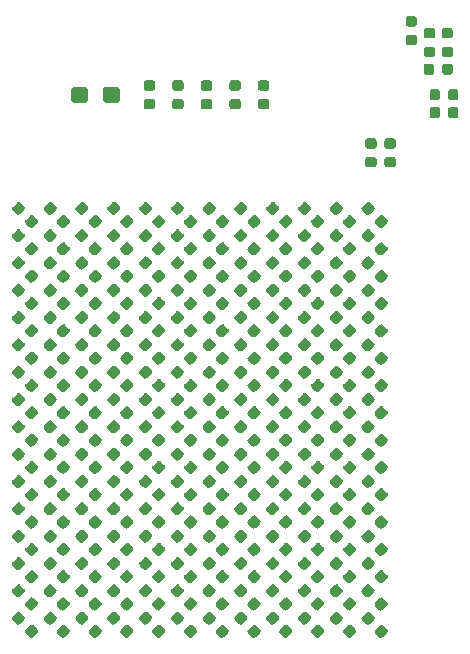
<source format=gbp>
G04 #@! TF.GenerationSoftware,KiCad,Pcbnew,(5.1.5)-3*
G04 #@! TF.CreationDate,2020-02-15T19:02:53-08:00*
G04 #@! TF.ProjectId,IS31FL3733-dev,49533331-464c-4333-9733-332d6465762e,0.1*
G04 #@! TF.SameCoordinates,Original*
G04 #@! TF.FileFunction,Paste,Bot*
G04 #@! TF.FilePolarity,Positive*
%FSLAX46Y46*%
G04 Gerber Fmt 4.6, Leading zero omitted, Abs format (unit mm)*
G04 Created by KiCad (PCBNEW (5.1.5)-3) date 2020-02-15 19:02:53*
%MOMM*%
%LPD*%
G04 APERTURE LIST*
%ADD10C,0.100000*%
G04 APERTURE END LIST*
D10*
G36*
X131028111Y-120103725D02*
G01*
X131049346Y-120106875D01*
X131070170Y-120112091D01*
X131090382Y-120119323D01*
X131109788Y-120128502D01*
X131128201Y-120139538D01*
X131145444Y-120152326D01*
X131161350Y-120166742D01*
X131470709Y-120476101D01*
X131485125Y-120492007D01*
X131497913Y-120509250D01*
X131508949Y-120527663D01*
X131518128Y-120547069D01*
X131525360Y-120567281D01*
X131530576Y-120588105D01*
X131533726Y-120609340D01*
X131534779Y-120630781D01*
X131533726Y-120652222D01*
X131530576Y-120673457D01*
X131525360Y-120694281D01*
X131518128Y-120714493D01*
X131508949Y-120733899D01*
X131497913Y-120752312D01*
X131485125Y-120769555D01*
X131470709Y-120785461D01*
X131108316Y-121147854D01*
X131092410Y-121162270D01*
X131075167Y-121175058D01*
X131056754Y-121186094D01*
X131037348Y-121195273D01*
X131017136Y-121202505D01*
X130996312Y-121207721D01*
X130975077Y-121210871D01*
X130953636Y-121211924D01*
X130932195Y-121210871D01*
X130910960Y-121207721D01*
X130890136Y-121202505D01*
X130869924Y-121195273D01*
X130850518Y-121186094D01*
X130832105Y-121175058D01*
X130814862Y-121162270D01*
X130798956Y-121147854D01*
X130489597Y-120838495D01*
X130475181Y-120822589D01*
X130462393Y-120805346D01*
X130451357Y-120786933D01*
X130442178Y-120767527D01*
X130434946Y-120747315D01*
X130429730Y-120726491D01*
X130426580Y-120705256D01*
X130425527Y-120683815D01*
X130426580Y-120662374D01*
X130429730Y-120641139D01*
X130434946Y-120620315D01*
X130442178Y-120600103D01*
X130451357Y-120580697D01*
X130462393Y-120562284D01*
X130475181Y-120545041D01*
X130489597Y-120529135D01*
X130851990Y-120166742D01*
X130867896Y-120152326D01*
X130885139Y-120139538D01*
X130903552Y-120128502D01*
X130922958Y-120119323D01*
X130943170Y-120112091D01*
X130963994Y-120106875D01*
X130985229Y-120103725D01*
X131006670Y-120102672D01*
X131028111Y-120103725D01*
G37*
G36*
X132141805Y-121217419D02*
G01*
X132163040Y-121220569D01*
X132183864Y-121225785D01*
X132204076Y-121233017D01*
X132223482Y-121242196D01*
X132241895Y-121253232D01*
X132259138Y-121266020D01*
X132275044Y-121280436D01*
X132584403Y-121589795D01*
X132598819Y-121605701D01*
X132611607Y-121622944D01*
X132622643Y-121641357D01*
X132631822Y-121660763D01*
X132639054Y-121680975D01*
X132644270Y-121701799D01*
X132647420Y-121723034D01*
X132648473Y-121744475D01*
X132647420Y-121765916D01*
X132644270Y-121787151D01*
X132639054Y-121807975D01*
X132631822Y-121828187D01*
X132622643Y-121847593D01*
X132611607Y-121866006D01*
X132598819Y-121883249D01*
X132584403Y-121899155D01*
X132222010Y-122261548D01*
X132206104Y-122275964D01*
X132188861Y-122288752D01*
X132170448Y-122299788D01*
X132151042Y-122308967D01*
X132130830Y-122316199D01*
X132110006Y-122321415D01*
X132088771Y-122324565D01*
X132067330Y-122325618D01*
X132045889Y-122324565D01*
X132024654Y-122321415D01*
X132003830Y-122316199D01*
X131983618Y-122308967D01*
X131964212Y-122299788D01*
X131945799Y-122288752D01*
X131928556Y-122275964D01*
X131912650Y-122261548D01*
X131603291Y-121952189D01*
X131588875Y-121936283D01*
X131576087Y-121919040D01*
X131565051Y-121900627D01*
X131555872Y-121881221D01*
X131548640Y-121861009D01*
X131543424Y-121840185D01*
X131540274Y-121818950D01*
X131539221Y-121797509D01*
X131540274Y-121776068D01*
X131543424Y-121754833D01*
X131548640Y-121734009D01*
X131555872Y-121713797D01*
X131565051Y-121694391D01*
X131576087Y-121675978D01*
X131588875Y-121658735D01*
X131603291Y-121642829D01*
X131965684Y-121280436D01*
X131981590Y-121266020D01*
X131998833Y-121253232D01*
X132017246Y-121242196D01*
X132036652Y-121233017D01*
X132056864Y-121225785D01*
X132077688Y-121220569D01*
X132098923Y-121217419D01*
X132120364Y-121216366D01*
X132141805Y-121217419D01*
G37*
G36*
X131028111Y-117790582D02*
G01*
X131049346Y-117793732D01*
X131070170Y-117798948D01*
X131090382Y-117806180D01*
X131109788Y-117815359D01*
X131128201Y-117826395D01*
X131145444Y-117839183D01*
X131161350Y-117853599D01*
X131470709Y-118162958D01*
X131485125Y-118178864D01*
X131497913Y-118196107D01*
X131508949Y-118214520D01*
X131518128Y-118233926D01*
X131525360Y-118254138D01*
X131530576Y-118274962D01*
X131533726Y-118296197D01*
X131534779Y-118317638D01*
X131533726Y-118339079D01*
X131530576Y-118360314D01*
X131525360Y-118381138D01*
X131518128Y-118401350D01*
X131508949Y-118420756D01*
X131497913Y-118439169D01*
X131485125Y-118456412D01*
X131470709Y-118472318D01*
X131108316Y-118834711D01*
X131092410Y-118849127D01*
X131075167Y-118861915D01*
X131056754Y-118872951D01*
X131037348Y-118882130D01*
X131017136Y-118889362D01*
X130996312Y-118894578D01*
X130975077Y-118897728D01*
X130953636Y-118898781D01*
X130932195Y-118897728D01*
X130910960Y-118894578D01*
X130890136Y-118889362D01*
X130869924Y-118882130D01*
X130850518Y-118872951D01*
X130832105Y-118861915D01*
X130814862Y-118849127D01*
X130798956Y-118834711D01*
X130489597Y-118525352D01*
X130475181Y-118509446D01*
X130462393Y-118492203D01*
X130451357Y-118473790D01*
X130442178Y-118454384D01*
X130434946Y-118434172D01*
X130429730Y-118413348D01*
X130426580Y-118392113D01*
X130425527Y-118370672D01*
X130426580Y-118349231D01*
X130429730Y-118327996D01*
X130434946Y-118307172D01*
X130442178Y-118286960D01*
X130451357Y-118267554D01*
X130462393Y-118249141D01*
X130475181Y-118231898D01*
X130489597Y-118215992D01*
X130851990Y-117853599D01*
X130867896Y-117839183D01*
X130885139Y-117826395D01*
X130903552Y-117815359D01*
X130922958Y-117806180D01*
X130943170Y-117798948D01*
X130963994Y-117793732D01*
X130985229Y-117790582D01*
X131006670Y-117789529D01*
X131028111Y-117790582D01*
G37*
G36*
X132141805Y-118904276D02*
G01*
X132163040Y-118907426D01*
X132183864Y-118912642D01*
X132204076Y-118919874D01*
X132223482Y-118929053D01*
X132241895Y-118940089D01*
X132259138Y-118952877D01*
X132275044Y-118967293D01*
X132584403Y-119276652D01*
X132598819Y-119292558D01*
X132611607Y-119309801D01*
X132622643Y-119328214D01*
X132631822Y-119347620D01*
X132639054Y-119367832D01*
X132644270Y-119388656D01*
X132647420Y-119409891D01*
X132648473Y-119431332D01*
X132647420Y-119452773D01*
X132644270Y-119474008D01*
X132639054Y-119494832D01*
X132631822Y-119515044D01*
X132622643Y-119534450D01*
X132611607Y-119552863D01*
X132598819Y-119570106D01*
X132584403Y-119586012D01*
X132222010Y-119948405D01*
X132206104Y-119962821D01*
X132188861Y-119975609D01*
X132170448Y-119986645D01*
X132151042Y-119995824D01*
X132130830Y-120003056D01*
X132110006Y-120008272D01*
X132088771Y-120011422D01*
X132067330Y-120012475D01*
X132045889Y-120011422D01*
X132024654Y-120008272D01*
X132003830Y-120003056D01*
X131983618Y-119995824D01*
X131964212Y-119986645D01*
X131945799Y-119975609D01*
X131928556Y-119962821D01*
X131912650Y-119948405D01*
X131603291Y-119639046D01*
X131588875Y-119623140D01*
X131576087Y-119605897D01*
X131565051Y-119587484D01*
X131555872Y-119568078D01*
X131548640Y-119547866D01*
X131543424Y-119527042D01*
X131540274Y-119505807D01*
X131539221Y-119484366D01*
X131540274Y-119462925D01*
X131543424Y-119441690D01*
X131548640Y-119420866D01*
X131555872Y-119400654D01*
X131565051Y-119381248D01*
X131576087Y-119362835D01*
X131588875Y-119345592D01*
X131603291Y-119329686D01*
X131965684Y-118967293D01*
X131981590Y-118952877D01*
X131998833Y-118940089D01*
X132017246Y-118929053D01*
X132036652Y-118919874D01*
X132056864Y-118912642D01*
X132077688Y-118907426D01*
X132098923Y-118904276D01*
X132120364Y-118903223D01*
X132141805Y-118904276D01*
G37*
G36*
X131028111Y-115477439D02*
G01*
X131049346Y-115480589D01*
X131070170Y-115485805D01*
X131090382Y-115493037D01*
X131109788Y-115502216D01*
X131128201Y-115513252D01*
X131145444Y-115526040D01*
X131161350Y-115540456D01*
X131470709Y-115849815D01*
X131485125Y-115865721D01*
X131497913Y-115882964D01*
X131508949Y-115901377D01*
X131518128Y-115920783D01*
X131525360Y-115940995D01*
X131530576Y-115961819D01*
X131533726Y-115983054D01*
X131534779Y-116004495D01*
X131533726Y-116025936D01*
X131530576Y-116047171D01*
X131525360Y-116067995D01*
X131518128Y-116088207D01*
X131508949Y-116107613D01*
X131497913Y-116126026D01*
X131485125Y-116143269D01*
X131470709Y-116159175D01*
X131108316Y-116521568D01*
X131092410Y-116535984D01*
X131075167Y-116548772D01*
X131056754Y-116559808D01*
X131037348Y-116568987D01*
X131017136Y-116576219D01*
X130996312Y-116581435D01*
X130975077Y-116584585D01*
X130953636Y-116585638D01*
X130932195Y-116584585D01*
X130910960Y-116581435D01*
X130890136Y-116576219D01*
X130869924Y-116568987D01*
X130850518Y-116559808D01*
X130832105Y-116548772D01*
X130814862Y-116535984D01*
X130798956Y-116521568D01*
X130489597Y-116212209D01*
X130475181Y-116196303D01*
X130462393Y-116179060D01*
X130451357Y-116160647D01*
X130442178Y-116141241D01*
X130434946Y-116121029D01*
X130429730Y-116100205D01*
X130426580Y-116078970D01*
X130425527Y-116057529D01*
X130426580Y-116036088D01*
X130429730Y-116014853D01*
X130434946Y-115994029D01*
X130442178Y-115973817D01*
X130451357Y-115954411D01*
X130462393Y-115935998D01*
X130475181Y-115918755D01*
X130489597Y-115902849D01*
X130851990Y-115540456D01*
X130867896Y-115526040D01*
X130885139Y-115513252D01*
X130903552Y-115502216D01*
X130922958Y-115493037D01*
X130943170Y-115485805D01*
X130963994Y-115480589D01*
X130985229Y-115477439D01*
X131006670Y-115476386D01*
X131028111Y-115477439D01*
G37*
G36*
X132141805Y-116591133D02*
G01*
X132163040Y-116594283D01*
X132183864Y-116599499D01*
X132204076Y-116606731D01*
X132223482Y-116615910D01*
X132241895Y-116626946D01*
X132259138Y-116639734D01*
X132275044Y-116654150D01*
X132584403Y-116963509D01*
X132598819Y-116979415D01*
X132611607Y-116996658D01*
X132622643Y-117015071D01*
X132631822Y-117034477D01*
X132639054Y-117054689D01*
X132644270Y-117075513D01*
X132647420Y-117096748D01*
X132648473Y-117118189D01*
X132647420Y-117139630D01*
X132644270Y-117160865D01*
X132639054Y-117181689D01*
X132631822Y-117201901D01*
X132622643Y-117221307D01*
X132611607Y-117239720D01*
X132598819Y-117256963D01*
X132584403Y-117272869D01*
X132222010Y-117635262D01*
X132206104Y-117649678D01*
X132188861Y-117662466D01*
X132170448Y-117673502D01*
X132151042Y-117682681D01*
X132130830Y-117689913D01*
X132110006Y-117695129D01*
X132088771Y-117698279D01*
X132067330Y-117699332D01*
X132045889Y-117698279D01*
X132024654Y-117695129D01*
X132003830Y-117689913D01*
X131983618Y-117682681D01*
X131964212Y-117673502D01*
X131945799Y-117662466D01*
X131928556Y-117649678D01*
X131912650Y-117635262D01*
X131603291Y-117325903D01*
X131588875Y-117309997D01*
X131576087Y-117292754D01*
X131565051Y-117274341D01*
X131555872Y-117254935D01*
X131548640Y-117234723D01*
X131543424Y-117213899D01*
X131540274Y-117192664D01*
X131539221Y-117171223D01*
X131540274Y-117149782D01*
X131543424Y-117128547D01*
X131548640Y-117107723D01*
X131555872Y-117087511D01*
X131565051Y-117068105D01*
X131576087Y-117049692D01*
X131588875Y-117032449D01*
X131603291Y-117016543D01*
X131965684Y-116654150D01*
X131981590Y-116639734D01*
X131998833Y-116626946D01*
X132017246Y-116615910D01*
X132036652Y-116606731D01*
X132056864Y-116599499D01*
X132077688Y-116594283D01*
X132098923Y-116591133D01*
X132120364Y-116590080D01*
X132141805Y-116591133D01*
G37*
G36*
X131028111Y-113164296D02*
G01*
X131049346Y-113167446D01*
X131070170Y-113172662D01*
X131090382Y-113179894D01*
X131109788Y-113189073D01*
X131128201Y-113200109D01*
X131145444Y-113212897D01*
X131161350Y-113227313D01*
X131470709Y-113536672D01*
X131485125Y-113552578D01*
X131497913Y-113569821D01*
X131508949Y-113588234D01*
X131518128Y-113607640D01*
X131525360Y-113627852D01*
X131530576Y-113648676D01*
X131533726Y-113669911D01*
X131534779Y-113691352D01*
X131533726Y-113712793D01*
X131530576Y-113734028D01*
X131525360Y-113754852D01*
X131518128Y-113775064D01*
X131508949Y-113794470D01*
X131497913Y-113812883D01*
X131485125Y-113830126D01*
X131470709Y-113846032D01*
X131108316Y-114208425D01*
X131092410Y-114222841D01*
X131075167Y-114235629D01*
X131056754Y-114246665D01*
X131037348Y-114255844D01*
X131017136Y-114263076D01*
X130996312Y-114268292D01*
X130975077Y-114271442D01*
X130953636Y-114272495D01*
X130932195Y-114271442D01*
X130910960Y-114268292D01*
X130890136Y-114263076D01*
X130869924Y-114255844D01*
X130850518Y-114246665D01*
X130832105Y-114235629D01*
X130814862Y-114222841D01*
X130798956Y-114208425D01*
X130489597Y-113899066D01*
X130475181Y-113883160D01*
X130462393Y-113865917D01*
X130451357Y-113847504D01*
X130442178Y-113828098D01*
X130434946Y-113807886D01*
X130429730Y-113787062D01*
X130426580Y-113765827D01*
X130425527Y-113744386D01*
X130426580Y-113722945D01*
X130429730Y-113701710D01*
X130434946Y-113680886D01*
X130442178Y-113660674D01*
X130451357Y-113641268D01*
X130462393Y-113622855D01*
X130475181Y-113605612D01*
X130489597Y-113589706D01*
X130851990Y-113227313D01*
X130867896Y-113212897D01*
X130885139Y-113200109D01*
X130903552Y-113189073D01*
X130922958Y-113179894D01*
X130943170Y-113172662D01*
X130963994Y-113167446D01*
X130985229Y-113164296D01*
X131006670Y-113163243D01*
X131028111Y-113164296D01*
G37*
G36*
X132141805Y-114277990D02*
G01*
X132163040Y-114281140D01*
X132183864Y-114286356D01*
X132204076Y-114293588D01*
X132223482Y-114302767D01*
X132241895Y-114313803D01*
X132259138Y-114326591D01*
X132275044Y-114341007D01*
X132584403Y-114650366D01*
X132598819Y-114666272D01*
X132611607Y-114683515D01*
X132622643Y-114701928D01*
X132631822Y-114721334D01*
X132639054Y-114741546D01*
X132644270Y-114762370D01*
X132647420Y-114783605D01*
X132648473Y-114805046D01*
X132647420Y-114826487D01*
X132644270Y-114847722D01*
X132639054Y-114868546D01*
X132631822Y-114888758D01*
X132622643Y-114908164D01*
X132611607Y-114926577D01*
X132598819Y-114943820D01*
X132584403Y-114959726D01*
X132222010Y-115322119D01*
X132206104Y-115336535D01*
X132188861Y-115349323D01*
X132170448Y-115360359D01*
X132151042Y-115369538D01*
X132130830Y-115376770D01*
X132110006Y-115381986D01*
X132088771Y-115385136D01*
X132067330Y-115386189D01*
X132045889Y-115385136D01*
X132024654Y-115381986D01*
X132003830Y-115376770D01*
X131983618Y-115369538D01*
X131964212Y-115360359D01*
X131945799Y-115349323D01*
X131928556Y-115336535D01*
X131912650Y-115322119D01*
X131603291Y-115012760D01*
X131588875Y-114996854D01*
X131576087Y-114979611D01*
X131565051Y-114961198D01*
X131555872Y-114941792D01*
X131548640Y-114921580D01*
X131543424Y-114900756D01*
X131540274Y-114879521D01*
X131539221Y-114858080D01*
X131540274Y-114836639D01*
X131543424Y-114815404D01*
X131548640Y-114794580D01*
X131555872Y-114774368D01*
X131565051Y-114754962D01*
X131576087Y-114736549D01*
X131588875Y-114719306D01*
X131603291Y-114703400D01*
X131965684Y-114341007D01*
X131981590Y-114326591D01*
X131998833Y-114313803D01*
X132017246Y-114302767D01*
X132036652Y-114293588D01*
X132056864Y-114286356D01*
X132077688Y-114281140D01*
X132098923Y-114277990D01*
X132120364Y-114276937D01*
X132141805Y-114277990D01*
G37*
G36*
X131028111Y-110851153D02*
G01*
X131049346Y-110854303D01*
X131070170Y-110859519D01*
X131090382Y-110866751D01*
X131109788Y-110875930D01*
X131128201Y-110886966D01*
X131145444Y-110899754D01*
X131161350Y-110914170D01*
X131470709Y-111223529D01*
X131485125Y-111239435D01*
X131497913Y-111256678D01*
X131508949Y-111275091D01*
X131518128Y-111294497D01*
X131525360Y-111314709D01*
X131530576Y-111335533D01*
X131533726Y-111356768D01*
X131534779Y-111378209D01*
X131533726Y-111399650D01*
X131530576Y-111420885D01*
X131525360Y-111441709D01*
X131518128Y-111461921D01*
X131508949Y-111481327D01*
X131497913Y-111499740D01*
X131485125Y-111516983D01*
X131470709Y-111532889D01*
X131108316Y-111895282D01*
X131092410Y-111909698D01*
X131075167Y-111922486D01*
X131056754Y-111933522D01*
X131037348Y-111942701D01*
X131017136Y-111949933D01*
X130996312Y-111955149D01*
X130975077Y-111958299D01*
X130953636Y-111959352D01*
X130932195Y-111958299D01*
X130910960Y-111955149D01*
X130890136Y-111949933D01*
X130869924Y-111942701D01*
X130850518Y-111933522D01*
X130832105Y-111922486D01*
X130814862Y-111909698D01*
X130798956Y-111895282D01*
X130489597Y-111585923D01*
X130475181Y-111570017D01*
X130462393Y-111552774D01*
X130451357Y-111534361D01*
X130442178Y-111514955D01*
X130434946Y-111494743D01*
X130429730Y-111473919D01*
X130426580Y-111452684D01*
X130425527Y-111431243D01*
X130426580Y-111409802D01*
X130429730Y-111388567D01*
X130434946Y-111367743D01*
X130442178Y-111347531D01*
X130451357Y-111328125D01*
X130462393Y-111309712D01*
X130475181Y-111292469D01*
X130489597Y-111276563D01*
X130851990Y-110914170D01*
X130867896Y-110899754D01*
X130885139Y-110886966D01*
X130903552Y-110875930D01*
X130922958Y-110866751D01*
X130943170Y-110859519D01*
X130963994Y-110854303D01*
X130985229Y-110851153D01*
X131006670Y-110850100D01*
X131028111Y-110851153D01*
G37*
G36*
X132141805Y-111964847D02*
G01*
X132163040Y-111967997D01*
X132183864Y-111973213D01*
X132204076Y-111980445D01*
X132223482Y-111989624D01*
X132241895Y-112000660D01*
X132259138Y-112013448D01*
X132275044Y-112027864D01*
X132584403Y-112337223D01*
X132598819Y-112353129D01*
X132611607Y-112370372D01*
X132622643Y-112388785D01*
X132631822Y-112408191D01*
X132639054Y-112428403D01*
X132644270Y-112449227D01*
X132647420Y-112470462D01*
X132648473Y-112491903D01*
X132647420Y-112513344D01*
X132644270Y-112534579D01*
X132639054Y-112555403D01*
X132631822Y-112575615D01*
X132622643Y-112595021D01*
X132611607Y-112613434D01*
X132598819Y-112630677D01*
X132584403Y-112646583D01*
X132222010Y-113008976D01*
X132206104Y-113023392D01*
X132188861Y-113036180D01*
X132170448Y-113047216D01*
X132151042Y-113056395D01*
X132130830Y-113063627D01*
X132110006Y-113068843D01*
X132088771Y-113071993D01*
X132067330Y-113073046D01*
X132045889Y-113071993D01*
X132024654Y-113068843D01*
X132003830Y-113063627D01*
X131983618Y-113056395D01*
X131964212Y-113047216D01*
X131945799Y-113036180D01*
X131928556Y-113023392D01*
X131912650Y-113008976D01*
X131603291Y-112699617D01*
X131588875Y-112683711D01*
X131576087Y-112666468D01*
X131565051Y-112648055D01*
X131555872Y-112628649D01*
X131548640Y-112608437D01*
X131543424Y-112587613D01*
X131540274Y-112566378D01*
X131539221Y-112544937D01*
X131540274Y-112523496D01*
X131543424Y-112502261D01*
X131548640Y-112481437D01*
X131555872Y-112461225D01*
X131565051Y-112441819D01*
X131576087Y-112423406D01*
X131588875Y-112406163D01*
X131603291Y-112390257D01*
X131965684Y-112027864D01*
X131981590Y-112013448D01*
X131998833Y-112000660D01*
X132017246Y-111989624D01*
X132036652Y-111980445D01*
X132056864Y-111973213D01*
X132077688Y-111967997D01*
X132098923Y-111964847D01*
X132120364Y-111963794D01*
X132141805Y-111964847D01*
G37*
G36*
X131028111Y-108538010D02*
G01*
X131049346Y-108541160D01*
X131070170Y-108546376D01*
X131090382Y-108553608D01*
X131109788Y-108562787D01*
X131128201Y-108573823D01*
X131145444Y-108586611D01*
X131161350Y-108601027D01*
X131470709Y-108910386D01*
X131485125Y-108926292D01*
X131497913Y-108943535D01*
X131508949Y-108961948D01*
X131518128Y-108981354D01*
X131525360Y-109001566D01*
X131530576Y-109022390D01*
X131533726Y-109043625D01*
X131534779Y-109065066D01*
X131533726Y-109086507D01*
X131530576Y-109107742D01*
X131525360Y-109128566D01*
X131518128Y-109148778D01*
X131508949Y-109168184D01*
X131497913Y-109186597D01*
X131485125Y-109203840D01*
X131470709Y-109219746D01*
X131108316Y-109582139D01*
X131092410Y-109596555D01*
X131075167Y-109609343D01*
X131056754Y-109620379D01*
X131037348Y-109629558D01*
X131017136Y-109636790D01*
X130996312Y-109642006D01*
X130975077Y-109645156D01*
X130953636Y-109646209D01*
X130932195Y-109645156D01*
X130910960Y-109642006D01*
X130890136Y-109636790D01*
X130869924Y-109629558D01*
X130850518Y-109620379D01*
X130832105Y-109609343D01*
X130814862Y-109596555D01*
X130798956Y-109582139D01*
X130489597Y-109272780D01*
X130475181Y-109256874D01*
X130462393Y-109239631D01*
X130451357Y-109221218D01*
X130442178Y-109201812D01*
X130434946Y-109181600D01*
X130429730Y-109160776D01*
X130426580Y-109139541D01*
X130425527Y-109118100D01*
X130426580Y-109096659D01*
X130429730Y-109075424D01*
X130434946Y-109054600D01*
X130442178Y-109034388D01*
X130451357Y-109014982D01*
X130462393Y-108996569D01*
X130475181Y-108979326D01*
X130489597Y-108963420D01*
X130851990Y-108601027D01*
X130867896Y-108586611D01*
X130885139Y-108573823D01*
X130903552Y-108562787D01*
X130922958Y-108553608D01*
X130943170Y-108546376D01*
X130963994Y-108541160D01*
X130985229Y-108538010D01*
X131006670Y-108536957D01*
X131028111Y-108538010D01*
G37*
G36*
X132141805Y-109651704D02*
G01*
X132163040Y-109654854D01*
X132183864Y-109660070D01*
X132204076Y-109667302D01*
X132223482Y-109676481D01*
X132241895Y-109687517D01*
X132259138Y-109700305D01*
X132275044Y-109714721D01*
X132584403Y-110024080D01*
X132598819Y-110039986D01*
X132611607Y-110057229D01*
X132622643Y-110075642D01*
X132631822Y-110095048D01*
X132639054Y-110115260D01*
X132644270Y-110136084D01*
X132647420Y-110157319D01*
X132648473Y-110178760D01*
X132647420Y-110200201D01*
X132644270Y-110221436D01*
X132639054Y-110242260D01*
X132631822Y-110262472D01*
X132622643Y-110281878D01*
X132611607Y-110300291D01*
X132598819Y-110317534D01*
X132584403Y-110333440D01*
X132222010Y-110695833D01*
X132206104Y-110710249D01*
X132188861Y-110723037D01*
X132170448Y-110734073D01*
X132151042Y-110743252D01*
X132130830Y-110750484D01*
X132110006Y-110755700D01*
X132088771Y-110758850D01*
X132067330Y-110759903D01*
X132045889Y-110758850D01*
X132024654Y-110755700D01*
X132003830Y-110750484D01*
X131983618Y-110743252D01*
X131964212Y-110734073D01*
X131945799Y-110723037D01*
X131928556Y-110710249D01*
X131912650Y-110695833D01*
X131603291Y-110386474D01*
X131588875Y-110370568D01*
X131576087Y-110353325D01*
X131565051Y-110334912D01*
X131555872Y-110315506D01*
X131548640Y-110295294D01*
X131543424Y-110274470D01*
X131540274Y-110253235D01*
X131539221Y-110231794D01*
X131540274Y-110210353D01*
X131543424Y-110189118D01*
X131548640Y-110168294D01*
X131555872Y-110148082D01*
X131565051Y-110128676D01*
X131576087Y-110110263D01*
X131588875Y-110093020D01*
X131603291Y-110077114D01*
X131965684Y-109714721D01*
X131981590Y-109700305D01*
X131998833Y-109687517D01*
X132017246Y-109676481D01*
X132036652Y-109667302D01*
X132056864Y-109660070D01*
X132077688Y-109654854D01*
X132098923Y-109651704D01*
X132120364Y-109650651D01*
X132141805Y-109651704D01*
G37*
G36*
X131028111Y-106224867D02*
G01*
X131049346Y-106228017D01*
X131070170Y-106233233D01*
X131090382Y-106240465D01*
X131109788Y-106249644D01*
X131128201Y-106260680D01*
X131145444Y-106273468D01*
X131161350Y-106287884D01*
X131470709Y-106597243D01*
X131485125Y-106613149D01*
X131497913Y-106630392D01*
X131508949Y-106648805D01*
X131518128Y-106668211D01*
X131525360Y-106688423D01*
X131530576Y-106709247D01*
X131533726Y-106730482D01*
X131534779Y-106751923D01*
X131533726Y-106773364D01*
X131530576Y-106794599D01*
X131525360Y-106815423D01*
X131518128Y-106835635D01*
X131508949Y-106855041D01*
X131497913Y-106873454D01*
X131485125Y-106890697D01*
X131470709Y-106906603D01*
X131108316Y-107268996D01*
X131092410Y-107283412D01*
X131075167Y-107296200D01*
X131056754Y-107307236D01*
X131037348Y-107316415D01*
X131017136Y-107323647D01*
X130996312Y-107328863D01*
X130975077Y-107332013D01*
X130953636Y-107333066D01*
X130932195Y-107332013D01*
X130910960Y-107328863D01*
X130890136Y-107323647D01*
X130869924Y-107316415D01*
X130850518Y-107307236D01*
X130832105Y-107296200D01*
X130814862Y-107283412D01*
X130798956Y-107268996D01*
X130489597Y-106959637D01*
X130475181Y-106943731D01*
X130462393Y-106926488D01*
X130451357Y-106908075D01*
X130442178Y-106888669D01*
X130434946Y-106868457D01*
X130429730Y-106847633D01*
X130426580Y-106826398D01*
X130425527Y-106804957D01*
X130426580Y-106783516D01*
X130429730Y-106762281D01*
X130434946Y-106741457D01*
X130442178Y-106721245D01*
X130451357Y-106701839D01*
X130462393Y-106683426D01*
X130475181Y-106666183D01*
X130489597Y-106650277D01*
X130851990Y-106287884D01*
X130867896Y-106273468D01*
X130885139Y-106260680D01*
X130903552Y-106249644D01*
X130922958Y-106240465D01*
X130943170Y-106233233D01*
X130963994Y-106228017D01*
X130985229Y-106224867D01*
X131006670Y-106223814D01*
X131028111Y-106224867D01*
G37*
G36*
X132141805Y-107338561D02*
G01*
X132163040Y-107341711D01*
X132183864Y-107346927D01*
X132204076Y-107354159D01*
X132223482Y-107363338D01*
X132241895Y-107374374D01*
X132259138Y-107387162D01*
X132275044Y-107401578D01*
X132584403Y-107710937D01*
X132598819Y-107726843D01*
X132611607Y-107744086D01*
X132622643Y-107762499D01*
X132631822Y-107781905D01*
X132639054Y-107802117D01*
X132644270Y-107822941D01*
X132647420Y-107844176D01*
X132648473Y-107865617D01*
X132647420Y-107887058D01*
X132644270Y-107908293D01*
X132639054Y-107929117D01*
X132631822Y-107949329D01*
X132622643Y-107968735D01*
X132611607Y-107987148D01*
X132598819Y-108004391D01*
X132584403Y-108020297D01*
X132222010Y-108382690D01*
X132206104Y-108397106D01*
X132188861Y-108409894D01*
X132170448Y-108420930D01*
X132151042Y-108430109D01*
X132130830Y-108437341D01*
X132110006Y-108442557D01*
X132088771Y-108445707D01*
X132067330Y-108446760D01*
X132045889Y-108445707D01*
X132024654Y-108442557D01*
X132003830Y-108437341D01*
X131983618Y-108430109D01*
X131964212Y-108420930D01*
X131945799Y-108409894D01*
X131928556Y-108397106D01*
X131912650Y-108382690D01*
X131603291Y-108073331D01*
X131588875Y-108057425D01*
X131576087Y-108040182D01*
X131565051Y-108021769D01*
X131555872Y-108002363D01*
X131548640Y-107982151D01*
X131543424Y-107961327D01*
X131540274Y-107940092D01*
X131539221Y-107918651D01*
X131540274Y-107897210D01*
X131543424Y-107875975D01*
X131548640Y-107855151D01*
X131555872Y-107834939D01*
X131565051Y-107815533D01*
X131576087Y-107797120D01*
X131588875Y-107779877D01*
X131603291Y-107763971D01*
X131965684Y-107401578D01*
X131981590Y-107387162D01*
X131998833Y-107374374D01*
X132017246Y-107363338D01*
X132036652Y-107354159D01*
X132056864Y-107346927D01*
X132077688Y-107341711D01*
X132098923Y-107338561D01*
X132120364Y-107337508D01*
X132141805Y-107338561D01*
G37*
G36*
X131028111Y-103911724D02*
G01*
X131049346Y-103914874D01*
X131070170Y-103920090D01*
X131090382Y-103927322D01*
X131109788Y-103936501D01*
X131128201Y-103947537D01*
X131145444Y-103960325D01*
X131161350Y-103974741D01*
X131470709Y-104284100D01*
X131485125Y-104300006D01*
X131497913Y-104317249D01*
X131508949Y-104335662D01*
X131518128Y-104355068D01*
X131525360Y-104375280D01*
X131530576Y-104396104D01*
X131533726Y-104417339D01*
X131534779Y-104438780D01*
X131533726Y-104460221D01*
X131530576Y-104481456D01*
X131525360Y-104502280D01*
X131518128Y-104522492D01*
X131508949Y-104541898D01*
X131497913Y-104560311D01*
X131485125Y-104577554D01*
X131470709Y-104593460D01*
X131108316Y-104955853D01*
X131092410Y-104970269D01*
X131075167Y-104983057D01*
X131056754Y-104994093D01*
X131037348Y-105003272D01*
X131017136Y-105010504D01*
X130996312Y-105015720D01*
X130975077Y-105018870D01*
X130953636Y-105019923D01*
X130932195Y-105018870D01*
X130910960Y-105015720D01*
X130890136Y-105010504D01*
X130869924Y-105003272D01*
X130850518Y-104994093D01*
X130832105Y-104983057D01*
X130814862Y-104970269D01*
X130798956Y-104955853D01*
X130489597Y-104646494D01*
X130475181Y-104630588D01*
X130462393Y-104613345D01*
X130451357Y-104594932D01*
X130442178Y-104575526D01*
X130434946Y-104555314D01*
X130429730Y-104534490D01*
X130426580Y-104513255D01*
X130425527Y-104491814D01*
X130426580Y-104470373D01*
X130429730Y-104449138D01*
X130434946Y-104428314D01*
X130442178Y-104408102D01*
X130451357Y-104388696D01*
X130462393Y-104370283D01*
X130475181Y-104353040D01*
X130489597Y-104337134D01*
X130851990Y-103974741D01*
X130867896Y-103960325D01*
X130885139Y-103947537D01*
X130903552Y-103936501D01*
X130922958Y-103927322D01*
X130943170Y-103920090D01*
X130963994Y-103914874D01*
X130985229Y-103911724D01*
X131006670Y-103910671D01*
X131028111Y-103911724D01*
G37*
G36*
X132141805Y-105025418D02*
G01*
X132163040Y-105028568D01*
X132183864Y-105033784D01*
X132204076Y-105041016D01*
X132223482Y-105050195D01*
X132241895Y-105061231D01*
X132259138Y-105074019D01*
X132275044Y-105088435D01*
X132584403Y-105397794D01*
X132598819Y-105413700D01*
X132611607Y-105430943D01*
X132622643Y-105449356D01*
X132631822Y-105468762D01*
X132639054Y-105488974D01*
X132644270Y-105509798D01*
X132647420Y-105531033D01*
X132648473Y-105552474D01*
X132647420Y-105573915D01*
X132644270Y-105595150D01*
X132639054Y-105615974D01*
X132631822Y-105636186D01*
X132622643Y-105655592D01*
X132611607Y-105674005D01*
X132598819Y-105691248D01*
X132584403Y-105707154D01*
X132222010Y-106069547D01*
X132206104Y-106083963D01*
X132188861Y-106096751D01*
X132170448Y-106107787D01*
X132151042Y-106116966D01*
X132130830Y-106124198D01*
X132110006Y-106129414D01*
X132088771Y-106132564D01*
X132067330Y-106133617D01*
X132045889Y-106132564D01*
X132024654Y-106129414D01*
X132003830Y-106124198D01*
X131983618Y-106116966D01*
X131964212Y-106107787D01*
X131945799Y-106096751D01*
X131928556Y-106083963D01*
X131912650Y-106069547D01*
X131603291Y-105760188D01*
X131588875Y-105744282D01*
X131576087Y-105727039D01*
X131565051Y-105708626D01*
X131555872Y-105689220D01*
X131548640Y-105669008D01*
X131543424Y-105648184D01*
X131540274Y-105626949D01*
X131539221Y-105605508D01*
X131540274Y-105584067D01*
X131543424Y-105562832D01*
X131548640Y-105542008D01*
X131555872Y-105521796D01*
X131565051Y-105502390D01*
X131576087Y-105483977D01*
X131588875Y-105466734D01*
X131603291Y-105450828D01*
X131965684Y-105088435D01*
X131981590Y-105074019D01*
X131998833Y-105061231D01*
X132017246Y-105050195D01*
X132036652Y-105041016D01*
X132056864Y-105033784D01*
X132077688Y-105028568D01*
X132098923Y-105025418D01*
X132120364Y-105024365D01*
X132141805Y-105025418D01*
G37*
G36*
X131028111Y-101598581D02*
G01*
X131049346Y-101601731D01*
X131070170Y-101606947D01*
X131090382Y-101614179D01*
X131109788Y-101623358D01*
X131128201Y-101634394D01*
X131145444Y-101647182D01*
X131161350Y-101661598D01*
X131470709Y-101970957D01*
X131485125Y-101986863D01*
X131497913Y-102004106D01*
X131508949Y-102022519D01*
X131518128Y-102041925D01*
X131525360Y-102062137D01*
X131530576Y-102082961D01*
X131533726Y-102104196D01*
X131534779Y-102125637D01*
X131533726Y-102147078D01*
X131530576Y-102168313D01*
X131525360Y-102189137D01*
X131518128Y-102209349D01*
X131508949Y-102228755D01*
X131497913Y-102247168D01*
X131485125Y-102264411D01*
X131470709Y-102280317D01*
X131108316Y-102642710D01*
X131092410Y-102657126D01*
X131075167Y-102669914D01*
X131056754Y-102680950D01*
X131037348Y-102690129D01*
X131017136Y-102697361D01*
X130996312Y-102702577D01*
X130975077Y-102705727D01*
X130953636Y-102706780D01*
X130932195Y-102705727D01*
X130910960Y-102702577D01*
X130890136Y-102697361D01*
X130869924Y-102690129D01*
X130850518Y-102680950D01*
X130832105Y-102669914D01*
X130814862Y-102657126D01*
X130798956Y-102642710D01*
X130489597Y-102333351D01*
X130475181Y-102317445D01*
X130462393Y-102300202D01*
X130451357Y-102281789D01*
X130442178Y-102262383D01*
X130434946Y-102242171D01*
X130429730Y-102221347D01*
X130426580Y-102200112D01*
X130425527Y-102178671D01*
X130426580Y-102157230D01*
X130429730Y-102135995D01*
X130434946Y-102115171D01*
X130442178Y-102094959D01*
X130451357Y-102075553D01*
X130462393Y-102057140D01*
X130475181Y-102039897D01*
X130489597Y-102023991D01*
X130851990Y-101661598D01*
X130867896Y-101647182D01*
X130885139Y-101634394D01*
X130903552Y-101623358D01*
X130922958Y-101614179D01*
X130943170Y-101606947D01*
X130963994Y-101601731D01*
X130985229Y-101598581D01*
X131006670Y-101597528D01*
X131028111Y-101598581D01*
G37*
G36*
X132141805Y-102712275D02*
G01*
X132163040Y-102715425D01*
X132183864Y-102720641D01*
X132204076Y-102727873D01*
X132223482Y-102737052D01*
X132241895Y-102748088D01*
X132259138Y-102760876D01*
X132275044Y-102775292D01*
X132584403Y-103084651D01*
X132598819Y-103100557D01*
X132611607Y-103117800D01*
X132622643Y-103136213D01*
X132631822Y-103155619D01*
X132639054Y-103175831D01*
X132644270Y-103196655D01*
X132647420Y-103217890D01*
X132648473Y-103239331D01*
X132647420Y-103260772D01*
X132644270Y-103282007D01*
X132639054Y-103302831D01*
X132631822Y-103323043D01*
X132622643Y-103342449D01*
X132611607Y-103360862D01*
X132598819Y-103378105D01*
X132584403Y-103394011D01*
X132222010Y-103756404D01*
X132206104Y-103770820D01*
X132188861Y-103783608D01*
X132170448Y-103794644D01*
X132151042Y-103803823D01*
X132130830Y-103811055D01*
X132110006Y-103816271D01*
X132088771Y-103819421D01*
X132067330Y-103820474D01*
X132045889Y-103819421D01*
X132024654Y-103816271D01*
X132003830Y-103811055D01*
X131983618Y-103803823D01*
X131964212Y-103794644D01*
X131945799Y-103783608D01*
X131928556Y-103770820D01*
X131912650Y-103756404D01*
X131603291Y-103447045D01*
X131588875Y-103431139D01*
X131576087Y-103413896D01*
X131565051Y-103395483D01*
X131555872Y-103376077D01*
X131548640Y-103355865D01*
X131543424Y-103335041D01*
X131540274Y-103313806D01*
X131539221Y-103292365D01*
X131540274Y-103270924D01*
X131543424Y-103249689D01*
X131548640Y-103228865D01*
X131555872Y-103208653D01*
X131565051Y-103189247D01*
X131576087Y-103170834D01*
X131588875Y-103153591D01*
X131603291Y-103137685D01*
X131965684Y-102775292D01*
X131981590Y-102760876D01*
X131998833Y-102748088D01*
X132017246Y-102737052D01*
X132036652Y-102727873D01*
X132056864Y-102720641D01*
X132077688Y-102715425D01*
X132098923Y-102712275D01*
X132120364Y-102711222D01*
X132141805Y-102712275D01*
G37*
G36*
X131028111Y-99285438D02*
G01*
X131049346Y-99288588D01*
X131070170Y-99293804D01*
X131090382Y-99301036D01*
X131109788Y-99310215D01*
X131128201Y-99321251D01*
X131145444Y-99334039D01*
X131161350Y-99348455D01*
X131470709Y-99657814D01*
X131485125Y-99673720D01*
X131497913Y-99690963D01*
X131508949Y-99709376D01*
X131518128Y-99728782D01*
X131525360Y-99748994D01*
X131530576Y-99769818D01*
X131533726Y-99791053D01*
X131534779Y-99812494D01*
X131533726Y-99833935D01*
X131530576Y-99855170D01*
X131525360Y-99875994D01*
X131518128Y-99896206D01*
X131508949Y-99915612D01*
X131497913Y-99934025D01*
X131485125Y-99951268D01*
X131470709Y-99967174D01*
X131108316Y-100329567D01*
X131092410Y-100343983D01*
X131075167Y-100356771D01*
X131056754Y-100367807D01*
X131037348Y-100376986D01*
X131017136Y-100384218D01*
X130996312Y-100389434D01*
X130975077Y-100392584D01*
X130953636Y-100393637D01*
X130932195Y-100392584D01*
X130910960Y-100389434D01*
X130890136Y-100384218D01*
X130869924Y-100376986D01*
X130850518Y-100367807D01*
X130832105Y-100356771D01*
X130814862Y-100343983D01*
X130798956Y-100329567D01*
X130489597Y-100020208D01*
X130475181Y-100004302D01*
X130462393Y-99987059D01*
X130451357Y-99968646D01*
X130442178Y-99949240D01*
X130434946Y-99929028D01*
X130429730Y-99908204D01*
X130426580Y-99886969D01*
X130425527Y-99865528D01*
X130426580Y-99844087D01*
X130429730Y-99822852D01*
X130434946Y-99802028D01*
X130442178Y-99781816D01*
X130451357Y-99762410D01*
X130462393Y-99743997D01*
X130475181Y-99726754D01*
X130489597Y-99710848D01*
X130851990Y-99348455D01*
X130867896Y-99334039D01*
X130885139Y-99321251D01*
X130903552Y-99310215D01*
X130922958Y-99301036D01*
X130943170Y-99293804D01*
X130963994Y-99288588D01*
X130985229Y-99285438D01*
X131006670Y-99284385D01*
X131028111Y-99285438D01*
G37*
G36*
X132141805Y-100399132D02*
G01*
X132163040Y-100402282D01*
X132183864Y-100407498D01*
X132204076Y-100414730D01*
X132223482Y-100423909D01*
X132241895Y-100434945D01*
X132259138Y-100447733D01*
X132275044Y-100462149D01*
X132584403Y-100771508D01*
X132598819Y-100787414D01*
X132611607Y-100804657D01*
X132622643Y-100823070D01*
X132631822Y-100842476D01*
X132639054Y-100862688D01*
X132644270Y-100883512D01*
X132647420Y-100904747D01*
X132648473Y-100926188D01*
X132647420Y-100947629D01*
X132644270Y-100968864D01*
X132639054Y-100989688D01*
X132631822Y-101009900D01*
X132622643Y-101029306D01*
X132611607Y-101047719D01*
X132598819Y-101064962D01*
X132584403Y-101080868D01*
X132222010Y-101443261D01*
X132206104Y-101457677D01*
X132188861Y-101470465D01*
X132170448Y-101481501D01*
X132151042Y-101490680D01*
X132130830Y-101497912D01*
X132110006Y-101503128D01*
X132088771Y-101506278D01*
X132067330Y-101507331D01*
X132045889Y-101506278D01*
X132024654Y-101503128D01*
X132003830Y-101497912D01*
X131983618Y-101490680D01*
X131964212Y-101481501D01*
X131945799Y-101470465D01*
X131928556Y-101457677D01*
X131912650Y-101443261D01*
X131603291Y-101133902D01*
X131588875Y-101117996D01*
X131576087Y-101100753D01*
X131565051Y-101082340D01*
X131555872Y-101062934D01*
X131548640Y-101042722D01*
X131543424Y-101021898D01*
X131540274Y-101000663D01*
X131539221Y-100979222D01*
X131540274Y-100957781D01*
X131543424Y-100936546D01*
X131548640Y-100915722D01*
X131555872Y-100895510D01*
X131565051Y-100876104D01*
X131576087Y-100857691D01*
X131588875Y-100840448D01*
X131603291Y-100824542D01*
X131965684Y-100462149D01*
X131981590Y-100447733D01*
X131998833Y-100434945D01*
X132017246Y-100423909D01*
X132036652Y-100414730D01*
X132056864Y-100407498D01*
X132077688Y-100402282D01*
X132098923Y-100399132D01*
X132120364Y-100398079D01*
X132141805Y-100399132D01*
G37*
G36*
X131028111Y-96972295D02*
G01*
X131049346Y-96975445D01*
X131070170Y-96980661D01*
X131090382Y-96987893D01*
X131109788Y-96997072D01*
X131128201Y-97008108D01*
X131145444Y-97020896D01*
X131161350Y-97035312D01*
X131470709Y-97344671D01*
X131485125Y-97360577D01*
X131497913Y-97377820D01*
X131508949Y-97396233D01*
X131518128Y-97415639D01*
X131525360Y-97435851D01*
X131530576Y-97456675D01*
X131533726Y-97477910D01*
X131534779Y-97499351D01*
X131533726Y-97520792D01*
X131530576Y-97542027D01*
X131525360Y-97562851D01*
X131518128Y-97583063D01*
X131508949Y-97602469D01*
X131497913Y-97620882D01*
X131485125Y-97638125D01*
X131470709Y-97654031D01*
X131108316Y-98016424D01*
X131092410Y-98030840D01*
X131075167Y-98043628D01*
X131056754Y-98054664D01*
X131037348Y-98063843D01*
X131017136Y-98071075D01*
X130996312Y-98076291D01*
X130975077Y-98079441D01*
X130953636Y-98080494D01*
X130932195Y-98079441D01*
X130910960Y-98076291D01*
X130890136Y-98071075D01*
X130869924Y-98063843D01*
X130850518Y-98054664D01*
X130832105Y-98043628D01*
X130814862Y-98030840D01*
X130798956Y-98016424D01*
X130489597Y-97707065D01*
X130475181Y-97691159D01*
X130462393Y-97673916D01*
X130451357Y-97655503D01*
X130442178Y-97636097D01*
X130434946Y-97615885D01*
X130429730Y-97595061D01*
X130426580Y-97573826D01*
X130425527Y-97552385D01*
X130426580Y-97530944D01*
X130429730Y-97509709D01*
X130434946Y-97488885D01*
X130442178Y-97468673D01*
X130451357Y-97449267D01*
X130462393Y-97430854D01*
X130475181Y-97413611D01*
X130489597Y-97397705D01*
X130851990Y-97035312D01*
X130867896Y-97020896D01*
X130885139Y-97008108D01*
X130903552Y-96997072D01*
X130922958Y-96987893D01*
X130943170Y-96980661D01*
X130963994Y-96975445D01*
X130985229Y-96972295D01*
X131006670Y-96971242D01*
X131028111Y-96972295D01*
G37*
G36*
X132141805Y-98085989D02*
G01*
X132163040Y-98089139D01*
X132183864Y-98094355D01*
X132204076Y-98101587D01*
X132223482Y-98110766D01*
X132241895Y-98121802D01*
X132259138Y-98134590D01*
X132275044Y-98149006D01*
X132584403Y-98458365D01*
X132598819Y-98474271D01*
X132611607Y-98491514D01*
X132622643Y-98509927D01*
X132631822Y-98529333D01*
X132639054Y-98549545D01*
X132644270Y-98570369D01*
X132647420Y-98591604D01*
X132648473Y-98613045D01*
X132647420Y-98634486D01*
X132644270Y-98655721D01*
X132639054Y-98676545D01*
X132631822Y-98696757D01*
X132622643Y-98716163D01*
X132611607Y-98734576D01*
X132598819Y-98751819D01*
X132584403Y-98767725D01*
X132222010Y-99130118D01*
X132206104Y-99144534D01*
X132188861Y-99157322D01*
X132170448Y-99168358D01*
X132151042Y-99177537D01*
X132130830Y-99184769D01*
X132110006Y-99189985D01*
X132088771Y-99193135D01*
X132067330Y-99194188D01*
X132045889Y-99193135D01*
X132024654Y-99189985D01*
X132003830Y-99184769D01*
X131983618Y-99177537D01*
X131964212Y-99168358D01*
X131945799Y-99157322D01*
X131928556Y-99144534D01*
X131912650Y-99130118D01*
X131603291Y-98820759D01*
X131588875Y-98804853D01*
X131576087Y-98787610D01*
X131565051Y-98769197D01*
X131555872Y-98749791D01*
X131548640Y-98729579D01*
X131543424Y-98708755D01*
X131540274Y-98687520D01*
X131539221Y-98666079D01*
X131540274Y-98644638D01*
X131543424Y-98623403D01*
X131548640Y-98602579D01*
X131555872Y-98582367D01*
X131565051Y-98562961D01*
X131576087Y-98544548D01*
X131588875Y-98527305D01*
X131603291Y-98511399D01*
X131965684Y-98149006D01*
X131981590Y-98134590D01*
X131998833Y-98121802D01*
X132017246Y-98110766D01*
X132036652Y-98101587D01*
X132056864Y-98094355D01*
X132077688Y-98089139D01*
X132098923Y-98085989D01*
X132120364Y-98084936D01*
X132141805Y-98085989D01*
G37*
G36*
X131028111Y-94659152D02*
G01*
X131049346Y-94662302D01*
X131070170Y-94667518D01*
X131090382Y-94674750D01*
X131109788Y-94683929D01*
X131128201Y-94694965D01*
X131145444Y-94707753D01*
X131161350Y-94722169D01*
X131470709Y-95031528D01*
X131485125Y-95047434D01*
X131497913Y-95064677D01*
X131508949Y-95083090D01*
X131518128Y-95102496D01*
X131525360Y-95122708D01*
X131530576Y-95143532D01*
X131533726Y-95164767D01*
X131534779Y-95186208D01*
X131533726Y-95207649D01*
X131530576Y-95228884D01*
X131525360Y-95249708D01*
X131518128Y-95269920D01*
X131508949Y-95289326D01*
X131497913Y-95307739D01*
X131485125Y-95324982D01*
X131470709Y-95340888D01*
X131108316Y-95703281D01*
X131092410Y-95717697D01*
X131075167Y-95730485D01*
X131056754Y-95741521D01*
X131037348Y-95750700D01*
X131017136Y-95757932D01*
X130996312Y-95763148D01*
X130975077Y-95766298D01*
X130953636Y-95767351D01*
X130932195Y-95766298D01*
X130910960Y-95763148D01*
X130890136Y-95757932D01*
X130869924Y-95750700D01*
X130850518Y-95741521D01*
X130832105Y-95730485D01*
X130814862Y-95717697D01*
X130798956Y-95703281D01*
X130489597Y-95393922D01*
X130475181Y-95378016D01*
X130462393Y-95360773D01*
X130451357Y-95342360D01*
X130442178Y-95322954D01*
X130434946Y-95302742D01*
X130429730Y-95281918D01*
X130426580Y-95260683D01*
X130425527Y-95239242D01*
X130426580Y-95217801D01*
X130429730Y-95196566D01*
X130434946Y-95175742D01*
X130442178Y-95155530D01*
X130451357Y-95136124D01*
X130462393Y-95117711D01*
X130475181Y-95100468D01*
X130489597Y-95084562D01*
X130851990Y-94722169D01*
X130867896Y-94707753D01*
X130885139Y-94694965D01*
X130903552Y-94683929D01*
X130922958Y-94674750D01*
X130943170Y-94667518D01*
X130963994Y-94662302D01*
X130985229Y-94659152D01*
X131006670Y-94658099D01*
X131028111Y-94659152D01*
G37*
G36*
X132141805Y-95772846D02*
G01*
X132163040Y-95775996D01*
X132183864Y-95781212D01*
X132204076Y-95788444D01*
X132223482Y-95797623D01*
X132241895Y-95808659D01*
X132259138Y-95821447D01*
X132275044Y-95835863D01*
X132584403Y-96145222D01*
X132598819Y-96161128D01*
X132611607Y-96178371D01*
X132622643Y-96196784D01*
X132631822Y-96216190D01*
X132639054Y-96236402D01*
X132644270Y-96257226D01*
X132647420Y-96278461D01*
X132648473Y-96299902D01*
X132647420Y-96321343D01*
X132644270Y-96342578D01*
X132639054Y-96363402D01*
X132631822Y-96383614D01*
X132622643Y-96403020D01*
X132611607Y-96421433D01*
X132598819Y-96438676D01*
X132584403Y-96454582D01*
X132222010Y-96816975D01*
X132206104Y-96831391D01*
X132188861Y-96844179D01*
X132170448Y-96855215D01*
X132151042Y-96864394D01*
X132130830Y-96871626D01*
X132110006Y-96876842D01*
X132088771Y-96879992D01*
X132067330Y-96881045D01*
X132045889Y-96879992D01*
X132024654Y-96876842D01*
X132003830Y-96871626D01*
X131983618Y-96864394D01*
X131964212Y-96855215D01*
X131945799Y-96844179D01*
X131928556Y-96831391D01*
X131912650Y-96816975D01*
X131603291Y-96507616D01*
X131588875Y-96491710D01*
X131576087Y-96474467D01*
X131565051Y-96456054D01*
X131555872Y-96436648D01*
X131548640Y-96416436D01*
X131543424Y-96395612D01*
X131540274Y-96374377D01*
X131539221Y-96352936D01*
X131540274Y-96331495D01*
X131543424Y-96310260D01*
X131548640Y-96289436D01*
X131555872Y-96269224D01*
X131565051Y-96249818D01*
X131576087Y-96231405D01*
X131588875Y-96214162D01*
X131603291Y-96198256D01*
X131965684Y-95835863D01*
X131981590Y-95821447D01*
X131998833Y-95808659D01*
X132017246Y-95797623D01*
X132036652Y-95788444D01*
X132056864Y-95781212D01*
X132077688Y-95775996D01*
X132098923Y-95772846D01*
X132120364Y-95771793D01*
X132141805Y-95772846D01*
G37*
G36*
X131028111Y-92346009D02*
G01*
X131049346Y-92349159D01*
X131070170Y-92354375D01*
X131090382Y-92361607D01*
X131109788Y-92370786D01*
X131128201Y-92381822D01*
X131145444Y-92394610D01*
X131161350Y-92409026D01*
X131470709Y-92718385D01*
X131485125Y-92734291D01*
X131497913Y-92751534D01*
X131508949Y-92769947D01*
X131518128Y-92789353D01*
X131525360Y-92809565D01*
X131530576Y-92830389D01*
X131533726Y-92851624D01*
X131534779Y-92873065D01*
X131533726Y-92894506D01*
X131530576Y-92915741D01*
X131525360Y-92936565D01*
X131518128Y-92956777D01*
X131508949Y-92976183D01*
X131497913Y-92994596D01*
X131485125Y-93011839D01*
X131470709Y-93027745D01*
X131108316Y-93390138D01*
X131092410Y-93404554D01*
X131075167Y-93417342D01*
X131056754Y-93428378D01*
X131037348Y-93437557D01*
X131017136Y-93444789D01*
X130996312Y-93450005D01*
X130975077Y-93453155D01*
X130953636Y-93454208D01*
X130932195Y-93453155D01*
X130910960Y-93450005D01*
X130890136Y-93444789D01*
X130869924Y-93437557D01*
X130850518Y-93428378D01*
X130832105Y-93417342D01*
X130814862Y-93404554D01*
X130798956Y-93390138D01*
X130489597Y-93080779D01*
X130475181Y-93064873D01*
X130462393Y-93047630D01*
X130451357Y-93029217D01*
X130442178Y-93009811D01*
X130434946Y-92989599D01*
X130429730Y-92968775D01*
X130426580Y-92947540D01*
X130425527Y-92926099D01*
X130426580Y-92904658D01*
X130429730Y-92883423D01*
X130434946Y-92862599D01*
X130442178Y-92842387D01*
X130451357Y-92822981D01*
X130462393Y-92804568D01*
X130475181Y-92787325D01*
X130489597Y-92771419D01*
X130851990Y-92409026D01*
X130867896Y-92394610D01*
X130885139Y-92381822D01*
X130903552Y-92370786D01*
X130922958Y-92361607D01*
X130943170Y-92354375D01*
X130963994Y-92349159D01*
X130985229Y-92346009D01*
X131006670Y-92344956D01*
X131028111Y-92346009D01*
G37*
G36*
X132141805Y-93459703D02*
G01*
X132163040Y-93462853D01*
X132183864Y-93468069D01*
X132204076Y-93475301D01*
X132223482Y-93484480D01*
X132241895Y-93495516D01*
X132259138Y-93508304D01*
X132275044Y-93522720D01*
X132584403Y-93832079D01*
X132598819Y-93847985D01*
X132611607Y-93865228D01*
X132622643Y-93883641D01*
X132631822Y-93903047D01*
X132639054Y-93923259D01*
X132644270Y-93944083D01*
X132647420Y-93965318D01*
X132648473Y-93986759D01*
X132647420Y-94008200D01*
X132644270Y-94029435D01*
X132639054Y-94050259D01*
X132631822Y-94070471D01*
X132622643Y-94089877D01*
X132611607Y-94108290D01*
X132598819Y-94125533D01*
X132584403Y-94141439D01*
X132222010Y-94503832D01*
X132206104Y-94518248D01*
X132188861Y-94531036D01*
X132170448Y-94542072D01*
X132151042Y-94551251D01*
X132130830Y-94558483D01*
X132110006Y-94563699D01*
X132088771Y-94566849D01*
X132067330Y-94567902D01*
X132045889Y-94566849D01*
X132024654Y-94563699D01*
X132003830Y-94558483D01*
X131983618Y-94551251D01*
X131964212Y-94542072D01*
X131945799Y-94531036D01*
X131928556Y-94518248D01*
X131912650Y-94503832D01*
X131603291Y-94194473D01*
X131588875Y-94178567D01*
X131576087Y-94161324D01*
X131565051Y-94142911D01*
X131555872Y-94123505D01*
X131548640Y-94103293D01*
X131543424Y-94082469D01*
X131540274Y-94061234D01*
X131539221Y-94039793D01*
X131540274Y-94018352D01*
X131543424Y-93997117D01*
X131548640Y-93976293D01*
X131555872Y-93956081D01*
X131565051Y-93936675D01*
X131576087Y-93918262D01*
X131588875Y-93901019D01*
X131603291Y-93885113D01*
X131965684Y-93522720D01*
X131981590Y-93508304D01*
X131998833Y-93495516D01*
X132017246Y-93484480D01*
X132036652Y-93475301D01*
X132056864Y-93468069D01*
X132077688Y-93462853D01*
X132098923Y-93459703D01*
X132120364Y-93458650D01*
X132141805Y-93459703D01*
G37*
G36*
X131028111Y-90032866D02*
G01*
X131049346Y-90036016D01*
X131070170Y-90041232D01*
X131090382Y-90048464D01*
X131109788Y-90057643D01*
X131128201Y-90068679D01*
X131145444Y-90081467D01*
X131161350Y-90095883D01*
X131470709Y-90405242D01*
X131485125Y-90421148D01*
X131497913Y-90438391D01*
X131508949Y-90456804D01*
X131518128Y-90476210D01*
X131525360Y-90496422D01*
X131530576Y-90517246D01*
X131533726Y-90538481D01*
X131534779Y-90559922D01*
X131533726Y-90581363D01*
X131530576Y-90602598D01*
X131525360Y-90623422D01*
X131518128Y-90643634D01*
X131508949Y-90663040D01*
X131497913Y-90681453D01*
X131485125Y-90698696D01*
X131470709Y-90714602D01*
X131108316Y-91076995D01*
X131092410Y-91091411D01*
X131075167Y-91104199D01*
X131056754Y-91115235D01*
X131037348Y-91124414D01*
X131017136Y-91131646D01*
X130996312Y-91136862D01*
X130975077Y-91140012D01*
X130953636Y-91141065D01*
X130932195Y-91140012D01*
X130910960Y-91136862D01*
X130890136Y-91131646D01*
X130869924Y-91124414D01*
X130850518Y-91115235D01*
X130832105Y-91104199D01*
X130814862Y-91091411D01*
X130798956Y-91076995D01*
X130489597Y-90767636D01*
X130475181Y-90751730D01*
X130462393Y-90734487D01*
X130451357Y-90716074D01*
X130442178Y-90696668D01*
X130434946Y-90676456D01*
X130429730Y-90655632D01*
X130426580Y-90634397D01*
X130425527Y-90612956D01*
X130426580Y-90591515D01*
X130429730Y-90570280D01*
X130434946Y-90549456D01*
X130442178Y-90529244D01*
X130451357Y-90509838D01*
X130462393Y-90491425D01*
X130475181Y-90474182D01*
X130489597Y-90458276D01*
X130851990Y-90095883D01*
X130867896Y-90081467D01*
X130885139Y-90068679D01*
X130903552Y-90057643D01*
X130922958Y-90048464D01*
X130943170Y-90041232D01*
X130963994Y-90036016D01*
X130985229Y-90032866D01*
X131006670Y-90031813D01*
X131028111Y-90032866D01*
G37*
G36*
X132141805Y-91146560D02*
G01*
X132163040Y-91149710D01*
X132183864Y-91154926D01*
X132204076Y-91162158D01*
X132223482Y-91171337D01*
X132241895Y-91182373D01*
X132259138Y-91195161D01*
X132275044Y-91209577D01*
X132584403Y-91518936D01*
X132598819Y-91534842D01*
X132611607Y-91552085D01*
X132622643Y-91570498D01*
X132631822Y-91589904D01*
X132639054Y-91610116D01*
X132644270Y-91630940D01*
X132647420Y-91652175D01*
X132648473Y-91673616D01*
X132647420Y-91695057D01*
X132644270Y-91716292D01*
X132639054Y-91737116D01*
X132631822Y-91757328D01*
X132622643Y-91776734D01*
X132611607Y-91795147D01*
X132598819Y-91812390D01*
X132584403Y-91828296D01*
X132222010Y-92190689D01*
X132206104Y-92205105D01*
X132188861Y-92217893D01*
X132170448Y-92228929D01*
X132151042Y-92238108D01*
X132130830Y-92245340D01*
X132110006Y-92250556D01*
X132088771Y-92253706D01*
X132067330Y-92254759D01*
X132045889Y-92253706D01*
X132024654Y-92250556D01*
X132003830Y-92245340D01*
X131983618Y-92238108D01*
X131964212Y-92228929D01*
X131945799Y-92217893D01*
X131928556Y-92205105D01*
X131912650Y-92190689D01*
X131603291Y-91881330D01*
X131588875Y-91865424D01*
X131576087Y-91848181D01*
X131565051Y-91829768D01*
X131555872Y-91810362D01*
X131548640Y-91790150D01*
X131543424Y-91769326D01*
X131540274Y-91748091D01*
X131539221Y-91726650D01*
X131540274Y-91705209D01*
X131543424Y-91683974D01*
X131548640Y-91663150D01*
X131555872Y-91642938D01*
X131565051Y-91623532D01*
X131576087Y-91605119D01*
X131588875Y-91587876D01*
X131603291Y-91571970D01*
X131965684Y-91209577D01*
X131981590Y-91195161D01*
X131998833Y-91182373D01*
X132017246Y-91171337D01*
X132036652Y-91162158D01*
X132056864Y-91154926D01*
X132077688Y-91149710D01*
X132098923Y-91146560D01*
X132120364Y-91145507D01*
X132141805Y-91146560D01*
G37*
G36*
X131028111Y-87719723D02*
G01*
X131049346Y-87722873D01*
X131070170Y-87728089D01*
X131090382Y-87735321D01*
X131109788Y-87744500D01*
X131128201Y-87755536D01*
X131145444Y-87768324D01*
X131161350Y-87782740D01*
X131470709Y-88092099D01*
X131485125Y-88108005D01*
X131497913Y-88125248D01*
X131508949Y-88143661D01*
X131518128Y-88163067D01*
X131525360Y-88183279D01*
X131530576Y-88204103D01*
X131533726Y-88225338D01*
X131534779Y-88246779D01*
X131533726Y-88268220D01*
X131530576Y-88289455D01*
X131525360Y-88310279D01*
X131518128Y-88330491D01*
X131508949Y-88349897D01*
X131497913Y-88368310D01*
X131485125Y-88385553D01*
X131470709Y-88401459D01*
X131108316Y-88763852D01*
X131092410Y-88778268D01*
X131075167Y-88791056D01*
X131056754Y-88802092D01*
X131037348Y-88811271D01*
X131017136Y-88818503D01*
X130996312Y-88823719D01*
X130975077Y-88826869D01*
X130953636Y-88827922D01*
X130932195Y-88826869D01*
X130910960Y-88823719D01*
X130890136Y-88818503D01*
X130869924Y-88811271D01*
X130850518Y-88802092D01*
X130832105Y-88791056D01*
X130814862Y-88778268D01*
X130798956Y-88763852D01*
X130489597Y-88454493D01*
X130475181Y-88438587D01*
X130462393Y-88421344D01*
X130451357Y-88402931D01*
X130442178Y-88383525D01*
X130434946Y-88363313D01*
X130429730Y-88342489D01*
X130426580Y-88321254D01*
X130425527Y-88299813D01*
X130426580Y-88278372D01*
X130429730Y-88257137D01*
X130434946Y-88236313D01*
X130442178Y-88216101D01*
X130451357Y-88196695D01*
X130462393Y-88178282D01*
X130475181Y-88161039D01*
X130489597Y-88145133D01*
X130851990Y-87782740D01*
X130867896Y-87768324D01*
X130885139Y-87755536D01*
X130903552Y-87744500D01*
X130922958Y-87735321D01*
X130943170Y-87728089D01*
X130963994Y-87722873D01*
X130985229Y-87719723D01*
X131006670Y-87718670D01*
X131028111Y-87719723D01*
G37*
G36*
X132141805Y-88833417D02*
G01*
X132163040Y-88836567D01*
X132183864Y-88841783D01*
X132204076Y-88849015D01*
X132223482Y-88858194D01*
X132241895Y-88869230D01*
X132259138Y-88882018D01*
X132275044Y-88896434D01*
X132584403Y-89205793D01*
X132598819Y-89221699D01*
X132611607Y-89238942D01*
X132622643Y-89257355D01*
X132631822Y-89276761D01*
X132639054Y-89296973D01*
X132644270Y-89317797D01*
X132647420Y-89339032D01*
X132648473Y-89360473D01*
X132647420Y-89381914D01*
X132644270Y-89403149D01*
X132639054Y-89423973D01*
X132631822Y-89444185D01*
X132622643Y-89463591D01*
X132611607Y-89482004D01*
X132598819Y-89499247D01*
X132584403Y-89515153D01*
X132222010Y-89877546D01*
X132206104Y-89891962D01*
X132188861Y-89904750D01*
X132170448Y-89915786D01*
X132151042Y-89924965D01*
X132130830Y-89932197D01*
X132110006Y-89937413D01*
X132088771Y-89940563D01*
X132067330Y-89941616D01*
X132045889Y-89940563D01*
X132024654Y-89937413D01*
X132003830Y-89932197D01*
X131983618Y-89924965D01*
X131964212Y-89915786D01*
X131945799Y-89904750D01*
X131928556Y-89891962D01*
X131912650Y-89877546D01*
X131603291Y-89568187D01*
X131588875Y-89552281D01*
X131576087Y-89535038D01*
X131565051Y-89516625D01*
X131555872Y-89497219D01*
X131548640Y-89477007D01*
X131543424Y-89456183D01*
X131540274Y-89434948D01*
X131539221Y-89413507D01*
X131540274Y-89392066D01*
X131543424Y-89370831D01*
X131548640Y-89350007D01*
X131555872Y-89329795D01*
X131565051Y-89310389D01*
X131576087Y-89291976D01*
X131588875Y-89274733D01*
X131603291Y-89258827D01*
X131965684Y-88896434D01*
X131981590Y-88882018D01*
X131998833Y-88869230D01*
X132017246Y-88858194D01*
X132036652Y-88849015D01*
X132056864Y-88841783D01*
X132077688Y-88836567D01*
X132098923Y-88833417D01*
X132120364Y-88832364D01*
X132141805Y-88833417D01*
G37*
G36*
X131028111Y-85406580D02*
G01*
X131049346Y-85409730D01*
X131070170Y-85414946D01*
X131090382Y-85422178D01*
X131109788Y-85431357D01*
X131128201Y-85442393D01*
X131145444Y-85455181D01*
X131161350Y-85469597D01*
X131470709Y-85778956D01*
X131485125Y-85794862D01*
X131497913Y-85812105D01*
X131508949Y-85830518D01*
X131518128Y-85849924D01*
X131525360Y-85870136D01*
X131530576Y-85890960D01*
X131533726Y-85912195D01*
X131534779Y-85933636D01*
X131533726Y-85955077D01*
X131530576Y-85976312D01*
X131525360Y-85997136D01*
X131518128Y-86017348D01*
X131508949Y-86036754D01*
X131497913Y-86055167D01*
X131485125Y-86072410D01*
X131470709Y-86088316D01*
X131108316Y-86450709D01*
X131092410Y-86465125D01*
X131075167Y-86477913D01*
X131056754Y-86488949D01*
X131037348Y-86498128D01*
X131017136Y-86505360D01*
X130996312Y-86510576D01*
X130975077Y-86513726D01*
X130953636Y-86514779D01*
X130932195Y-86513726D01*
X130910960Y-86510576D01*
X130890136Y-86505360D01*
X130869924Y-86498128D01*
X130850518Y-86488949D01*
X130832105Y-86477913D01*
X130814862Y-86465125D01*
X130798956Y-86450709D01*
X130489597Y-86141350D01*
X130475181Y-86125444D01*
X130462393Y-86108201D01*
X130451357Y-86089788D01*
X130442178Y-86070382D01*
X130434946Y-86050170D01*
X130429730Y-86029346D01*
X130426580Y-86008111D01*
X130425527Y-85986670D01*
X130426580Y-85965229D01*
X130429730Y-85943994D01*
X130434946Y-85923170D01*
X130442178Y-85902958D01*
X130451357Y-85883552D01*
X130462393Y-85865139D01*
X130475181Y-85847896D01*
X130489597Y-85831990D01*
X130851990Y-85469597D01*
X130867896Y-85455181D01*
X130885139Y-85442393D01*
X130903552Y-85431357D01*
X130922958Y-85422178D01*
X130943170Y-85414946D01*
X130963994Y-85409730D01*
X130985229Y-85406580D01*
X131006670Y-85405527D01*
X131028111Y-85406580D01*
G37*
G36*
X132141805Y-86520274D02*
G01*
X132163040Y-86523424D01*
X132183864Y-86528640D01*
X132204076Y-86535872D01*
X132223482Y-86545051D01*
X132241895Y-86556087D01*
X132259138Y-86568875D01*
X132275044Y-86583291D01*
X132584403Y-86892650D01*
X132598819Y-86908556D01*
X132611607Y-86925799D01*
X132622643Y-86944212D01*
X132631822Y-86963618D01*
X132639054Y-86983830D01*
X132644270Y-87004654D01*
X132647420Y-87025889D01*
X132648473Y-87047330D01*
X132647420Y-87068771D01*
X132644270Y-87090006D01*
X132639054Y-87110830D01*
X132631822Y-87131042D01*
X132622643Y-87150448D01*
X132611607Y-87168861D01*
X132598819Y-87186104D01*
X132584403Y-87202010D01*
X132222010Y-87564403D01*
X132206104Y-87578819D01*
X132188861Y-87591607D01*
X132170448Y-87602643D01*
X132151042Y-87611822D01*
X132130830Y-87619054D01*
X132110006Y-87624270D01*
X132088771Y-87627420D01*
X132067330Y-87628473D01*
X132045889Y-87627420D01*
X132024654Y-87624270D01*
X132003830Y-87619054D01*
X131983618Y-87611822D01*
X131964212Y-87602643D01*
X131945799Y-87591607D01*
X131928556Y-87578819D01*
X131912650Y-87564403D01*
X131603291Y-87255044D01*
X131588875Y-87239138D01*
X131576087Y-87221895D01*
X131565051Y-87203482D01*
X131555872Y-87184076D01*
X131548640Y-87163864D01*
X131543424Y-87143040D01*
X131540274Y-87121805D01*
X131539221Y-87100364D01*
X131540274Y-87078923D01*
X131543424Y-87057688D01*
X131548640Y-87036864D01*
X131555872Y-87016652D01*
X131565051Y-86997246D01*
X131576087Y-86978833D01*
X131588875Y-86961590D01*
X131603291Y-86945684D01*
X131965684Y-86583291D01*
X131981590Y-86568875D01*
X131998833Y-86556087D01*
X132017246Y-86545051D01*
X132036652Y-86535872D01*
X132056864Y-86528640D01*
X132077688Y-86523424D01*
X132098923Y-86520274D01*
X132120364Y-86519221D01*
X132141805Y-86520274D01*
G37*
G36*
X133719670Y-120103725D02*
G01*
X133740905Y-120106875D01*
X133761729Y-120112091D01*
X133781941Y-120119323D01*
X133801347Y-120128502D01*
X133819760Y-120139538D01*
X133837003Y-120152326D01*
X133852909Y-120166742D01*
X134162268Y-120476101D01*
X134176684Y-120492007D01*
X134189472Y-120509250D01*
X134200508Y-120527663D01*
X134209687Y-120547069D01*
X134216919Y-120567281D01*
X134222135Y-120588105D01*
X134225285Y-120609340D01*
X134226338Y-120630781D01*
X134225285Y-120652222D01*
X134222135Y-120673457D01*
X134216919Y-120694281D01*
X134209687Y-120714493D01*
X134200508Y-120733899D01*
X134189472Y-120752312D01*
X134176684Y-120769555D01*
X134162268Y-120785461D01*
X133799875Y-121147854D01*
X133783969Y-121162270D01*
X133766726Y-121175058D01*
X133748313Y-121186094D01*
X133728907Y-121195273D01*
X133708695Y-121202505D01*
X133687871Y-121207721D01*
X133666636Y-121210871D01*
X133645195Y-121211924D01*
X133623754Y-121210871D01*
X133602519Y-121207721D01*
X133581695Y-121202505D01*
X133561483Y-121195273D01*
X133542077Y-121186094D01*
X133523664Y-121175058D01*
X133506421Y-121162270D01*
X133490515Y-121147854D01*
X133181156Y-120838495D01*
X133166740Y-120822589D01*
X133153952Y-120805346D01*
X133142916Y-120786933D01*
X133133737Y-120767527D01*
X133126505Y-120747315D01*
X133121289Y-120726491D01*
X133118139Y-120705256D01*
X133117086Y-120683815D01*
X133118139Y-120662374D01*
X133121289Y-120641139D01*
X133126505Y-120620315D01*
X133133737Y-120600103D01*
X133142916Y-120580697D01*
X133153952Y-120562284D01*
X133166740Y-120545041D01*
X133181156Y-120529135D01*
X133543549Y-120166742D01*
X133559455Y-120152326D01*
X133576698Y-120139538D01*
X133595111Y-120128502D01*
X133614517Y-120119323D01*
X133634729Y-120112091D01*
X133655553Y-120106875D01*
X133676788Y-120103725D01*
X133698229Y-120102672D01*
X133719670Y-120103725D01*
G37*
G36*
X134833364Y-121217419D02*
G01*
X134854599Y-121220569D01*
X134875423Y-121225785D01*
X134895635Y-121233017D01*
X134915041Y-121242196D01*
X134933454Y-121253232D01*
X134950697Y-121266020D01*
X134966603Y-121280436D01*
X135275962Y-121589795D01*
X135290378Y-121605701D01*
X135303166Y-121622944D01*
X135314202Y-121641357D01*
X135323381Y-121660763D01*
X135330613Y-121680975D01*
X135335829Y-121701799D01*
X135338979Y-121723034D01*
X135340032Y-121744475D01*
X135338979Y-121765916D01*
X135335829Y-121787151D01*
X135330613Y-121807975D01*
X135323381Y-121828187D01*
X135314202Y-121847593D01*
X135303166Y-121866006D01*
X135290378Y-121883249D01*
X135275962Y-121899155D01*
X134913569Y-122261548D01*
X134897663Y-122275964D01*
X134880420Y-122288752D01*
X134862007Y-122299788D01*
X134842601Y-122308967D01*
X134822389Y-122316199D01*
X134801565Y-122321415D01*
X134780330Y-122324565D01*
X134758889Y-122325618D01*
X134737448Y-122324565D01*
X134716213Y-122321415D01*
X134695389Y-122316199D01*
X134675177Y-122308967D01*
X134655771Y-122299788D01*
X134637358Y-122288752D01*
X134620115Y-122275964D01*
X134604209Y-122261548D01*
X134294850Y-121952189D01*
X134280434Y-121936283D01*
X134267646Y-121919040D01*
X134256610Y-121900627D01*
X134247431Y-121881221D01*
X134240199Y-121861009D01*
X134234983Y-121840185D01*
X134231833Y-121818950D01*
X134230780Y-121797509D01*
X134231833Y-121776068D01*
X134234983Y-121754833D01*
X134240199Y-121734009D01*
X134247431Y-121713797D01*
X134256610Y-121694391D01*
X134267646Y-121675978D01*
X134280434Y-121658735D01*
X134294850Y-121642829D01*
X134657243Y-121280436D01*
X134673149Y-121266020D01*
X134690392Y-121253232D01*
X134708805Y-121242196D01*
X134728211Y-121233017D01*
X134748423Y-121225785D01*
X134769247Y-121220569D01*
X134790482Y-121217419D01*
X134811923Y-121216366D01*
X134833364Y-121217419D01*
G37*
G36*
X133719670Y-117790582D02*
G01*
X133740905Y-117793732D01*
X133761729Y-117798948D01*
X133781941Y-117806180D01*
X133801347Y-117815359D01*
X133819760Y-117826395D01*
X133837003Y-117839183D01*
X133852909Y-117853599D01*
X134162268Y-118162958D01*
X134176684Y-118178864D01*
X134189472Y-118196107D01*
X134200508Y-118214520D01*
X134209687Y-118233926D01*
X134216919Y-118254138D01*
X134222135Y-118274962D01*
X134225285Y-118296197D01*
X134226338Y-118317638D01*
X134225285Y-118339079D01*
X134222135Y-118360314D01*
X134216919Y-118381138D01*
X134209687Y-118401350D01*
X134200508Y-118420756D01*
X134189472Y-118439169D01*
X134176684Y-118456412D01*
X134162268Y-118472318D01*
X133799875Y-118834711D01*
X133783969Y-118849127D01*
X133766726Y-118861915D01*
X133748313Y-118872951D01*
X133728907Y-118882130D01*
X133708695Y-118889362D01*
X133687871Y-118894578D01*
X133666636Y-118897728D01*
X133645195Y-118898781D01*
X133623754Y-118897728D01*
X133602519Y-118894578D01*
X133581695Y-118889362D01*
X133561483Y-118882130D01*
X133542077Y-118872951D01*
X133523664Y-118861915D01*
X133506421Y-118849127D01*
X133490515Y-118834711D01*
X133181156Y-118525352D01*
X133166740Y-118509446D01*
X133153952Y-118492203D01*
X133142916Y-118473790D01*
X133133737Y-118454384D01*
X133126505Y-118434172D01*
X133121289Y-118413348D01*
X133118139Y-118392113D01*
X133117086Y-118370672D01*
X133118139Y-118349231D01*
X133121289Y-118327996D01*
X133126505Y-118307172D01*
X133133737Y-118286960D01*
X133142916Y-118267554D01*
X133153952Y-118249141D01*
X133166740Y-118231898D01*
X133181156Y-118215992D01*
X133543549Y-117853599D01*
X133559455Y-117839183D01*
X133576698Y-117826395D01*
X133595111Y-117815359D01*
X133614517Y-117806180D01*
X133634729Y-117798948D01*
X133655553Y-117793732D01*
X133676788Y-117790582D01*
X133698229Y-117789529D01*
X133719670Y-117790582D01*
G37*
G36*
X134833364Y-118904276D02*
G01*
X134854599Y-118907426D01*
X134875423Y-118912642D01*
X134895635Y-118919874D01*
X134915041Y-118929053D01*
X134933454Y-118940089D01*
X134950697Y-118952877D01*
X134966603Y-118967293D01*
X135275962Y-119276652D01*
X135290378Y-119292558D01*
X135303166Y-119309801D01*
X135314202Y-119328214D01*
X135323381Y-119347620D01*
X135330613Y-119367832D01*
X135335829Y-119388656D01*
X135338979Y-119409891D01*
X135340032Y-119431332D01*
X135338979Y-119452773D01*
X135335829Y-119474008D01*
X135330613Y-119494832D01*
X135323381Y-119515044D01*
X135314202Y-119534450D01*
X135303166Y-119552863D01*
X135290378Y-119570106D01*
X135275962Y-119586012D01*
X134913569Y-119948405D01*
X134897663Y-119962821D01*
X134880420Y-119975609D01*
X134862007Y-119986645D01*
X134842601Y-119995824D01*
X134822389Y-120003056D01*
X134801565Y-120008272D01*
X134780330Y-120011422D01*
X134758889Y-120012475D01*
X134737448Y-120011422D01*
X134716213Y-120008272D01*
X134695389Y-120003056D01*
X134675177Y-119995824D01*
X134655771Y-119986645D01*
X134637358Y-119975609D01*
X134620115Y-119962821D01*
X134604209Y-119948405D01*
X134294850Y-119639046D01*
X134280434Y-119623140D01*
X134267646Y-119605897D01*
X134256610Y-119587484D01*
X134247431Y-119568078D01*
X134240199Y-119547866D01*
X134234983Y-119527042D01*
X134231833Y-119505807D01*
X134230780Y-119484366D01*
X134231833Y-119462925D01*
X134234983Y-119441690D01*
X134240199Y-119420866D01*
X134247431Y-119400654D01*
X134256610Y-119381248D01*
X134267646Y-119362835D01*
X134280434Y-119345592D01*
X134294850Y-119329686D01*
X134657243Y-118967293D01*
X134673149Y-118952877D01*
X134690392Y-118940089D01*
X134708805Y-118929053D01*
X134728211Y-118919874D01*
X134748423Y-118912642D01*
X134769247Y-118907426D01*
X134790482Y-118904276D01*
X134811923Y-118903223D01*
X134833364Y-118904276D01*
G37*
G36*
X133719670Y-115477439D02*
G01*
X133740905Y-115480589D01*
X133761729Y-115485805D01*
X133781941Y-115493037D01*
X133801347Y-115502216D01*
X133819760Y-115513252D01*
X133837003Y-115526040D01*
X133852909Y-115540456D01*
X134162268Y-115849815D01*
X134176684Y-115865721D01*
X134189472Y-115882964D01*
X134200508Y-115901377D01*
X134209687Y-115920783D01*
X134216919Y-115940995D01*
X134222135Y-115961819D01*
X134225285Y-115983054D01*
X134226338Y-116004495D01*
X134225285Y-116025936D01*
X134222135Y-116047171D01*
X134216919Y-116067995D01*
X134209687Y-116088207D01*
X134200508Y-116107613D01*
X134189472Y-116126026D01*
X134176684Y-116143269D01*
X134162268Y-116159175D01*
X133799875Y-116521568D01*
X133783969Y-116535984D01*
X133766726Y-116548772D01*
X133748313Y-116559808D01*
X133728907Y-116568987D01*
X133708695Y-116576219D01*
X133687871Y-116581435D01*
X133666636Y-116584585D01*
X133645195Y-116585638D01*
X133623754Y-116584585D01*
X133602519Y-116581435D01*
X133581695Y-116576219D01*
X133561483Y-116568987D01*
X133542077Y-116559808D01*
X133523664Y-116548772D01*
X133506421Y-116535984D01*
X133490515Y-116521568D01*
X133181156Y-116212209D01*
X133166740Y-116196303D01*
X133153952Y-116179060D01*
X133142916Y-116160647D01*
X133133737Y-116141241D01*
X133126505Y-116121029D01*
X133121289Y-116100205D01*
X133118139Y-116078970D01*
X133117086Y-116057529D01*
X133118139Y-116036088D01*
X133121289Y-116014853D01*
X133126505Y-115994029D01*
X133133737Y-115973817D01*
X133142916Y-115954411D01*
X133153952Y-115935998D01*
X133166740Y-115918755D01*
X133181156Y-115902849D01*
X133543549Y-115540456D01*
X133559455Y-115526040D01*
X133576698Y-115513252D01*
X133595111Y-115502216D01*
X133614517Y-115493037D01*
X133634729Y-115485805D01*
X133655553Y-115480589D01*
X133676788Y-115477439D01*
X133698229Y-115476386D01*
X133719670Y-115477439D01*
G37*
G36*
X134833364Y-116591133D02*
G01*
X134854599Y-116594283D01*
X134875423Y-116599499D01*
X134895635Y-116606731D01*
X134915041Y-116615910D01*
X134933454Y-116626946D01*
X134950697Y-116639734D01*
X134966603Y-116654150D01*
X135275962Y-116963509D01*
X135290378Y-116979415D01*
X135303166Y-116996658D01*
X135314202Y-117015071D01*
X135323381Y-117034477D01*
X135330613Y-117054689D01*
X135335829Y-117075513D01*
X135338979Y-117096748D01*
X135340032Y-117118189D01*
X135338979Y-117139630D01*
X135335829Y-117160865D01*
X135330613Y-117181689D01*
X135323381Y-117201901D01*
X135314202Y-117221307D01*
X135303166Y-117239720D01*
X135290378Y-117256963D01*
X135275962Y-117272869D01*
X134913569Y-117635262D01*
X134897663Y-117649678D01*
X134880420Y-117662466D01*
X134862007Y-117673502D01*
X134842601Y-117682681D01*
X134822389Y-117689913D01*
X134801565Y-117695129D01*
X134780330Y-117698279D01*
X134758889Y-117699332D01*
X134737448Y-117698279D01*
X134716213Y-117695129D01*
X134695389Y-117689913D01*
X134675177Y-117682681D01*
X134655771Y-117673502D01*
X134637358Y-117662466D01*
X134620115Y-117649678D01*
X134604209Y-117635262D01*
X134294850Y-117325903D01*
X134280434Y-117309997D01*
X134267646Y-117292754D01*
X134256610Y-117274341D01*
X134247431Y-117254935D01*
X134240199Y-117234723D01*
X134234983Y-117213899D01*
X134231833Y-117192664D01*
X134230780Y-117171223D01*
X134231833Y-117149782D01*
X134234983Y-117128547D01*
X134240199Y-117107723D01*
X134247431Y-117087511D01*
X134256610Y-117068105D01*
X134267646Y-117049692D01*
X134280434Y-117032449D01*
X134294850Y-117016543D01*
X134657243Y-116654150D01*
X134673149Y-116639734D01*
X134690392Y-116626946D01*
X134708805Y-116615910D01*
X134728211Y-116606731D01*
X134748423Y-116599499D01*
X134769247Y-116594283D01*
X134790482Y-116591133D01*
X134811923Y-116590080D01*
X134833364Y-116591133D01*
G37*
G36*
X133719670Y-113164296D02*
G01*
X133740905Y-113167446D01*
X133761729Y-113172662D01*
X133781941Y-113179894D01*
X133801347Y-113189073D01*
X133819760Y-113200109D01*
X133837003Y-113212897D01*
X133852909Y-113227313D01*
X134162268Y-113536672D01*
X134176684Y-113552578D01*
X134189472Y-113569821D01*
X134200508Y-113588234D01*
X134209687Y-113607640D01*
X134216919Y-113627852D01*
X134222135Y-113648676D01*
X134225285Y-113669911D01*
X134226338Y-113691352D01*
X134225285Y-113712793D01*
X134222135Y-113734028D01*
X134216919Y-113754852D01*
X134209687Y-113775064D01*
X134200508Y-113794470D01*
X134189472Y-113812883D01*
X134176684Y-113830126D01*
X134162268Y-113846032D01*
X133799875Y-114208425D01*
X133783969Y-114222841D01*
X133766726Y-114235629D01*
X133748313Y-114246665D01*
X133728907Y-114255844D01*
X133708695Y-114263076D01*
X133687871Y-114268292D01*
X133666636Y-114271442D01*
X133645195Y-114272495D01*
X133623754Y-114271442D01*
X133602519Y-114268292D01*
X133581695Y-114263076D01*
X133561483Y-114255844D01*
X133542077Y-114246665D01*
X133523664Y-114235629D01*
X133506421Y-114222841D01*
X133490515Y-114208425D01*
X133181156Y-113899066D01*
X133166740Y-113883160D01*
X133153952Y-113865917D01*
X133142916Y-113847504D01*
X133133737Y-113828098D01*
X133126505Y-113807886D01*
X133121289Y-113787062D01*
X133118139Y-113765827D01*
X133117086Y-113744386D01*
X133118139Y-113722945D01*
X133121289Y-113701710D01*
X133126505Y-113680886D01*
X133133737Y-113660674D01*
X133142916Y-113641268D01*
X133153952Y-113622855D01*
X133166740Y-113605612D01*
X133181156Y-113589706D01*
X133543549Y-113227313D01*
X133559455Y-113212897D01*
X133576698Y-113200109D01*
X133595111Y-113189073D01*
X133614517Y-113179894D01*
X133634729Y-113172662D01*
X133655553Y-113167446D01*
X133676788Y-113164296D01*
X133698229Y-113163243D01*
X133719670Y-113164296D01*
G37*
G36*
X134833364Y-114277990D02*
G01*
X134854599Y-114281140D01*
X134875423Y-114286356D01*
X134895635Y-114293588D01*
X134915041Y-114302767D01*
X134933454Y-114313803D01*
X134950697Y-114326591D01*
X134966603Y-114341007D01*
X135275962Y-114650366D01*
X135290378Y-114666272D01*
X135303166Y-114683515D01*
X135314202Y-114701928D01*
X135323381Y-114721334D01*
X135330613Y-114741546D01*
X135335829Y-114762370D01*
X135338979Y-114783605D01*
X135340032Y-114805046D01*
X135338979Y-114826487D01*
X135335829Y-114847722D01*
X135330613Y-114868546D01*
X135323381Y-114888758D01*
X135314202Y-114908164D01*
X135303166Y-114926577D01*
X135290378Y-114943820D01*
X135275962Y-114959726D01*
X134913569Y-115322119D01*
X134897663Y-115336535D01*
X134880420Y-115349323D01*
X134862007Y-115360359D01*
X134842601Y-115369538D01*
X134822389Y-115376770D01*
X134801565Y-115381986D01*
X134780330Y-115385136D01*
X134758889Y-115386189D01*
X134737448Y-115385136D01*
X134716213Y-115381986D01*
X134695389Y-115376770D01*
X134675177Y-115369538D01*
X134655771Y-115360359D01*
X134637358Y-115349323D01*
X134620115Y-115336535D01*
X134604209Y-115322119D01*
X134294850Y-115012760D01*
X134280434Y-114996854D01*
X134267646Y-114979611D01*
X134256610Y-114961198D01*
X134247431Y-114941792D01*
X134240199Y-114921580D01*
X134234983Y-114900756D01*
X134231833Y-114879521D01*
X134230780Y-114858080D01*
X134231833Y-114836639D01*
X134234983Y-114815404D01*
X134240199Y-114794580D01*
X134247431Y-114774368D01*
X134256610Y-114754962D01*
X134267646Y-114736549D01*
X134280434Y-114719306D01*
X134294850Y-114703400D01*
X134657243Y-114341007D01*
X134673149Y-114326591D01*
X134690392Y-114313803D01*
X134708805Y-114302767D01*
X134728211Y-114293588D01*
X134748423Y-114286356D01*
X134769247Y-114281140D01*
X134790482Y-114277990D01*
X134811923Y-114276937D01*
X134833364Y-114277990D01*
G37*
G36*
X133719670Y-110851153D02*
G01*
X133740905Y-110854303D01*
X133761729Y-110859519D01*
X133781941Y-110866751D01*
X133801347Y-110875930D01*
X133819760Y-110886966D01*
X133837003Y-110899754D01*
X133852909Y-110914170D01*
X134162268Y-111223529D01*
X134176684Y-111239435D01*
X134189472Y-111256678D01*
X134200508Y-111275091D01*
X134209687Y-111294497D01*
X134216919Y-111314709D01*
X134222135Y-111335533D01*
X134225285Y-111356768D01*
X134226338Y-111378209D01*
X134225285Y-111399650D01*
X134222135Y-111420885D01*
X134216919Y-111441709D01*
X134209687Y-111461921D01*
X134200508Y-111481327D01*
X134189472Y-111499740D01*
X134176684Y-111516983D01*
X134162268Y-111532889D01*
X133799875Y-111895282D01*
X133783969Y-111909698D01*
X133766726Y-111922486D01*
X133748313Y-111933522D01*
X133728907Y-111942701D01*
X133708695Y-111949933D01*
X133687871Y-111955149D01*
X133666636Y-111958299D01*
X133645195Y-111959352D01*
X133623754Y-111958299D01*
X133602519Y-111955149D01*
X133581695Y-111949933D01*
X133561483Y-111942701D01*
X133542077Y-111933522D01*
X133523664Y-111922486D01*
X133506421Y-111909698D01*
X133490515Y-111895282D01*
X133181156Y-111585923D01*
X133166740Y-111570017D01*
X133153952Y-111552774D01*
X133142916Y-111534361D01*
X133133737Y-111514955D01*
X133126505Y-111494743D01*
X133121289Y-111473919D01*
X133118139Y-111452684D01*
X133117086Y-111431243D01*
X133118139Y-111409802D01*
X133121289Y-111388567D01*
X133126505Y-111367743D01*
X133133737Y-111347531D01*
X133142916Y-111328125D01*
X133153952Y-111309712D01*
X133166740Y-111292469D01*
X133181156Y-111276563D01*
X133543549Y-110914170D01*
X133559455Y-110899754D01*
X133576698Y-110886966D01*
X133595111Y-110875930D01*
X133614517Y-110866751D01*
X133634729Y-110859519D01*
X133655553Y-110854303D01*
X133676788Y-110851153D01*
X133698229Y-110850100D01*
X133719670Y-110851153D01*
G37*
G36*
X134833364Y-111964847D02*
G01*
X134854599Y-111967997D01*
X134875423Y-111973213D01*
X134895635Y-111980445D01*
X134915041Y-111989624D01*
X134933454Y-112000660D01*
X134950697Y-112013448D01*
X134966603Y-112027864D01*
X135275962Y-112337223D01*
X135290378Y-112353129D01*
X135303166Y-112370372D01*
X135314202Y-112388785D01*
X135323381Y-112408191D01*
X135330613Y-112428403D01*
X135335829Y-112449227D01*
X135338979Y-112470462D01*
X135340032Y-112491903D01*
X135338979Y-112513344D01*
X135335829Y-112534579D01*
X135330613Y-112555403D01*
X135323381Y-112575615D01*
X135314202Y-112595021D01*
X135303166Y-112613434D01*
X135290378Y-112630677D01*
X135275962Y-112646583D01*
X134913569Y-113008976D01*
X134897663Y-113023392D01*
X134880420Y-113036180D01*
X134862007Y-113047216D01*
X134842601Y-113056395D01*
X134822389Y-113063627D01*
X134801565Y-113068843D01*
X134780330Y-113071993D01*
X134758889Y-113073046D01*
X134737448Y-113071993D01*
X134716213Y-113068843D01*
X134695389Y-113063627D01*
X134675177Y-113056395D01*
X134655771Y-113047216D01*
X134637358Y-113036180D01*
X134620115Y-113023392D01*
X134604209Y-113008976D01*
X134294850Y-112699617D01*
X134280434Y-112683711D01*
X134267646Y-112666468D01*
X134256610Y-112648055D01*
X134247431Y-112628649D01*
X134240199Y-112608437D01*
X134234983Y-112587613D01*
X134231833Y-112566378D01*
X134230780Y-112544937D01*
X134231833Y-112523496D01*
X134234983Y-112502261D01*
X134240199Y-112481437D01*
X134247431Y-112461225D01*
X134256610Y-112441819D01*
X134267646Y-112423406D01*
X134280434Y-112406163D01*
X134294850Y-112390257D01*
X134657243Y-112027864D01*
X134673149Y-112013448D01*
X134690392Y-112000660D01*
X134708805Y-111989624D01*
X134728211Y-111980445D01*
X134748423Y-111973213D01*
X134769247Y-111967997D01*
X134790482Y-111964847D01*
X134811923Y-111963794D01*
X134833364Y-111964847D01*
G37*
G36*
X133719670Y-108538010D02*
G01*
X133740905Y-108541160D01*
X133761729Y-108546376D01*
X133781941Y-108553608D01*
X133801347Y-108562787D01*
X133819760Y-108573823D01*
X133837003Y-108586611D01*
X133852909Y-108601027D01*
X134162268Y-108910386D01*
X134176684Y-108926292D01*
X134189472Y-108943535D01*
X134200508Y-108961948D01*
X134209687Y-108981354D01*
X134216919Y-109001566D01*
X134222135Y-109022390D01*
X134225285Y-109043625D01*
X134226338Y-109065066D01*
X134225285Y-109086507D01*
X134222135Y-109107742D01*
X134216919Y-109128566D01*
X134209687Y-109148778D01*
X134200508Y-109168184D01*
X134189472Y-109186597D01*
X134176684Y-109203840D01*
X134162268Y-109219746D01*
X133799875Y-109582139D01*
X133783969Y-109596555D01*
X133766726Y-109609343D01*
X133748313Y-109620379D01*
X133728907Y-109629558D01*
X133708695Y-109636790D01*
X133687871Y-109642006D01*
X133666636Y-109645156D01*
X133645195Y-109646209D01*
X133623754Y-109645156D01*
X133602519Y-109642006D01*
X133581695Y-109636790D01*
X133561483Y-109629558D01*
X133542077Y-109620379D01*
X133523664Y-109609343D01*
X133506421Y-109596555D01*
X133490515Y-109582139D01*
X133181156Y-109272780D01*
X133166740Y-109256874D01*
X133153952Y-109239631D01*
X133142916Y-109221218D01*
X133133737Y-109201812D01*
X133126505Y-109181600D01*
X133121289Y-109160776D01*
X133118139Y-109139541D01*
X133117086Y-109118100D01*
X133118139Y-109096659D01*
X133121289Y-109075424D01*
X133126505Y-109054600D01*
X133133737Y-109034388D01*
X133142916Y-109014982D01*
X133153952Y-108996569D01*
X133166740Y-108979326D01*
X133181156Y-108963420D01*
X133543549Y-108601027D01*
X133559455Y-108586611D01*
X133576698Y-108573823D01*
X133595111Y-108562787D01*
X133614517Y-108553608D01*
X133634729Y-108546376D01*
X133655553Y-108541160D01*
X133676788Y-108538010D01*
X133698229Y-108536957D01*
X133719670Y-108538010D01*
G37*
G36*
X134833364Y-109651704D02*
G01*
X134854599Y-109654854D01*
X134875423Y-109660070D01*
X134895635Y-109667302D01*
X134915041Y-109676481D01*
X134933454Y-109687517D01*
X134950697Y-109700305D01*
X134966603Y-109714721D01*
X135275962Y-110024080D01*
X135290378Y-110039986D01*
X135303166Y-110057229D01*
X135314202Y-110075642D01*
X135323381Y-110095048D01*
X135330613Y-110115260D01*
X135335829Y-110136084D01*
X135338979Y-110157319D01*
X135340032Y-110178760D01*
X135338979Y-110200201D01*
X135335829Y-110221436D01*
X135330613Y-110242260D01*
X135323381Y-110262472D01*
X135314202Y-110281878D01*
X135303166Y-110300291D01*
X135290378Y-110317534D01*
X135275962Y-110333440D01*
X134913569Y-110695833D01*
X134897663Y-110710249D01*
X134880420Y-110723037D01*
X134862007Y-110734073D01*
X134842601Y-110743252D01*
X134822389Y-110750484D01*
X134801565Y-110755700D01*
X134780330Y-110758850D01*
X134758889Y-110759903D01*
X134737448Y-110758850D01*
X134716213Y-110755700D01*
X134695389Y-110750484D01*
X134675177Y-110743252D01*
X134655771Y-110734073D01*
X134637358Y-110723037D01*
X134620115Y-110710249D01*
X134604209Y-110695833D01*
X134294850Y-110386474D01*
X134280434Y-110370568D01*
X134267646Y-110353325D01*
X134256610Y-110334912D01*
X134247431Y-110315506D01*
X134240199Y-110295294D01*
X134234983Y-110274470D01*
X134231833Y-110253235D01*
X134230780Y-110231794D01*
X134231833Y-110210353D01*
X134234983Y-110189118D01*
X134240199Y-110168294D01*
X134247431Y-110148082D01*
X134256610Y-110128676D01*
X134267646Y-110110263D01*
X134280434Y-110093020D01*
X134294850Y-110077114D01*
X134657243Y-109714721D01*
X134673149Y-109700305D01*
X134690392Y-109687517D01*
X134708805Y-109676481D01*
X134728211Y-109667302D01*
X134748423Y-109660070D01*
X134769247Y-109654854D01*
X134790482Y-109651704D01*
X134811923Y-109650651D01*
X134833364Y-109651704D01*
G37*
G36*
X133719670Y-106224867D02*
G01*
X133740905Y-106228017D01*
X133761729Y-106233233D01*
X133781941Y-106240465D01*
X133801347Y-106249644D01*
X133819760Y-106260680D01*
X133837003Y-106273468D01*
X133852909Y-106287884D01*
X134162268Y-106597243D01*
X134176684Y-106613149D01*
X134189472Y-106630392D01*
X134200508Y-106648805D01*
X134209687Y-106668211D01*
X134216919Y-106688423D01*
X134222135Y-106709247D01*
X134225285Y-106730482D01*
X134226338Y-106751923D01*
X134225285Y-106773364D01*
X134222135Y-106794599D01*
X134216919Y-106815423D01*
X134209687Y-106835635D01*
X134200508Y-106855041D01*
X134189472Y-106873454D01*
X134176684Y-106890697D01*
X134162268Y-106906603D01*
X133799875Y-107268996D01*
X133783969Y-107283412D01*
X133766726Y-107296200D01*
X133748313Y-107307236D01*
X133728907Y-107316415D01*
X133708695Y-107323647D01*
X133687871Y-107328863D01*
X133666636Y-107332013D01*
X133645195Y-107333066D01*
X133623754Y-107332013D01*
X133602519Y-107328863D01*
X133581695Y-107323647D01*
X133561483Y-107316415D01*
X133542077Y-107307236D01*
X133523664Y-107296200D01*
X133506421Y-107283412D01*
X133490515Y-107268996D01*
X133181156Y-106959637D01*
X133166740Y-106943731D01*
X133153952Y-106926488D01*
X133142916Y-106908075D01*
X133133737Y-106888669D01*
X133126505Y-106868457D01*
X133121289Y-106847633D01*
X133118139Y-106826398D01*
X133117086Y-106804957D01*
X133118139Y-106783516D01*
X133121289Y-106762281D01*
X133126505Y-106741457D01*
X133133737Y-106721245D01*
X133142916Y-106701839D01*
X133153952Y-106683426D01*
X133166740Y-106666183D01*
X133181156Y-106650277D01*
X133543549Y-106287884D01*
X133559455Y-106273468D01*
X133576698Y-106260680D01*
X133595111Y-106249644D01*
X133614517Y-106240465D01*
X133634729Y-106233233D01*
X133655553Y-106228017D01*
X133676788Y-106224867D01*
X133698229Y-106223814D01*
X133719670Y-106224867D01*
G37*
G36*
X134833364Y-107338561D02*
G01*
X134854599Y-107341711D01*
X134875423Y-107346927D01*
X134895635Y-107354159D01*
X134915041Y-107363338D01*
X134933454Y-107374374D01*
X134950697Y-107387162D01*
X134966603Y-107401578D01*
X135275962Y-107710937D01*
X135290378Y-107726843D01*
X135303166Y-107744086D01*
X135314202Y-107762499D01*
X135323381Y-107781905D01*
X135330613Y-107802117D01*
X135335829Y-107822941D01*
X135338979Y-107844176D01*
X135340032Y-107865617D01*
X135338979Y-107887058D01*
X135335829Y-107908293D01*
X135330613Y-107929117D01*
X135323381Y-107949329D01*
X135314202Y-107968735D01*
X135303166Y-107987148D01*
X135290378Y-108004391D01*
X135275962Y-108020297D01*
X134913569Y-108382690D01*
X134897663Y-108397106D01*
X134880420Y-108409894D01*
X134862007Y-108420930D01*
X134842601Y-108430109D01*
X134822389Y-108437341D01*
X134801565Y-108442557D01*
X134780330Y-108445707D01*
X134758889Y-108446760D01*
X134737448Y-108445707D01*
X134716213Y-108442557D01*
X134695389Y-108437341D01*
X134675177Y-108430109D01*
X134655771Y-108420930D01*
X134637358Y-108409894D01*
X134620115Y-108397106D01*
X134604209Y-108382690D01*
X134294850Y-108073331D01*
X134280434Y-108057425D01*
X134267646Y-108040182D01*
X134256610Y-108021769D01*
X134247431Y-108002363D01*
X134240199Y-107982151D01*
X134234983Y-107961327D01*
X134231833Y-107940092D01*
X134230780Y-107918651D01*
X134231833Y-107897210D01*
X134234983Y-107875975D01*
X134240199Y-107855151D01*
X134247431Y-107834939D01*
X134256610Y-107815533D01*
X134267646Y-107797120D01*
X134280434Y-107779877D01*
X134294850Y-107763971D01*
X134657243Y-107401578D01*
X134673149Y-107387162D01*
X134690392Y-107374374D01*
X134708805Y-107363338D01*
X134728211Y-107354159D01*
X134748423Y-107346927D01*
X134769247Y-107341711D01*
X134790482Y-107338561D01*
X134811923Y-107337508D01*
X134833364Y-107338561D01*
G37*
G36*
X133719670Y-103911724D02*
G01*
X133740905Y-103914874D01*
X133761729Y-103920090D01*
X133781941Y-103927322D01*
X133801347Y-103936501D01*
X133819760Y-103947537D01*
X133837003Y-103960325D01*
X133852909Y-103974741D01*
X134162268Y-104284100D01*
X134176684Y-104300006D01*
X134189472Y-104317249D01*
X134200508Y-104335662D01*
X134209687Y-104355068D01*
X134216919Y-104375280D01*
X134222135Y-104396104D01*
X134225285Y-104417339D01*
X134226338Y-104438780D01*
X134225285Y-104460221D01*
X134222135Y-104481456D01*
X134216919Y-104502280D01*
X134209687Y-104522492D01*
X134200508Y-104541898D01*
X134189472Y-104560311D01*
X134176684Y-104577554D01*
X134162268Y-104593460D01*
X133799875Y-104955853D01*
X133783969Y-104970269D01*
X133766726Y-104983057D01*
X133748313Y-104994093D01*
X133728907Y-105003272D01*
X133708695Y-105010504D01*
X133687871Y-105015720D01*
X133666636Y-105018870D01*
X133645195Y-105019923D01*
X133623754Y-105018870D01*
X133602519Y-105015720D01*
X133581695Y-105010504D01*
X133561483Y-105003272D01*
X133542077Y-104994093D01*
X133523664Y-104983057D01*
X133506421Y-104970269D01*
X133490515Y-104955853D01*
X133181156Y-104646494D01*
X133166740Y-104630588D01*
X133153952Y-104613345D01*
X133142916Y-104594932D01*
X133133737Y-104575526D01*
X133126505Y-104555314D01*
X133121289Y-104534490D01*
X133118139Y-104513255D01*
X133117086Y-104491814D01*
X133118139Y-104470373D01*
X133121289Y-104449138D01*
X133126505Y-104428314D01*
X133133737Y-104408102D01*
X133142916Y-104388696D01*
X133153952Y-104370283D01*
X133166740Y-104353040D01*
X133181156Y-104337134D01*
X133543549Y-103974741D01*
X133559455Y-103960325D01*
X133576698Y-103947537D01*
X133595111Y-103936501D01*
X133614517Y-103927322D01*
X133634729Y-103920090D01*
X133655553Y-103914874D01*
X133676788Y-103911724D01*
X133698229Y-103910671D01*
X133719670Y-103911724D01*
G37*
G36*
X134833364Y-105025418D02*
G01*
X134854599Y-105028568D01*
X134875423Y-105033784D01*
X134895635Y-105041016D01*
X134915041Y-105050195D01*
X134933454Y-105061231D01*
X134950697Y-105074019D01*
X134966603Y-105088435D01*
X135275962Y-105397794D01*
X135290378Y-105413700D01*
X135303166Y-105430943D01*
X135314202Y-105449356D01*
X135323381Y-105468762D01*
X135330613Y-105488974D01*
X135335829Y-105509798D01*
X135338979Y-105531033D01*
X135340032Y-105552474D01*
X135338979Y-105573915D01*
X135335829Y-105595150D01*
X135330613Y-105615974D01*
X135323381Y-105636186D01*
X135314202Y-105655592D01*
X135303166Y-105674005D01*
X135290378Y-105691248D01*
X135275962Y-105707154D01*
X134913569Y-106069547D01*
X134897663Y-106083963D01*
X134880420Y-106096751D01*
X134862007Y-106107787D01*
X134842601Y-106116966D01*
X134822389Y-106124198D01*
X134801565Y-106129414D01*
X134780330Y-106132564D01*
X134758889Y-106133617D01*
X134737448Y-106132564D01*
X134716213Y-106129414D01*
X134695389Y-106124198D01*
X134675177Y-106116966D01*
X134655771Y-106107787D01*
X134637358Y-106096751D01*
X134620115Y-106083963D01*
X134604209Y-106069547D01*
X134294850Y-105760188D01*
X134280434Y-105744282D01*
X134267646Y-105727039D01*
X134256610Y-105708626D01*
X134247431Y-105689220D01*
X134240199Y-105669008D01*
X134234983Y-105648184D01*
X134231833Y-105626949D01*
X134230780Y-105605508D01*
X134231833Y-105584067D01*
X134234983Y-105562832D01*
X134240199Y-105542008D01*
X134247431Y-105521796D01*
X134256610Y-105502390D01*
X134267646Y-105483977D01*
X134280434Y-105466734D01*
X134294850Y-105450828D01*
X134657243Y-105088435D01*
X134673149Y-105074019D01*
X134690392Y-105061231D01*
X134708805Y-105050195D01*
X134728211Y-105041016D01*
X134748423Y-105033784D01*
X134769247Y-105028568D01*
X134790482Y-105025418D01*
X134811923Y-105024365D01*
X134833364Y-105025418D01*
G37*
G36*
X133719670Y-101598581D02*
G01*
X133740905Y-101601731D01*
X133761729Y-101606947D01*
X133781941Y-101614179D01*
X133801347Y-101623358D01*
X133819760Y-101634394D01*
X133837003Y-101647182D01*
X133852909Y-101661598D01*
X134162268Y-101970957D01*
X134176684Y-101986863D01*
X134189472Y-102004106D01*
X134200508Y-102022519D01*
X134209687Y-102041925D01*
X134216919Y-102062137D01*
X134222135Y-102082961D01*
X134225285Y-102104196D01*
X134226338Y-102125637D01*
X134225285Y-102147078D01*
X134222135Y-102168313D01*
X134216919Y-102189137D01*
X134209687Y-102209349D01*
X134200508Y-102228755D01*
X134189472Y-102247168D01*
X134176684Y-102264411D01*
X134162268Y-102280317D01*
X133799875Y-102642710D01*
X133783969Y-102657126D01*
X133766726Y-102669914D01*
X133748313Y-102680950D01*
X133728907Y-102690129D01*
X133708695Y-102697361D01*
X133687871Y-102702577D01*
X133666636Y-102705727D01*
X133645195Y-102706780D01*
X133623754Y-102705727D01*
X133602519Y-102702577D01*
X133581695Y-102697361D01*
X133561483Y-102690129D01*
X133542077Y-102680950D01*
X133523664Y-102669914D01*
X133506421Y-102657126D01*
X133490515Y-102642710D01*
X133181156Y-102333351D01*
X133166740Y-102317445D01*
X133153952Y-102300202D01*
X133142916Y-102281789D01*
X133133737Y-102262383D01*
X133126505Y-102242171D01*
X133121289Y-102221347D01*
X133118139Y-102200112D01*
X133117086Y-102178671D01*
X133118139Y-102157230D01*
X133121289Y-102135995D01*
X133126505Y-102115171D01*
X133133737Y-102094959D01*
X133142916Y-102075553D01*
X133153952Y-102057140D01*
X133166740Y-102039897D01*
X133181156Y-102023991D01*
X133543549Y-101661598D01*
X133559455Y-101647182D01*
X133576698Y-101634394D01*
X133595111Y-101623358D01*
X133614517Y-101614179D01*
X133634729Y-101606947D01*
X133655553Y-101601731D01*
X133676788Y-101598581D01*
X133698229Y-101597528D01*
X133719670Y-101598581D01*
G37*
G36*
X134833364Y-102712275D02*
G01*
X134854599Y-102715425D01*
X134875423Y-102720641D01*
X134895635Y-102727873D01*
X134915041Y-102737052D01*
X134933454Y-102748088D01*
X134950697Y-102760876D01*
X134966603Y-102775292D01*
X135275962Y-103084651D01*
X135290378Y-103100557D01*
X135303166Y-103117800D01*
X135314202Y-103136213D01*
X135323381Y-103155619D01*
X135330613Y-103175831D01*
X135335829Y-103196655D01*
X135338979Y-103217890D01*
X135340032Y-103239331D01*
X135338979Y-103260772D01*
X135335829Y-103282007D01*
X135330613Y-103302831D01*
X135323381Y-103323043D01*
X135314202Y-103342449D01*
X135303166Y-103360862D01*
X135290378Y-103378105D01*
X135275962Y-103394011D01*
X134913569Y-103756404D01*
X134897663Y-103770820D01*
X134880420Y-103783608D01*
X134862007Y-103794644D01*
X134842601Y-103803823D01*
X134822389Y-103811055D01*
X134801565Y-103816271D01*
X134780330Y-103819421D01*
X134758889Y-103820474D01*
X134737448Y-103819421D01*
X134716213Y-103816271D01*
X134695389Y-103811055D01*
X134675177Y-103803823D01*
X134655771Y-103794644D01*
X134637358Y-103783608D01*
X134620115Y-103770820D01*
X134604209Y-103756404D01*
X134294850Y-103447045D01*
X134280434Y-103431139D01*
X134267646Y-103413896D01*
X134256610Y-103395483D01*
X134247431Y-103376077D01*
X134240199Y-103355865D01*
X134234983Y-103335041D01*
X134231833Y-103313806D01*
X134230780Y-103292365D01*
X134231833Y-103270924D01*
X134234983Y-103249689D01*
X134240199Y-103228865D01*
X134247431Y-103208653D01*
X134256610Y-103189247D01*
X134267646Y-103170834D01*
X134280434Y-103153591D01*
X134294850Y-103137685D01*
X134657243Y-102775292D01*
X134673149Y-102760876D01*
X134690392Y-102748088D01*
X134708805Y-102737052D01*
X134728211Y-102727873D01*
X134748423Y-102720641D01*
X134769247Y-102715425D01*
X134790482Y-102712275D01*
X134811923Y-102711222D01*
X134833364Y-102712275D01*
G37*
G36*
X133719670Y-99285438D02*
G01*
X133740905Y-99288588D01*
X133761729Y-99293804D01*
X133781941Y-99301036D01*
X133801347Y-99310215D01*
X133819760Y-99321251D01*
X133837003Y-99334039D01*
X133852909Y-99348455D01*
X134162268Y-99657814D01*
X134176684Y-99673720D01*
X134189472Y-99690963D01*
X134200508Y-99709376D01*
X134209687Y-99728782D01*
X134216919Y-99748994D01*
X134222135Y-99769818D01*
X134225285Y-99791053D01*
X134226338Y-99812494D01*
X134225285Y-99833935D01*
X134222135Y-99855170D01*
X134216919Y-99875994D01*
X134209687Y-99896206D01*
X134200508Y-99915612D01*
X134189472Y-99934025D01*
X134176684Y-99951268D01*
X134162268Y-99967174D01*
X133799875Y-100329567D01*
X133783969Y-100343983D01*
X133766726Y-100356771D01*
X133748313Y-100367807D01*
X133728907Y-100376986D01*
X133708695Y-100384218D01*
X133687871Y-100389434D01*
X133666636Y-100392584D01*
X133645195Y-100393637D01*
X133623754Y-100392584D01*
X133602519Y-100389434D01*
X133581695Y-100384218D01*
X133561483Y-100376986D01*
X133542077Y-100367807D01*
X133523664Y-100356771D01*
X133506421Y-100343983D01*
X133490515Y-100329567D01*
X133181156Y-100020208D01*
X133166740Y-100004302D01*
X133153952Y-99987059D01*
X133142916Y-99968646D01*
X133133737Y-99949240D01*
X133126505Y-99929028D01*
X133121289Y-99908204D01*
X133118139Y-99886969D01*
X133117086Y-99865528D01*
X133118139Y-99844087D01*
X133121289Y-99822852D01*
X133126505Y-99802028D01*
X133133737Y-99781816D01*
X133142916Y-99762410D01*
X133153952Y-99743997D01*
X133166740Y-99726754D01*
X133181156Y-99710848D01*
X133543549Y-99348455D01*
X133559455Y-99334039D01*
X133576698Y-99321251D01*
X133595111Y-99310215D01*
X133614517Y-99301036D01*
X133634729Y-99293804D01*
X133655553Y-99288588D01*
X133676788Y-99285438D01*
X133698229Y-99284385D01*
X133719670Y-99285438D01*
G37*
G36*
X134833364Y-100399132D02*
G01*
X134854599Y-100402282D01*
X134875423Y-100407498D01*
X134895635Y-100414730D01*
X134915041Y-100423909D01*
X134933454Y-100434945D01*
X134950697Y-100447733D01*
X134966603Y-100462149D01*
X135275962Y-100771508D01*
X135290378Y-100787414D01*
X135303166Y-100804657D01*
X135314202Y-100823070D01*
X135323381Y-100842476D01*
X135330613Y-100862688D01*
X135335829Y-100883512D01*
X135338979Y-100904747D01*
X135340032Y-100926188D01*
X135338979Y-100947629D01*
X135335829Y-100968864D01*
X135330613Y-100989688D01*
X135323381Y-101009900D01*
X135314202Y-101029306D01*
X135303166Y-101047719D01*
X135290378Y-101064962D01*
X135275962Y-101080868D01*
X134913569Y-101443261D01*
X134897663Y-101457677D01*
X134880420Y-101470465D01*
X134862007Y-101481501D01*
X134842601Y-101490680D01*
X134822389Y-101497912D01*
X134801565Y-101503128D01*
X134780330Y-101506278D01*
X134758889Y-101507331D01*
X134737448Y-101506278D01*
X134716213Y-101503128D01*
X134695389Y-101497912D01*
X134675177Y-101490680D01*
X134655771Y-101481501D01*
X134637358Y-101470465D01*
X134620115Y-101457677D01*
X134604209Y-101443261D01*
X134294850Y-101133902D01*
X134280434Y-101117996D01*
X134267646Y-101100753D01*
X134256610Y-101082340D01*
X134247431Y-101062934D01*
X134240199Y-101042722D01*
X134234983Y-101021898D01*
X134231833Y-101000663D01*
X134230780Y-100979222D01*
X134231833Y-100957781D01*
X134234983Y-100936546D01*
X134240199Y-100915722D01*
X134247431Y-100895510D01*
X134256610Y-100876104D01*
X134267646Y-100857691D01*
X134280434Y-100840448D01*
X134294850Y-100824542D01*
X134657243Y-100462149D01*
X134673149Y-100447733D01*
X134690392Y-100434945D01*
X134708805Y-100423909D01*
X134728211Y-100414730D01*
X134748423Y-100407498D01*
X134769247Y-100402282D01*
X134790482Y-100399132D01*
X134811923Y-100398079D01*
X134833364Y-100399132D01*
G37*
G36*
X133719670Y-96972295D02*
G01*
X133740905Y-96975445D01*
X133761729Y-96980661D01*
X133781941Y-96987893D01*
X133801347Y-96997072D01*
X133819760Y-97008108D01*
X133837003Y-97020896D01*
X133852909Y-97035312D01*
X134162268Y-97344671D01*
X134176684Y-97360577D01*
X134189472Y-97377820D01*
X134200508Y-97396233D01*
X134209687Y-97415639D01*
X134216919Y-97435851D01*
X134222135Y-97456675D01*
X134225285Y-97477910D01*
X134226338Y-97499351D01*
X134225285Y-97520792D01*
X134222135Y-97542027D01*
X134216919Y-97562851D01*
X134209687Y-97583063D01*
X134200508Y-97602469D01*
X134189472Y-97620882D01*
X134176684Y-97638125D01*
X134162268Y-97654031D01*
X133799875Y-98016424D01*
X133783969Y-98030840D01*
X133766726Y-98043628D01*
X133748313Y-98054664D01*
X133728907Y-98063843D01*
X133708695Y-98071075D01*
X133687871Y-98076291D01*
X133666636Y-98079441D01*
X133645195Y-98080494D01*
X133623754Y-98079441D01*
X133602519Y-98076291D01*
X133581695Y-98071075D01*
X133561483Y-98063843D01*
X133542077Y-98054664D01*
X133523664Y-98043628D01*
X133506421Y-98030840D01*
X133490515Y-98016424D01*
X133181156Y-97707065D01*
X133166740Y-97691159D01*
X133153952Y-97673916D01*
X133142916Y-97655503D01*
X133133737Y-97636097D01*
X133126505Y-97615885D01*
X133121289Y-97595061D01*
X133118139Y-97573826D01*
X133117086Y-97552385D01*
X133118139Y-97530944D01*
X133121289Y-97509709D01*
X133126505Y-97488885D01*
X133133737Y-97468673D01*
X133142916Y-97449267D01*
X133153952Y-97430854D01*
X133166740Y-97413611D01*
X133181156Y-97397705D01*
X133543549Y-97035312D01*
X133559455Y-97020896D01*
X133576698Y-97008108D01*
X133595111Y-96997072D01*
X133614517Y-96987893D01*
X133634729Y-96980661D01*
X133655553Y-96975445D01*
X133676788Y-96972295D01*
X133698229Y-96971242D01*
X133719670Y-96972295D01*
G37*
G36*
X134833364Y-98085989D02*
G01*
X134854599Y-98089139D01*
X134875423Y-98094355D01*
X134895635Y-98101587D01*
X134915041Y-98110766D01*
X134933454Y-98121802D01*
X134950697Y-98134590D01*
X134966603Y-98149006D01*
X135275962Y-98458365D01*
X135290378Y-98474271D01*
X135303166Y-98491514D01*
X135314202Y-98509927D01*
X135323381Y-98529333D01*
X135330613Y-98549545D01*
X135335829Y-98570369D01*
X135338979Y-98591604D01*
X135340032Y-98613045D01*
X135338979Y-98634486D01*
X135335829Y-98655721D01*
X135330613Y-98676545D01*
X135323381Y-98696757D01*
X135314202Y-98716163D01*
X135303166Y-98734576D01*
X135290378Y-98751819D01*
X135275962Y-98767725D01*
X134913569Y-99130118D01*
X134897663Y-99144534D01*
X134880420Y-99157322D01*
X134862007Y-99168358D01*
X134842601Y-99177537D01*
X134822389Y-99184769D01*
X134801565Y-99189985D01*
X134780330Y-99193135D01*
X134758889Y-99194188D01*
X134737448Y-99193135D01*
X134716213Y-99189985D01*
X134695389Y-99184769D01*
X134675177Y-99177537D01*
X134655771Y-99168358D01*
X134637358Y-99157322D01*
X134620115Y-99144534D01*
X134604209Y-99130118D01*
X134294850Y-98820759D01*
X134280434Y-98804853D01*
X134267646Y-98787610D01*
X134256610Y-98769197D01*
X134247431Y-98749791D01*
X134240199Y-98729579D01*
X134234983Y-98708755D01*
X134231833Y-98687520D01*
X134230780Y-98666079D01*
X134231833Y-98644638D01*
X134234983Y-98623403D01*
X134240199Y-98602579D01*
X134247431Y-98582367D01*
X134256610Y-98562961D01*
X134267646Y-98544548D01*
X134280434Y-98527305D01*
X134294850Y-98511399D01*
X134657243Y-98149006D01*
X134673149Y-98134590D01*
X134690392Y-98121802D01*
X134708805Y-98110766D01*
X134728211Y-98101587D01*
X134748423Y-98094355D01*
X134769247Y-98089139D01*
X134790482Y-98085989D01*
X134811923Y-98084936D01*
X134833364Y-98085989D01*
G37*
G36*
X133719670Y-94659152D02*
G01*
X133740905Y-94662302D01*
X133761729Y-94667518D01*
X133781941Y-94674750D01*
X133801347Y-94683929D01*
X133819760Y-94694965D01*
X133837003Y-94707753D01*
X133852909Y-94722169D01*
X134162268Y-95031528D01*
X134176684Y-95047434D01*
X134189472Y-95064677D01*
X134200508Y-95083090D01*
X134209687Y-95102496D01*
X134216919Y-95122708D01*
X134222135Y-95143532D01*
X134225285Y-95164767D01*
X134226338Y-95186208D01*
X134225285Y-95207649D01*
X134222135Y-95228884D01*
X134216919Y-95249708D01*
X134209687Y-95269920D01*
X134200508Y-95289326D01*
X134189472Y-95307739D01*
X134176684Y-95324982D01*
X134162268Y-95340888D01*
X133799875Y-95703281D01*
X133783969Y-95717697D01*
X133766726Y-95730485D01*
X133748313Y-95741521D01*
X133728907Y-95750700D01*
X133708695Y-95757932D01*
X133687871Y-95763148D01*
X133666636Y-95766298D01*
X133645195Y-95767351D01*
X133623754Y-95766298D01*
X133602519Y-95763148D01*
X133581695Y-95757932D01*
X133561483Y-95750700D01*
X133542077Y-95741521D01*
X133523664Y-95730485D01*
X133506421Y-95717697D01*
X133490515Y-95703281D01*
X133181156Y-95393922D01*
X133166740Y-95378016D01*
X133153952Y-95360773D01*
X133142916Y-95342360D01*
X133133737Y-95322954D01*
X133126505Y-95302742D01*
X133121289Y-95281918D01*
X133118139Y-95260683D01*
X133117086Y-95239242D01*
X133118139Y-95217801D01*
X133121289Y-95196566D01*
X133126505Y-95175742D01*
X133133737Y-95155530D01*
X133142916Y-95136124D01*
X133153952Y-95117711D01*
X133166740Y-95100468D01*
X133181156Y-95084562D01*
X133543549Y-94722169D01*
X133559455Y-94707753D01*
X133576698Y-94694965D01*
X133595111Y-94683929D01*
X133614517Y-94674750D01*
X133634729Y-94667518D01*
X133655553Y-94662302D01*
X133676788Y-94659152D01*
X133698229Y-94658099D01*
X133719670Y-94659152D01*
G37*
G36*
X134833364Y-95772846D02*
G01*
X134854599Y-95775996D01*
X134875423Y-95781212D01*
X134895635Y-95788444D01*
X134915041Y-95797623D01*
X134933454Y-95808659D01*
X134950697Y-95821447D01*
X134966603Y-95835863D01*
X135275962Y-96145222D01*
X135290378Y-96161128D01*
X135303166Y-96178371D01*
X135314202Y-96196784D01*
X135323381Y-96216190D01*
X135330613Y-96236402D01*
X135335829Y-96257226D01*
X135338979Y-96278461D01*
X135340032Y-96299902D01*
X135338979Y-96321343D01*
X135335829Y-96342578D01*
X135330613Y-96363402D01*
X135323381Y-96383614D01*
X135314202Y-96403020D01*
X135303166Y-96421433D01*
X135290378Y-96438676D01*
X135275962Y-96454582D01*
X134913569Y-96816975D01*
X134897663Y-96831391D01*
X134880420Y-96844179D01*
X134862007Y-96855215D01*
X134842601Y-96864394D01*
X134822389Y-96871626D01*
X134801565Y-96876842D01*
X134780330Y-96879992D01*
X134758889Y-96881045D01*
X134737448Y-96879992D01*
X134716213Y-96876842D01*
X134695389Y-96871626D01*
X134675177Y-96864394D01*
X134655771Y-96855215D01*
X134637358Y-96844179D01*
X134620115Y-96831391D01*
X134604209Y-96816975D01*
X134294850Y-96507616D01*
X134280434Y-96491710D01*
X134267646Y-96474467D01*
X134256610Y-96456054D01*
X134247431Y-96436648D01*
X134240199Y-96416436D01*
X134234983Y-96395612D01*
X134231833Y-96374377D01*
X134230780Y-96352936D01*
X134231833Y-96331495D01*
X134234983Y-96310260D01*
X134240199Y-96289436D01*
X134247431Y-96269224D01*
X134256610Y-96249818D01*
X134267646Y-96231405D01*
X134280434Y-96214162D01*
X134294850Y-96198256D01*
X134657243Y-95835863D01*
X134673149Y-95821447D01*
X134690392Y-95808659D01*
X134708805Y-95797623D01*
X134728211Y-95788444D01*
X134748423Y-95781212D01*
X134769247Y-95775996D01*
X134790482Y-95772846D01*
X134811923Y-95771793D01*
X134833364Y-95772846D01*
G37*
G36*
X133719670Y-92346009D02*
G01*
X133740905Y-92349159D01*
X133761729Y-92354375D01*
X133781941Y-92361607D01*
X133801347Y-92370786D01*
X133819760Y-92381822D01*
X133837003Y-92394610D01*
X133852909Y-92409026D01*
X134162268Y-92718385D01*
X134176684Y-92734291D01*
X134189472Y-92751534D01*
X134200508Y-92769947D01*
X134209687Y-92789353D01*
X134216919Y-92809565D01*
X134222135Y-92830389D01*
X134225285Y-92851624D01*
X134226338Y-92873065D01*
X134225285Y-92894506D01*
X134222135Y-92915741D01*
X134216919Y-92936565D01*
X134209687Y-92956777D01*
X134200508Y-92976183D01*
X134189472Y-92994596D01*
X134176684Y-93011839D01*
X134162268Y-93027745D01*
X133799875Y-93390138D01*
X133783969Y-93404554D01*
X133766726Y-93417342D01*
X133748313Y-93428378D01*
X133728907Y-93437557D01*
X133708695Y-93444789D01*
X133687871Y-93450005D01*
X133666636Y-93453155D01*
X133645195Y-93454208D01*
X133623754Y-93453155D01*
X133602519Y-93450005D01*
X133581695Y-93444789D01*
X133561483Y-93437557D01*
X133542077Y-93428378D01*
X133523664Y-93417342D01*
X133506421Y-93404554D01*
X133490515Y-93390138D01*
X133181156Y-93080779D01*
X133166740Y-93064873D01*
X133153952Y-93047630D01*
X133142916Y-93029217D01*
X133133737Y-93009811D01*
X133126505Y-92989599D01*
X133121289Y-92968775D01*
X133118139Y-92947540D01*
X133117086Y-92926099D01*
X133118139Y-92904658D01*
X133121289Y-92883423D01*
X133126505Y-92862599D01*
X133133737Y-92842387D01*
X133142916Y-92822981D01*
X133153952Y-92804568D01*
X133166740Y-92787325D01*
X133181156Y-92771419D01*
X133543549Y-92409026D01*
X133559455Y-92394610D01*
X133576698Y-92381822D01*
X133595111Y-92370786D01*
X133614517Y-92361607D01*
X133634729Y-92354375D01*
X133655553Y-92349159D01*
X133676788Y-92346009D01*
X133698229Y-92344956D01*
X133719670Y-92346009D01*
G37*
G36*
X134833364Y-93459703D02*
G01*
X134854599Y-93462853D01*
X134875423Y-93468069D01*
X134895635Y-93475301D01*
X134915041Y-93484480D01*
X134933454Y-93495516D01*
X134950697Y-93508304D01*
X134966603Y-93522720D01*
X135275962Y-93832079D01*
X135290378Y-93847985D01*
X135303166Y-93865228D01*
X135314202Y-93883641D01*
X135323381Y-93903047D01*
X135330613Y-93923259D01*
X135335829Y-93944083D01*
X135338979Y-93965318D01*
X135340032Y-93986759D01*
X135338979Y-94008200D01*
X135335829Y-94029435D01*
X135330613Y-94050259D01*
X135323381Y-94070471D01*
X135314202Y-94089877D01*
X135303166Y-94108290D01*
X135290378Y-94125533D01*
X135275962Y-94141439D01*
X134913569Y-94503832D01*
X134897663Y-94518248D01*
X134880420Y-94531036D01*
X134862007Y-94542072D01*
X134842601Y-94551251D01*
X134822389Y-94558483D01*
X134801565Y-94563699D01*
X134780330Y-94566849D01*
X134758889Y-94567902D01*
X134737448Y-94566849D01*
X134716213Y-94563699D01*
X134695389Y-94558483D01*
X134675177Y-94551251D01*
X134655771Y-94542072D01*
X134637358Y-94531036D01*
X134620115Y-94518248D01*
X134604209Y-94503832D01*
X134294850Y-94194473D01*
X134280434Y-94178567D01*
X134267646Y-94161324D01*
X134256610Y-94142911D01*
X134247431Y-94123505D01*
X134240199Y-94103293D01*
X134234983Y-94082469D01*
X134231833Y-94061234D01*
X134230780Y-94039793D01*
X134231833Y-94018352D01*
X134234983Y-93997117D01*
X134240199Y-93976293D01*
X134247431Y-93956081D01*
X134256610Y-93936675D01*
X134267646Y-93918262D01*
X134280434Y-93901019D01*
X134294850Y-93885113D01*
X134657243Y-93522720D01*
X134673149Y-93508304D01*
X134690392Y-93495516D01*
X134708805Y-93484480D01*
X134728211Y-93475301D01*
X134748423Y-93468069D01*
X134769247Y-93462853D01*
X134790482Y-93459703D01*
X134811923Y-93458650D01*
X134833364Y-93459703D01*
G37*
G36*
X133719670Y-90032866D02*
G01*
X133740905Y-90036016D01*
X133761729Y-90041232D01*
X133781941Y-90048464D01*
X133801347Y-90057643D01*
X133819760Y-90068679D01*
X133837003Y-90081467D01*
X133852909Y-90095883D01*
X134162268Y-90405242D01*
X134176684Y-90421148D01*
X134189472Y-90438391D01*
X134200508Y-90456804D01*
X134209687Y-90476210D01*
X134216919Y-90496422D01*
X134222135Y-90517246D01*
X134225285Y-90538481D01*
X134226338Y-90559922D01*
X134225285Y-90581363D01*
X134222135Y-90602598D01*
X134216919Y-90623422D01*
X134209687Y-90643634D01*
X134200508Y-90663040D01*
X134189472Y-90681453D01*
X134176684Y-90698696D01*
X134162268Y-90714602D01*
X133799875Y-91076995D01*
X133783969Y-91091411D01*
X133766726Y-91104199D01*
X133748313Y-91115235D01*
X133728907Y-91124414D01*
X133708695Y-91131646D01*
X133687871Y-91136862D01*
X133666636Y-91140012D01*
X133645195Y-91141065D01*
X133623754Y-91140012D01*
X133602519Y-91136862D01*
X133581695Y-91131646D01*
X133561483Y-91124414D01*
X133542077Y-91115235D01*
X133523664Y-91104199D01*
X133506421Y-91091411D01*
X133490515Y-91076995D01*
X133181156Y-90767636D01*
X133166740Y-90751730D01*
X133153952Y-90734487D01*
X133142916Y-90716074D01*
X133133737Y-90696668D01*
X133126505Y-90676456D01*
X133121289Y-90655632D01*
X133118139Y-90634397D01*
X133117086Y-90612956D01*
X133118139Y-90591515D01*
X133121289Y-90570280D01*
X133126505Y-90549456D01*
X133133737Y-90529244D01*
X133142916Y-90509838D01*
X133153952Y-90491425D01*
X133166740Y-90474182D01*
X133181156Y-90458276D01*
X133543549Y-90095883D01*
X133559455Y-90081467D01*
X133576698Y-90068679D01*
X133595111Y-90057643D01*
X133614517Y-90048464D01*
X133634729Y-90041232D01*
X133655553Y-90036016D01*
X133676788Y-90032866D01*
X133698229Y-90031813D01*
X133719670Y-90032866D01*
G37*
G36*
X134833364Y-91146560D02*
G01*
X134854599Y-91149710D01*
X134875423Y-91154926D01*
X134895635Y-91162158D01*
X134915041Y-91171337D01*
X134933454Y-91182373D01*
X134950697Y-91195161D01*
X134966603Y-91209577D01*
X135275962Y-91518936D01*
X135290378Y-91534842D01*
X135303166Y-91552085D01*
X135314202Y-91570498D01*
X135323381Y-91589904D01*
X135330613Y-91610116D01*
X135335829Y-91630940D01*
X135338979Y-91652175D01*
X135340032Y-91673616D01*
X135338979Y-91695057D01*
X135335829Y-91716292D01*
X135330613Y-91737116D01*
X135323381Y-91757328D01*
X135314202Y-91776734D01*
X135303166Y-91795147D01*
X135290378Y-91812390D01*
X135275962Y-91828296D01*
X134913569Y-92190689D01*
X134897663Y-92205105D01*
X134880420Y-92217893D01*
X134862007Y-92228929D01*
X134842601Y-92238108D01*
X134822389Y-92245340D01*
X134801565Y-92250556D01*
X134780330Y-92253706D01*
X134758889Y-92254759D01*
X134737448Y-92253706D01*
X134716213Y-92250556D01*
X134695389Y-92245340D01*
X134675177Y-92238108D01*
X134655771Y-92228929D01*
X134637358Y-92217893D01*
X134620115Y-92205105D01*
X134604209Y-92190689D01*
X134294850Y-91881330D01*
X134280434Y-91865424D01*
X134267646Y-91848181D01*
X134256610Y-91829768D01*
X134247431Y-91810362D01*
X134240199Y-91790150D01*
X134234983Y-91769326D01*
X134231833Y-91748091D01*
X134230780Y-91726650D01*
X134231833Y-91705209D01*
X134234983Y-91683974D01*
X134240199Y-91663150D01*
X134247431Y-91642938D01*
X134256610Y-91623532D01*
X134267646Y-91605119D01*
X134280434Y-91587876D01*
X134294850Y-91571970D01*
X134657243Y-91209577D01*
X134673149Y-91195161D01*
X134690392Y-91182373D01*
X134708805Y-91171337D01*
X134728211Y-91162158D01*
X134748423Y-91154926D01*
X134769247Y-91149710D01*
X134790482Y-91146560D01*
X134811923Y-91145507D01*
X134833364Y-91146560D01*
G37*
G36*
X133719670Y-87719723D02*
G01*
X133740905Y-87722873D01*
X133761729Y-87728089D01*
X133781941Y-87735321D01*
X133801347Y-87744500D01*
X133819760Y-87755536D01*
X133837003Y-87768324D01*
X133852909Y-87782740D01*
X134162268Y-88092099D01*
X134176684Y-88108005D01*
X134189472Y-88125248D01*
X134200508Y-88143661D01*
X134209687Y-88163067D01*
X134216919Y-88183279D01*
X134222135Y-88204103D01*
X134225285Y-88225338D01*
X134226338Y-88246779D01*
X134225285Y-88268220D01*
X134222135Y-88289455D01*
X134216919Y-88310279D01*
X134209687Y-88330491D01*
X134200508Y-88349897D01*
X134189472Y-88368310D01*
X134176684Y-88385553D01*
X134162268Y-88401459D01*
X133799875Y-88763852D01*
X133783969Y-88778268D01*
X133766726Y-88791056D01*
X133748313Y-88802092D01*
X133728907Y-88811271D01*
X133708695Y-88818503D01*
X133687871Y-88823719D01*
X133666636Y-88826869D01*
X133645195Y-88827922D01*
X133623754Y-88826869D01*
X133602519Y-88823719D01*
X133581695Y-88818503D01*
X133561483Y-88811271D01*
X133542077Y-88802092D01*
X133523664Y-88791056D01*
X133506421Y-88778268D01*
X133490515Y-88763852D01*
X133181156Y-88454493D01*
X133166740Y-88438587D01*
X133153952Y-88421344D01*
X133142916Y-88402931D01*
X133133737Y-88383525D01*
X133126505Y-88363313D01*
X133121289Y-88342489D01*
X133118139Y-88321254D01*
X133117086Y-88299813D01*
X133118139Y-88278372D01*
X133121289Y-88257137D01*
X133126505Y-88236313D01*
X133133737Y-88216101D01*
X133142916Y-88196695D01*
X133153952Y-88178282D01*
X133166740Y-88161039D01*
X133181156Y-88145133D01*
X133543549Y-87782740D01*
X133559455Y-87768324D01*
X133576698Y-87755536D01*
X133595111Y-87744500D01*
X133614517Y-87735321D01*
X133634729Y-87728089D01*
X133655553Y-87722873D01*
X133676788Y-87719723D01*
X133698229Y-87718670D01*
X133719670Y-87719723D01*
G37*
G36*
X134833364Y-88833417D02*
G01*
X134854599Y-88836567D01*
X134875423Y-88841783D01*
X134895635Y-88849015D01*
X134915041Y-88858194D01*
X134933454Y-88869230D01*
X134950697Y-88882018D01*
X134966603Y-88896434D01*
X135275962Y-89205793D01*
X135290378Y-89221699D01*
X135303166Y-89238942D01*
X135314202Y-89257355D01*
X135323381Y-89276761D01*
X135330613Y-89296973D01*
X135335829Y-89317797D01*
X135338979Y-89339032D01*
X135340032Y-89360473D01*
X135338979Y-89381914D01*
X135335829Y-89403149D01*
X135330613Y-89423973D01*
X135323381Y-89444185D01*
X135314202Y-89463591D01*
X135303166Y-89482004D01*
X135290378Y-89499247D01*
X135275962Y-89515153D01*
X134913569Y-89877546D01*
X134897663Y-89891962D01*
X134880420Y-89904750D01*
X134862007Y-89915786D01*
X134842601Y-89924965D01*
X134822389Y-89932197D01*
X134801565Y-89937413D01*
X134780330Y-89940563D01*
X134758889Y-89941616D01*
X134737448Y-89940563D01*
X134716213Y-89937413D01*
X134695389Y-89932197D01*
X134675177Y-89924965D01*
X134655771Y-89915786D01*
X134637358Y-89904750D01*
X134620115Y-89891962D01*
X134604209Y-89877546D01*
X134294850Y-89568187D01*
X134280434Y-89552281D01*
X134267646Y-89535038D01*
X134256610Y-89516625D01*
X134247431Y-89497219D01*
X134240199Y-89477007D01*
X134234983Y-89456183D01*
X134231833Y-89434948D01*
X134230780Y-89413507D01*
X134231833Y-89392066D01*
X134234983Y-89370831D01*
X134240199Y-89350007D01*
X134247431Y-89329795D01*
X134256610Y-89310389D01*
X134267646Y-89291976D01*
X134280434Y-89274733D01*
X134294850Y-89258827D01*
X134657243Y-88896434D01*
X134673149Y-88882018D01*
X134690392Y-88869230D01*
X134708805Y-88858194D01*
X134728211Y-88849015D01*
X134748423Y-88841783D01*
X134769247Y-88836567D01*
X134790482Y-88833417D01*
X134811923Y-88832364D01*
X134833364Y-88833417D01*
G37*
G36*
X133719670Y-85406580D02*
G01*
X133740905Y-85409730D01*
X133761729Y-85414946D01*
X133781941Y-85422178D01*
X133801347Y-85431357D01*
X133819760Y-85442393D01*
X133837003Y-85455181D01*
X133852909Y-85469597D01*
X134162268Y-85778956D01*
X134176684Y-85794862D01*
X134189472Y-85812105D01*
X134200508Y-85830518D01*
X134209687Y-85849924D01*
X134216919Y-85870136D01*
X134222135Y-85890960D01*
X134225285Y-85912195D01*
X134226338Y-85933636D01*
X134225285Y-85955077D01*
X134222135Y-85976312D01*
X134216919Y-85997136D01*
X134209687Y-86017348D01*
X134200508Y-86036754D01*
X134189472Y-86055167D01*
X134176684Y-86072410D01*
X134162268Y-86088316D01*
X133799875Y-86450709D01*
X133783969Y-86465125D01*
X133766726Y-86477913D01*
X133748313Y-86488949D01*
X133728907Y-86498128D01*
X133708695Y-86505360D01*
X133687871Y-86510576D01*
X133666636Y-86513726D01*
X133645195Y-86514779D01*
X133623754Y-86513726D01*
X133602519Y-86510576D01*
X133581695Y-86505360D01*
X133561483Y-86498128D01*
X133542077Y-86488949D01*
X133523664Y-86477913D01*
X133506421Y-86465125D01*
X133490515Y-86450709D01*
X133181156Y-86141350D01*
X133166740Y-86125444D01*
X133153952Y-86108201D01*
X133142916Y-86089788D01*
X133133737Y-86070382D01*
X133126505Y-86050170D01*
X133121289Y-86029346D01*
X133118139Y-86008111D01*
X133117086Y-85986670D01*
X133118139Y-85965229D01*
X133121289Y-85943994D01*
X133126505Y-85923170D01*
X133133737Y-85902958D01*
X133142916Y-85883552D01*
X133153952Y-85865139D01*
X133166740Y-85847896D01*
X133181156Y-85831990D01*
X133543549Y-85469597D01*
X133559455Y-85455181D01*
X133576698Y-85442393D01*
X133595111Y-85431357D01*
X133614517Y-85422178D01*
X133634729Y-85414946D01*
X133655553Y-85409730D01*
X133676788Y-85406580D01*
X133698229Y-85405527D01*
X133719670Y-85406580D01*
G37*
G36*
X134833364Y-86520274D02*
G01*
X134854599Y-86523424D01*
X134875423Y-86528640D01*
X134895635Y-86535872D01*
X134915041Y-86545051D01*
X134933454Y-86556087D01*
X134950697Y-86568875D01*
X134966603Y-86583291D01*
X135275962Y-86892650D01*
X135290378Y-86908556D01*
X135303166Y-86925799D01*
X135314202Y-86944212D01*
X135323381Y-86963618D01*
X135330613Y-86983830D01*
X135335829Y-87004654D01*
X135338979Y-87025889D01*
X135340032Y-87047330D01*
X135338979Y-87068771D01*
X135335829Y-87090006D01*
X135330613Y-87110830D01*
X135323381Y-87131042D01*
X135314202Y-87150448D01*
X135303166Y-87168861D01*
X135290378Y-87186104D01*
X135275962Y-87202010D01*
X134913569Y-87564403D01*
X134897663Y-87578819D01*
X134880420Y-87591607D01*
X134862007Y-87602643D01*
X134842601Y-87611822D01*
X134822389Y-87619054D01*
X134801565Y-87624270D01*
X134780330Y-87627420D01*
X134758889Y-87628473D01*
X134737448Y-87627420D01*
X134716213Y-87624270D01*
X134695389Y-87619054D01*
X134675177Y-87611822D01*
X134655771Y-87602643D01*
X134637358Y-87591607D01*
X134620115Y-87578819D01*
X134604209Y-87564403D01*
X134294850Y-87255044D01*
X134280434Y-87239138D01*
X134267646Y-87221895D01*
X134256610Y-87203482D01*
X134247431Y-87184076D01*
X134240199Y-87163864D01*
X134234983Y-87143040D01*
X134231833Y-87121805D01*
X134230780Y-87100364D01*
X134231833Y-87078923D01*
X134234983Y-87057688D01*
X134240199Y-87036864D01*
X134247431Y-87016652D01*
X134256610Y-86997246D01*
X134267646Y-86978833D01*
X134280434Y-86961590D01*
X134294850Y-86945684D01*
X134657243Y-86583291D01*
X134673149Y-86568875D01*
X134690392Y-86556087D01*
X134708805Y-86545051D01*
X134728211Y-86535872D01*
X134748423Y-86528640D01*
X134769247Y-86523424D01*
X134790482Y-86520274D01*
X134811923Y-86519221D01*
X134833364Y-86520274D01*
G37*
G36*
X136411229Y-120103725D02*
G01*
X136432464Y-120106875D01*
X136453288Y-120112091D01*
X136473500Y-120119323D01*
X136492906Y-120128502D01*
X136511319Y-120139538D01*
X136528562Y-120152326D01*
X136544468Y-120166742D01*
X136853827Y-120476101D01*
X136868243Y-120492007D01*
X136881031Y-120509250D01*
X136892067Y-120527663D01*
X136901246Y-120547069D01*
X136908478Y-120567281D01*
X136913694Y-120588105D01*
X136916844Y-120609340D01*
X136917897Y-120630781D01*
X136916844Y-120652222D01*
X136913694Y-120673457D01*
X136908478Y-120694281D01*
X136901246Y-120714493D01*
X136892067Y-120733899D01*
X136881031Y-120752312D01*
X136868243Y-120769555D01*
X136853827Y-120785461D01*
X136491434Y-121147854D01*
X136475528Y-121162270D01*
X136458285Y-121175058D01*
X136439872Y-121186094D01*
X136420466Y-121195273D01*
X136400254Y-121202505D01*
X136379430Y-121207721D01*
X136358195Y-121210871D01*
X136336754Y-121211924D01*
X136315313Y-121210871D01*
X136294078Y-121207721D01*
X136273254Y-121202505D01*
X136253042Y-121195273D01*
X136233636Y-121186094D01*
X136215223Y-121175058D01*
X136197980Y-121162270D01*
X136182074Y-121147854D01*
X135872715Y-120838495D01*
X135858299Y-120822589D01*
X135845511Y-120805346D01*
X135834475Y-120786933D01*
X135825296Y-120767527D01*
X135818064Y-120747315D01*
X135812848Y-120726491D01*
X135809698Y-120705256D01*
X135808645Y-120683815D01*
X135809698Y-120662374D01*
X135812848Y-120641139D01*
X135818064Y-120620315D01*
X135825296Y-120600103D01*
X135834475Y-120580697D01*
X135845511Y-120562284D01*
X135858299Y-120545041D01*
X135872715Y-120529135D01*
X136235108Y-120166742D01*
X136251014Y-120152326D01*
X136268257Y-120139538D01*
X136286670Y-120128502D01*
X136306076Y-120119323D01*
X136326288Y-120112091D01*
X136347112Y-120106875D01*
X136368347Y-120103725D01*
X136389788Y-120102672D01*
X136411229Y-120103725D01*
G37*
G36*
X137524923Y-121217419D02*
G01*
X137546158Y-121220569D01*
X137566982Y-121225785D01*
X137587194Y-121233017D01*
X137606600Y-121242196D01*
X137625013Y-121253232D01*
X137642256Y-121266020D01*
X137658162Y-121280436D01*
X137967521Y-121589795D01*
X137981937Y-121605701D01*
X137994725Y-121622944D01*
X138005761Y-121641357D01*
X138014940Y-121660763D01*
X138022172Y-121680975D01*
X138027388Y-121701799D01*
X138030538Y-121723034D01*
X138031591Y-121744475D01*
X138030538Y-121765916D01*
X138027388Y-121787151D01*
X138022172Y-121807975D01*
X138014940Y-121828187D01*
X138005761Y-121847593D01*
X137994725Y-121866006D01*
X137981937Y-121883249D01*
X137967521Y-121899155D01*
X137605128Y-122261548D01*
X137589222Y-122275964D01*
X137571979Y-122288752D01*
X137553566Y-122299788D01*
X137534160Y-122308967D01*
X137513948Y-122316199D01*
X137493124Y-122321415D01*
X137471889Y-122324565D01*
X137450448Y-122325618D01*
X137429007Y-122324565D01*
X137407772Y-122321415D01*
X137386948Y-122316199D01*
X137366736Y-122308967D01*
X137347330Y-122299788D01*
X137328917Y-122288752D01*
X137311674Y-122275964D01*
X137295768Y-122261548D01*
X136986409Y-121952189D01*
X136971993Y-121936283D01*
X136959205Y-121919040D01*
X136948169Y-121900627D01*
X136938990Y-121881221D01*
X136931758Y-121861009D01*
X136926542Y-121840185D01*
X136923392Y-121818950D01*
X136922339Y-121797509D01*
X136923392Y-121776068D01*
X136926542Y-121754833D01*
X136931758Y-121734009D01*
X136938990Y-121713797D01*
X136948169Y-121694391D01*
X136959205Y-121675978D01*
X136971993Y-121658735D01*
X136986409Y-121642829D01*
X137348802Y-121280436D01*
X137364708Y-121266020D01*
X137381951Y-121253232D01*
X137400364Y-121242196D01*
X137419770Y-121233017D01*
X137439982Y-121225785D01*
X137460806Y-121220569D01*
X137482041Y-121217419D01*
X137503482Y-121216366D01*
X137524923Y-121217419D01*
G37*
G36*
X136411229Y-117790582D02*
G01*
X136432464Y-117793732D01*
X136453288Y-117798948D01*
X136473500Y-117806180D01*
X136492906Y-117815359D01*
X136511319Y-117826395D01*
X136528562Y-117839183D01*
X136544468Y-117853599D01*
X136853827Y-118162958D01*
X136868243Y-118178864D01*
X136881031Y-118196107D01*
X136892067Y-118214520D01*
X136901246Y-118233926D01*
X136908478Y-118254138D01*
X136913694Y-118274962D01*
X136916844Y-118296197D01*
X136917897Y-118317638D01*
X136916844Y-118339079D01*
X136913694Y-118360314D01*
X136908478Y-118381138D01*
X136901246Y-118401350D01*
X136892067Y-118420756D01*
X136881031Y-118439169D01*
X136868243Y-118456412D01*
X136853827Y-118472318D01*
X136491434Y-118834711D01*
X136475528Y-118849127D01*
X136458285Y-118861915D01*
X136439872Y-118872951D01*
X136420466Y-118882130D01*
X136400254Y-118889362D01*
X136379430Y-118894578D01*
X136358195Y-118897728D01*
X136336754Y-118898781D01*
X136315313Y-118897728D01*
X136294078Y-118894578D01*
X136273254Y-118889362D01*
X136253042Y-118882130D01*
X136233636Y-118872951D01*
X136215223Y-118861915D01*
X136197980Y-118849127D01*
X136182074Y-118834711D01*
X135872715Y-118525352D01*
X135858299Y-118509446D01*
X135845511Y-118492203D01*
X135834475Y-118473790D01*
X135825296Y-118454384D01*
X135818064Y-118434172D01*
X135812848Y-118413348D01*
X135809698Y-118392113D01*
X135808645Y-118370672D01*
X135809698Y-118349231D01*
X135812848Y-118327996D01*
X135818064Y-118307172D01*
X135825296Y-118286960D01*
X135834475Y-118267554D01*
X135845511Y-118249141D01*
X135858299Y-118231898D01*
X135872715Y-118215992D01*
X136235108Y-117853599D01*
X136251014Y-117839183D01*
X136268257Y-117826395D01*
X136286670Y-117815359D01*
X136306076Y-117806180D01*
X136326288Y-117798948D01*
X136347112Y-117793732D01*
X136368347Y-117790582D01*
X136389788Y-117789529D01*
X136411229Y-117790582D01*
G37*
G36*
X137524923Y-118904276D02*
G01*
X137546158Y-118907426D01*
X137566982Y-118912642D01*
X137587194Y-118919874D01*
X137606600Y-118929053D01*
X137625013Y-118940089D01*
X137642256Y-118952877D01*
X137658162Y-118967293D01*
X137967521Y-119276652D01*
X137981937Y-119292558D01*
X137994725Y-119309801D01*
X138005761Y-119328214D01*
X138014940Y-119347620D01*
X138022172Y-119367832D01*
X138027388Y-119388656D01*
X138030538Y-119409891D01*
X138031591Y-119431332D01*
X138030538Y-119452773D01*
X138027388Y-119474008D01*
X138022172Y-119494832D01*
X138014940Y-119515044D01*
X138005761Y-119534450D01*
X137994725Y-119552863D01*
X137981937Y-119570106D01*
X137967521Y-119586012D01*
X137605128Y-119948405D01*
X137589222Y-119962821D01*
X137571979Y-119975609D01*
X137553566Y-119986645D01*
X137534160Y-119995824D01*
X137513948Y-120003056D01*
X137493124Y-120008272D01*
X137471889Y-120011422D01*
X137450448Y-120012475D01*
X137429007Y-120011422D01*
X137407772Y-120008272D01*
X137386948Y-120003056D01*
X137366736Y-119995824D01*
X137347330Y-119986645D01*
X137328917Y-119975609D01*
X137311674Y-119962821D01*
X137295768Y-119948405D01*
X136986409Y-119639046D01*
X136971993Y-119623140D01*
X136959205Y-119605897D01*
X136948169Y-119587484D01*
X136938990Y-119568078D01*
X136931758Y-119547866D01*
X136926542Y-119527042D01*
X136923392Y-119505807D01*
X136922339Y-119484366D01*
X136923392Y-119462925D01*
X136926542Y-119441690D01*
X136931758Y-119420866D01*
X136938990Y-119400654D01*
X136948169Y-119381248D01*
X136959205Y-119362835D01*
X136971993Y-119345592D01*
X136986409Y-119329686D01*
X137348802Y-118967293D01*
X137364708Y-118952877D01*
X137381951Y-118940089D01*
X137400364Y-118929053D01*
X137419770Y-118919874D01*
X137439982Y-118912642D01*
X137460806Y-118907426D01*
X137482041Y-118904276D01*
X137503482Y-118903223D01*
X137524923Y-118904276D01*
G37*
G36*
X136411229Y-115477439D02*
G01*
X136432464Y-115480589D01*
X136453288Y-115485805D01*
X136473500Y-115493037D01*
X136492906Y-115502216D01*
X136511319Y-115513252D01*
X136528562Y-115526040D01*
X136544468Y-115540456D01*
X136853827Y-115849815D01*
X136868243Y-115865721D01*
X136881031Y-115882964D01*
X136892067Y-115901377D01*
X136901246Y-115920783D01*
X136908478Y-115940995D01*
X136913694Y-115961819D01*
X136916844Y-115983054D01*
X136917897Y-116004495D01*
X136916844Y-116025936D01*
X136913694Y-116047171D01*
X136908478Y-116067995D01*
X136901246Y-116088207D01*
X136892067Y-116107613D01*
X136881031Y-116126026D01*
X136868243Y-116143269D01*
X136853827Y-116159175D01*
X136491434Y-116521568D01*
X136475528Y-116535984D01*
X136458285Y-116548772D01*
X136439872Y-116559808D01*
X136420466Y-116568987D01*
X136400254Y-116576219D01*
X136379430Y-116581435D01*
X136358195Y-116584585D01*
X136336754Y-116585638D01*
X136315313Y-116584585D01*
X136294078Y-116581435D01*
X136273254Y-116576219D01*
X136253042Y-116568987D01*
X136233636Y-116559808D01*
X136215223Y-116548772D01*
X136197980Y-116535984D01*
X136182074Y-116521568D01*
X135872715Y-116212209D01*
X135858299Y-116196303D01*
X135845511Y-116179060D01*
X135834475Y-116160647D01*
X135825296Y-116141241D01*
X135818064Y-116121029D01*
X135812848Y-116100205D01*
X135809698Y-116078970D01*
X135808645Y-116057529D01*
X135809698Y-116036088D01*
X135812848Y-116014853D01*
X135818064Y-115994029D01*
X135825296Y-115973817D01*
X135834475Y-115954411D01*
X135845511Y-115935998D01*
X135858299Y-115918755D01*
X135872715Y-115902849D01*
X136235108Y-115540456D01*
X136251014Y-115526040D01*
X136268257Y-115513252D01*
X136286670Y-115502216D01*
X136306076Y-115493037D01*
X136326288Y-115485805D01*
X136347112Y-115480589D01*
X136368347Y-115477439D01*
X136389788Y-115476386D01*
X136411229Y-115477439D01*
G37*
G36*
X137524923Y-116591133D02*
G01*
X137546158Y-116594283D01*
X137566982Y-116599499D01*
X137587194Y-116606731D01*
X137606600Y-116615910D01*
X137625013Y-116626946D01*
X137642256Y-116639734D01*
X137658162Y-116654150D01*
X137967521Y-116963509D01*
X137981937Y-116979415D01*
X137994725Y-116996658D01*
X138005761Y-117015071D01*
X138014940Y-117034477D01*
X138022172Y-117054689D01*
X138027388Y-117075513D01*
X138030538Y-117096748D01*
X138031591Y-117118189D01*
X138030538Y-117139630D01*
X138027388Y-117160865D01*
X138022172Y-117181689D01*
X138014940Y-117201901D01*
X138005761Y-117221307D01*
X137994725Y-117239720D01*
X137981937Y-117256963D01*
X137967521Y-117272869D01*
X137605128Y-117635262D01*
X137589222Y-117649678D01*
X137571979Y-117662466D01*
X137553566Y-117673502D01*
X137534160Y-117682681D01*
X137513948Y-117689913D01*
X137493124Y-117695129D01*
X137471889Y-117698279D01*
X137450448Y-117699332D01*
X137429007Y-117698279D01*
X137407772Y-117695129D01*
X137386948Y-117689913D01*
X137366736Y-117682681D01*
X137347330Y-117673502D01*
X137328917Y-117662466D01*
X137311674Y-117649678D01*
X137295768Y-117635262D01*
X136986409Y-117325903D01*
X136971993Y-117309997D01*
X136959205Y-117292754D01*
X136948169Y-117274341D01*
X136938990Y-117254935D01*
X136931758Y-117234723D01*
X136926542Y-117213899D01*
X136923392Y-117192664D01*
X136922339Y-117171223D01*
X136923392Y-117149782D01*
X136926542Y-117128547D01*
X136931758Y-117107723D01*
X136938990Y-117087511D01*
X136948169Y-117068105D01*
X136959205Y-117049692D01*
X136971993Y-117032449D01*
X136986409Y-117016543D01*
X137348802Y-116654150D01*
X137364708Y-116639734D01*
X137381951Y-116626946D01*
X137400364Y-116615910D01*
X137419770Y-116606731D01*
X137439982Y-116599499D01*
X137460806Y-116594283D01*
X137482041Y-116591133D01*
X137503482Y-116590080D01*
X137524923Y-116591133D01*
G37*
G36*
X136411229Y-113164296D02*
G01*
X136432464Y-113167446D01*
X136453288Y-113172662D01*
X136473500Y-113179894D01*
X136492906Y-113189073D01*
X136511319Y-113200109D01*
X136528562Y-113212897D01*
X136544468Y-113227313D01*
X136853827Y-113536672D01*
X136868243Y-113552578D01*
X136881031Y-113569821D01*
X136892067Y-113588234D01*
X136901246Y-113607640D01*
X136908478Y-113627852D01*
X136913694Y-113648676D01*
X136916844Y-113669911D01*
X136917897Y-113691352D01*
X136916844Y-113712793D01*
X136913694Y-113734028D01*
X136908478Y-113754852D01*
X136901246Y-113775064D01*
X136892067Y-113794470D01*
X136881031Y-113812883D01*
X136868243Y-113830126D01*
X136853827Y-113846032D01*
X136491434Y-114208425D01*
X136475528Y-114222841D01*
X136458285Y-114235629D01*
X136439872Y-114246665D01*
X136420466Y-114255844D01*
X136400254Y-114263076D01*
X136379430Y-114268292D01*
X136358195Y-114271442D01*
X136336754Y-114272495D01*
X136315313Y-114271442D01*
X136294078Y-114268292D01*
X136273254Y-114263076D01*
X136253042Y-114255844D01*
X136233636Y-114246665D01*
X136215223Y-114235629D01*
X136197980Y-114222841D01*
X136182074Y-114208425D01*
X135872715Y-113899066D01*
X135858299Y-113883160D01*
X135845511Y-113865917D01*
X135834475Y-113847504D01*
X135825296Y-113828098D01*
X135818064Y-113807886D01*
X135812848Y-113787062D01*
X135809698Y-113765827D01*
X135808645Y-113744386D01*
X135809698Y-113722945D01*
X135812848Y-113701710D01*
X135818064Y-113680886D01*
X135825296Y-113660674D01*
X135834475Y-113641268D01*
X135845511Y-113622855D01*
X135858299Y-113605612D01*
X135872715Y-113589706D01*
X136235108Y-113227313D01*
X136251014Y-113212897D01*
X136268257Y-113200109D01*
X136286670Y-113189073D01*
X136306076Y-113179894D01*
X136326288Y-113172662D01*
X136347112Y-113167446D01*
X136368347Y-113164296D01*
X136389788Y-113163243D01*
X136411229Y-113164296D01*
G37*
G36*
X137524923Y-114277990D02*
G01*
X137546158Y-114281140D01*
X137566982Y-114286356D01*
X137587194Y-114293588D01*
X137606600Y-114302767D01*
X137625013Y-114313803D01*
X137642256Y-114326591D01*
X137658162Y-114341007D01*
X137967521Y-114650366D01*
X137981937Y-114666272D01*
X137994725Y-114683515D01*
X138005761Y-114701928D01*
X138014940Y-114721334D01*
X138022172Y-114741546D01*
X138027388Y-114762370D01*
X138030538Y-114783605D01*
X138031591Y-114805046D01*
X138030538Y-114826487D01*
X138027388Y-114847722D01*
X138022172Y-114868546D01*
X138014940Y-114888758D01*
X138005761Y-114908164D01*
X137994725Y-114926577D01*
X137981937Y-114943820D01*
X137967521Y-114959726D01*
X137605128Y-115322119D01*
X137589222Y-115336535D01*
X137571979Y-115349323D01*
X137553566Y-115360359D01*
X137534160Y-115369538D01*
X137513948Y-115376770D01*
X137493124Y-115381986D01*
X137471889Y-115385136D01*
X137450448Y-115386189D01*
X137429007Y-115385136D01*
X137407772Y-115381986D01*
X137386948Y-115376770D01*
X137366736Y-115369538D01*
X137347330Y-115360359D01*
X137328917Y-115349323D01*
X137311674Y-115336535D01*
X137295768Y-115322119D01*
X136986409Y-115012760D01*
X136971993Y-114996854D01*
X136959205Y-114979611D01*
X136948169Y-114961198D01*
X136938990Y-114941792D01*
X136931758Y-114921580D01*
X136926542Y-114900756D01*
X136923392Y-114879521D01*
X136922339Y-114858080D01*
X136923392Y-114836639D01*
X136926542Y-114815404D01*
X136931758Y-114794580D01*
X136938990Y-114774368D01*
X136948169Y-114754962D01*
X136959205Y-114736549D01*
X136971993Y-114719306D01*
X136986409Y-114703400D01*
X137348802Y-114341007D01*
X137364708Y-114326591D01*
X137381951Y-114313803D01*
X137400364Y-114302767D01*
X137419770Y-114293588D01*
X137439982Y-114286356D01*
X137460806Y-114281140D01*
X137482041Y-114277990D01*
X137503482Y-114276937D01*
X137524923Y-114277990D01*
G37*
G36*
X136411229Y-110851153D02*
G01*
X136432464Y-110854303D01*
X136453288Y-110859519D01*
X136473500Y-110866751D01*
X136492906Y-110875930D01*
X136511319Y-110886966D01*
X136528562Y-110899754D01*
X136544468Y-110914170D01*
X136853827Y-111223529D01*
X136868243Y-111239435D01*
X136881031Y-111256678D01*
X136892067Y-111275091D01*
X136901246Y-111294497D01*
X136908478Y-111314709D01*
X136913694Y-111335533D01*
X136916844Y-111356768D01*
X136917897Y-111378209D01*
X136916844Y-111399650D01*
X136913694Y-111420885D01*
X136908478Y-111441709D01*
X136901246Y-111461921D01*
X136892067Y-111481327D01*
X136881031Y-111499740D01*
X136868243Y-111516983D01*
X136853827Y-111532889D01*
X136491434Y-111895282D01*
X136475528Y-111909698D01*
X136458285Y-111922486D01*
X136439872Y-111933522D01*
X136420466Y-111942701D01*
X136400254Y-111949933D01*
X136379430Y-111955149D01*
X136358195Y-111958299D01*
X136336754Y-111959352D01*
X136315313Y-111958299D01*
X136294078Y-111955149D01*
X136273254Y-111949933D01*
X136253042Y-111942701D01*
X136233636Y-111933522D01*
X136215223Y-111922486D01*
X136197980Y-111909698D01*
X136182074Y-111895282D01*
X135872715Y-111585923D01*
X135858299Y-111570017D01*
X135845511Y-111552774D01*
X135834475Y-111534361D01*
X135825296Y-111514955D01*
X135818064Y-111494743D01*
X135812848Y-111473919D01*
X135809698Y-111452684D01*
X135808645Y-111431243D01*
X135809698Y-111409802D01*
X135812848Y-111388567D01*
X135818064Y-111367743D01*
X135825296Y-111347531D01*
X135834475Y-111328125D01*
X135845511Y-111309712D01*
X135858299Y-111292469D01*
X135872715Y-111276563D01*
X136235108Y-110914170D01*
X136251014Y-110899754D01*
X136268257Y-110886966D01*
X136286670Y-110875930D01*
X136306076Y-110866751D01*
X136326288Y-110859519D01*
X136347112Y-110854303D01*
X136368347Y-110851153D01*
X136389788Y-110850100D01*
X136411229Y-110851153D01*
G37*
G36*
X137524923Y-111964847D02*
G01*
X137546158Y-111967997D01*
X137566982Y-111973213D01*
X137587194Y-111980445D01*
X137606600Y-111989624D01*
X137625013Y-112000660D01*
X137642256Y-112013448D01*
X137658162Y-112027864D01*
X137967521Y-112337223D01*
X137981937Y-112353129D01*
X137994725Y-112370372D01*
X138005761Y-112388785D01*
X138014940Y-112408191D01*
X138022172Y-112428403D01*
X138027388Y-112449227D01*
X138030538Y-112470462D01*
X138031591Y-112491903D01*
X138030538Y-112513344D01*
X138027388Y-112534579D01*
X138022172Y-112555403D01*
X138014940Y-112575615D01*
X138005761Y-112595021D01*
X137994725Y-112613434D01*
X137981937Y-112630677D01*
X137967521Y-112646583D01*
X137605128Y-113008976D01*
X137589222Y-113023392D01*
X137571979Y-113036180D01*
X137553566Y-113047216D01*
X137534160Y-113056395D01*
X137513948Y-113063627D01*
X137493124Y-113068843D01*
X137471889Y-113071993D01*
X137450448Y-113073046D01*
X137429007Y-113071993D01*
X137407772Y-113068843D01*
X137386948Y-113063627D01*
X137366736Y-113056395D01*
X137347330Y-113047216D01*
X137328917Y-113036180D01*
X137311674Y-113023392D01*
X137295768Y-113008976D01*
X136986409Y-112699617D01*
X136971993Y-112683711D01*
X136959205Y-112666468D01*
X136948169Y-112648055D01*
X136938990Y-112628649D01*
X136931758Y-112608437D01*
X136926542Y-112587613D01*
X136923392Y-112566378D01*
X136922339Y-112544937D01*
X136923392Y-112523496D01*
X136926542Y-112502261D01*
X136931758Y-112481437D01*
X136938990Y-112461225D01*
X136948169Y-112441819D01*
X136959205Y-112423406D01*
X136971993Y-112406163D01*
X136986409Y-112390257D01*
X137348802Y-112027864D01*
X137364708Y-112013448D01*
X137381951Y-112000660D01*
X137400364Y-111989624D01*
X137419770Y-111980445D01*
X137439982Y-111973213D01*
X137460806Y-111967997D01*
X137482041Y-111964847D01*
X137503482Y-111963794D01*
X137524923Y-111964847D01*
G37*
G36*
X136411229Y-108538010D02*
G01*
X136432464Y-108541160D01*
X136453288Y-108546376D01*
X136473500Y-108553608D01*
X136492906Y-108562787D01*
X136511319Y-108573823D01*
X136528562Y-108586611D01*
X136544468Y-108601027D01*
X136853827Y-108910386D01*
X136868243Y-108926292D01*
X136881031Y-108943535D01*
X136892067Y-108961948D01*
X136901246Y-108981354D01*
X136908478Y-109001566D01*
X136913694Y-109022390D01*
X136916844Y-109043625D01*
X136917897Y-109065066D01*
X136916844Y-109086507D01*
X136913694Y-109107742D01*
X136908478Y-109128566D01*
X136901246Y-109148778D01*
X136892067Y-109168184D01*
X136881031Y-109186597D01*
X136868243Y-109203840D01*
X136853827Y-109219746D01*
X136491434Y-109582139D01*
X136475528Y-109596555D01*
X136458285Y-109609343D01*
X136439872Y-109620379D01*
X136420466Y-109629558D01*
X136400254Y-109636790D01*
X136379430Y-109642006D01*
X136358195Y-109645156D01*
X136336754Y-109646209D01*
X136315313Y-109645156D01*
X136294078Y-109642006D01*
X136273254Y-109636790D01*
X136253042Y-109629558D01*
X136233636Y-109620379D01*
X136215223Y-109609343D01*
X136197980Y-109596555D01*
X136182074Y-109582139D01*
X135872715Y-109272780D01*
X135858299Y-109256874D01*
X135845511Y-109239631D01*
X135834475Y-109221218D01*
X135825296Y-109201812D01*
X135818064Y-109181600D01*
X135812848Y-109160776D01*
X135809698Y-109139541D01*
X135808645Y-109118100D01*
X135809698Y-109096659D01*
X135812848Y-109075424D01*
X135818064Y-109054600D01*
X135825296Y-109034388D01*
X135834475Y-109014982D01*
X135845511Y-108996569D01*
X135858299Y-108979326D01*
X135872715Y-108963420D01*
X136235108Y-108601027D01*
X136251014Y-108586611D01*
X136268257Y-108573823D01*
X136286670Y-108562787D01*
X136306076Y-108553608D01*
X136326288Y-108546376D01*
X136347112Y-108541160D01*
X136368347Y-108538010D01*
X136389788Y-108536957D01*
X136411229Y-108538010D01*
G37*
G36*
X137524923Y-109651704D02*
G01*
X137546158Y-109654854D01*
X137566982Y-109660070D01*
X137587194Y-109667302D01*
X137606600Y-109676481D01*
X137625013Y-109687517D01*
X137642256Y-109700305D01*
X137658162Y-109714721D01*
X137967521Y-110024080D01*
X137981937Y-110039986D01*
X137994725Y-110057229D01*
X138005761Y-110075642D01*
X138014940Y-110095048D01*
X138022172Y-110115260D01*
X138027388Y-110136084D01*
X138030538Y-110157319D01*
X138031591Y-110178760D01*
X138030538Y-110200201D01*
X138027388Y-110221436D01*
X138022172Y-110242260D01*
X138014940Y-110262472D01*
X138005761Y-110281878D01*
X137994725Y-110300291D01*
X137981937Y-110317534D01*
X137967521Y-110333440D01*
X137605128Y-110695833D01*
X137589222Y-110710249D01*
X137571979Y-110723037D01*
X137553566Y-110734073D01*
X137534160Y-110743252D01*
X137513948Y-110750484D01*
X137493124Y-110755700D01*
X137471889Y-110758850D01*
X137450448Y-110759903D01*
X137429007Y-110758850D01*
X137407772Y-110755700D01*
X137386948Y-110750484D01*
X137366736Y-110743252D01*
X137347330Y-110734073D01*
X137328917Y-110723037D01*
X137311674Y-110710249D01*
X137295768Y-110695833D01*
X136986409Y-110386474D01*
X136971993Y-110370568D01*
X136959205Y-110353325D01*
X136948169Y-110334912D01*
X136938990Y-110315506D01*
X136931758Y-110295294D01*
X136926542Y-110274470D01*
X136923392Y-110253235D01*
X136922339Y-110231794D01*
X136923392Y-110210353D01*
X136926542Y-110189118D01*
X136931758Y-110168294D01*
X136938990Y-110148082D01*
X136948169Y-110128676D01*
X136959205Y-110110263D01*
X136971993Y-110093020D01*
X136986409Y-110077114D01*
X137348802Y-109714721D01*
X137364708Y-109700305D01*
X137381951Y-109687517D01*
X137400364Y-109676481D01*
X137419770Y-109667302D01*
X137439982Y-109660070D01*
X137460806Y-109654854D01*
X137482041Y-109651704D01*
X137503482Y-109650651D01*
X137524923Y-109651704D01*
G37*
G36*
X136411229Y-106224867D02*
G01*
X136432464Y-106228017D01*
X136453288Y-106233233D01*
X136473500Y-106240465D01*
X136492906Y-106249644D01*
X136511319Y-106260680D01*
X136528562Y-106273468D01*
X136544468Y-106287884D01*
X136853827Y-106597243D01*
X136868243Y-106613149D01*
X136881031Y-106630392D01*
X136892067Y-106648805D01*
X136901246Y-106668211D01*
X136908478Y-106688423D01*
X136913694Y-106709247D01*
X136916844Y-106730482D01*
X136917897Y-106751923D01*
X136916844Y-106773364D01*
X136913694Y-106794599D01*
X136908478Y-106815423D01*
X136901246Y-106835635D01*
X136892067Y-106855041D01*
X136881031Y-106873454D01*
X136868243Y-106890697D01*
X136853827Y-106906603D01*
X136491434Y-107268996D01*
X136475528Y-107283412D01*
X136458285Y-107296200D01*
X136439872Y-107307236D01*
X136420466Y-107316415D01*
X136400254Y-107323647D01*
X136379430Y-107328863D01*
X136358195Y-107332013D01*
X136336754Y-107333066D01*
X136315313Y-107332013D01*
X136294078Y-107328863D01*
X136273254Y-107323647D01*
X136253042Y-107316415D01*
X136233636Y-107307236D01*
X136215223Y-107296200D01*
X136197980Y-107283412D01*
X136182074Y-107268996D01*
X135872715Y-106959637D01*
X135858299Y-106943731D01*
X135845511Y-106926488D01*
X135834475Y-106908075D01*
X135825296Y-106888669D01*
X135818064Y-106868457D01*
X135812848Y-106847633D01*
X135809698Y-106826398D01*
X135808645Y-106804957D01*
X135809698Y-106783516D01*
X135812848Y-106762281D01*
X135818064Y-106741457D01*
X135825296Y-106721245D01*
X135834475Y-106701839D01*
X135845511Y-106683426D01*
X135858299Y-106666183D01*
X135872715Y-106650277D01*
X136235108Y-106287884D01*
X136251014Y-106273468D01*
X136268257Y-106260680D01*
X136286670Y-106249644D01*
X136306076Y-106240465D01*
X136326288Y-106233233D01*
X136347112Y-106228017D01*
X136368347Y-106224867D01*
X136389788Y-106223814D01*
X136411229Y-106224867D01*
G37*
G36*
X137524923Y-107338561D02*
G01*
X137546158Y-107341711D01*
X137566982Y-107346927D01*
X137587194Y-107354159D01*
X137606600Y-107363338D01*
X137625013Y-107374374D01*
X137642256Y-107387162D01*
X137658162Y-107401578D01*
X137967521Y-107710937D01*
X137981937Y-107726843D01*
X137994725Y-107744086D01*
X138005761Y-107762499D01*
X138014940Y-107781905D01*
X138022172Y-107802117D01*
X138027388Y-107822941D01*
X138030538Y-107844176D01*
X138031591Y-107865617D01*
X138030538Y-107887058D01*
X138027388Y-107908293D01*
X138022172Y-107929117D01*
X138014940Y-107949329D01*
X138005761Y-107968735D01*
X137994725Y-107987148D01*
X137981937Y-108004391D01*
X137967521Y-108020297D01*
X137605128Y-108382690D01*
X137589222Y-108397106D01*
X137571979Y-108409894D01*
X137553566Y-108420930D01*
X137534160Y-108430109D01*
X137513948Y-108437341D01*
X137493124Y-108442557D01*
X137471889Y-108445707D01*
X137450448Y-108446760D01*
X137429007Y-108445707D01*
X137407772Y-108442557D01*
X137386948Y-108437341D01*
X137366736Y-108430109D01*
X137347330Y-108420930D01*
X137328917Y-108409894D01*
X137311674Y-108397106D01*
X137295768Y-108382690D01*
X136986409Y-108073331D01*
X136971993Y-108057425D01*
X136959205Y-108040182D01*
X136948169Y-108021769D01*
X136938990Y-108002363D01*
X136931758Y-107982151D01*
X136926542Y-107961327D01*
X136923392Y-107940092D01*
X136922339Y-107918651D01*
X136923392Y-107897210D01*
X136926542Y-107875975D01*
X136931758Y-107855151D01*
X136938990Y-107834939D01*
X136948169Y-107815533D01*
X136959205Y-107797120D01*
X136971993Y-107779877D01*
X136986409Y-107763971D01*
X137348802Y-107401578D01*
X137364708Y-107387162D01*
X137381951Y-107374374D01*
X137400364Y-107363338D01*
X137419770Y-107354159D01*
X137439982Y-107346927D01*
X137460806Y-107341711D01*
X137482041Y-107338561D01*
X137503482Y-107337508D01*
X137524923Y-107338561D01*
G37*
G36*
X136411229Y-103911724D02*
G01*
X136432464Y-103914874D01*
X136453288Y-103920090D01*
X136473500Y-103927322D01*
X136492906Y-103936501D01*
X136511319Y-103947537D01*
X136528562Y-103960325D01*
X136544468Y-103974741D01*
X136853827Y-104284100D01*
X136868243Y-104300006D01*
X136881031Y-104317249D01*
X136892067Y-104335662D01*
X136901246Y-104355068D01*
X136908478Y-104375280D01*
X136913694Y-104396104D01*
X136916844Y-104417339D01*
X136917897Y-104438780D01*
X136916844Y-104460221D01*
X136913694Y-104481456D01*
X136908478Y-104502280D01*
X136901246Y-104522492D01*
X136892067Y-104541898D01*
X136881031Y-104560311D01*
X136868243Y-104577554D01*
X136853827Y-104593460D01*
X136491434Y-104955853D01*
X136475528Y-104970269D01*
X136458285Y-104983057D01*
X136439872Y-104994093D01*
X136420466Y-105003272D01*
X136400254Y-105010504D01*
X136379430Y-105015720D01*
X136358195Y-105018870D01*
X136336754Y-105019923D01*
X136315313Y-105018870D01*
X136294078Y-105015720D01*
X136273254Y-105010504D01*
X136253042Y-105003272D01*
X136233636Y-104994093D01*
X136215223Y-104983057D01*
X136197980Y-104970269D01*
X136182074Y-104955853D01*
X135872715Y-104646494D01*
X135858299Y-104630588D01*
X135845511Y-104613345D01*
X135834475Y-104594932D01*
X135825296Y-104575526D01*
X135818064Y-104555314D01*
X135812848Y-104534490D01*
X135809698Y-104513255D01*
X135808645Y-104491814D01*
X135809698Y-104470373D01*
X135812848Y-104449138D01*
X135818064Y-104428314D01*
X135825296Y-104408102D01*
X135834475Y-104388696D01*
X135845511Y-104370283D01*
X135858299Y-104353040D01*
X135872715Y-104337134D01*
X136235108Y-103974741D01*
X136251014Y-103960325D01*
X136268257Y-103947537D01*
X136286670Y-103936501D01*
X136306076Y-103927322D01*
X136326288Y-103920090D01*
X136347112Y-103914874D01*
X136368347Y-103911724D01*
X136389788Y-103910671D01*
X136411229Y-103911724D01*
G37*
G36*
X137524923Y-105025418D02*
G01*
X137546158Y-105028568D01*
X137566982Y-105033784D01*
X137587194Y-105041016D01*
X137606600Y-105050195D01*
X137625013Y-105061231D01*
X137642256Y-105074019D01*
X137658162Y-105088435D01*
X137967521Y-105397794D01*
X137981937Y-105413700D01*
X137994725Y-105430943D01*
X138005761Y-105449356D01*
X138014940Y-105468762D01*
X138022172Y-105488974D01*
X138027388Y-105509798D01*
X138030538Y-105531033D01*
X138031591Y-105552474D01*
X138030538Y-105573915D01*
X138027388Y-105595150D01*
X138022172Y-105615974D01*
X138014940Y-105636186D01*
X138005761Y-105655592D01*
X137994725Y-105674005D01*
X137981937Y-105691248D01*
X137967521Y-105707154D01*
X137605128Y-106069547D01*
X137589222Y-106083963D01*
X137571979Y-106096751D01*
X137553566Y-106107787D01*
X137534160Y-106116966D01*
X137513948Y-106124198D01*
X137493124Y-106129414D01*
X137471889Y-106132564D01*
X137450448Y-106133617D01*
X137429007Y-106132564D01*
X137407772Y-106129414D01*
X137386948Y-106124198D01*
X137366736Y-106116966D01*
X137347330Y-106107787D01*
X137328917Y-106096751D01*
X137311674Y-106083963D01*
X137295768Y-106069547D01*
X136986409Y-105760188D01*
X136971993Y-105744282D01*
X136959205Y-105727039D01*
X136948169Y-105708626D01*
X136938990Y-105689220D01*
X136931758Y-105669008D01*
X136926542Y-105648184D01*
X136923392Y-105626949D01*
X136922339Y-105605508D01*
X136923392Y-105584067D01*
X136926542Y-105562832D01*
X136931758Y-105542008D01*
X136938990Y-105521796D01*
X136948169Y-105502390D01*
X136959205Y-105483977D01*
X136971993Y-105466734D01*
X136986409Y-105450828D01*
X137348802Y-105088435D01*
X137364708Y-105074019D01*
X137381951Y-105061231D01*
X137400364Y-105050195D01*
X137419770Y-105041016D01*
X137439982Y-105033784D01*
X137460806Y-105028568D01*
X137482041Y-105025418D01*
X137503482Y-105024365D01*
X137524923Y-105025418D01*
G37*
G36*
X136411229Y-101598581D02*
G01*
X136432464Y-101601731D01*
X136453288Y-101606947D01*
X136473500Y-101614179D01*
X136492906Y-101623358D01*
X136511319Y-101634394D01*
X136528562Y-101647182D01*
X136544468Y-101661598D01*
X136853827Y-101970957D01*
X136868243Y-101986863D01*
X136881031Y-102004106D01*
X136892067Y-102022519D01*
X136901246Y-102041925D01*
X136908478Y-102062137D01*
X136913694Y-102082961D01*
X136916844Y-102104196D01*
X136917897Y-102125637D01*
X136916844Y-102147078D01*
X136913694Y-102168313D01*
X136908478Y-102189137D01*
X136901246Y-102209349D01*
X136892067Y-102228755D01*
X136881031Y-102247168D01*
X136868243Y-102264411D01*
X136853827Y-102280317D01*
X136491434Y-102642710D01*
X136475528Y-102657126D01*
X136458285Y-102669914D01*
X136439872Y-102680950D01*
X136420466Y-102690129D01*
X136400254Y-102697361D01*
X136379430Y-102702577D01*
X136358195Y-102705727D01*
X136336754Y-102706780D01*
X136315313Y-102705727D01*
X136294078Y-102702577D01*
X136273254Y-102697361D01*
X136253042Y-102690129D01*
X136233636Y-102680950D01*
X136215223Y-102669914D01*
X136197980Y-102657126D01*
X136182074Y-102642710D01*
X135872715Y-102333351D01*
X135858299Y-102317445D01*
X135845511Y-102300202D01*
X135834475Y-102281789D01*
X135825296Y-102262383D01*
X135818064Y-102242171D01*
X135812848Y-102221347D01*
X135809698Y-102200112D01*
X135808645Y-102178671D01*
X135809698Y-102157230D01*
X135812848Y-102135995D01*
X135818064Y-102115171D01*
X135825296Y-102094959D01*
X135834475Y-102075553D01*
X135845511Y-102057140D01*
X135858299Y-102039897D01*
X135872715Y-102023991D01*
X136235108Y-101661598D01*
X136251014Y-101647182D01*
X136268257Y-101634394D01*
X136286670Y-101623358D01*
X136306076Y-101614179D01*
X136326288Y-101606947D01*
X136347112Y-101601731D01*
X136368347Y-101598581D01*
X136389788Y-101597528D01*
X136411229Y-101598581D01*
G37*
G36*
X137524923Y-102712275D02*
G01*
X137546158Y-102715425D01*
X137566982Y-102720641D01*
X137587194Y-102727873D01*
X137606600Y-102737052D01*
X137625013Y-102748088D01*
X137642256Y-102760876D01*
X137658162Y-102775292D01*
X137967521Y-103084651D01*
X137981937Y-103100557D01*
X137994725Y-103117800D01*
X138005761Y-103136213D01*
X138014940Y-103155619D01*
X138022172Y-103175831D01*
X138027388Y-103196655D01*
X138030538Y-103217890D01*
X138031591Y-103239331D01*
X138030538Y-103260772D01*
X138027388Y-103282007D01*
X138022172Y-103302831D01*
X138014940Y-103323043D01*
X138005761Y-103342449D01*
X137994725Y-103360862D01*
X137981937Y-103378105D01*
X137967521Y-103394011D01*
X137605128Y-103756404D01*
X137589222Y-103770820D01*
X137571979Y-103783608D01*
X137553566Y-103794644D01*
X137534160Y-103803823D01*
X137513948Y-103811055D01*
X137493124Y-103816271D01*
X137471889Y-103819421D01*
X137450448Y-103820474D01*
X137429007Y-103819421D01*
X137407772Y-103816271D01*
X137386948Y-103811055D01*
X137366736Y-103803823D01*
X137347330Y-103794644D01*
X137328917Y-103783608D01*
X137311674Y-103770820D01*
X137295768Y-103756404D01*
X136986409Y-103447045D01*
X136971993Y-103431139D01*
X136959205Y-103413896D01*
X136948169Y-103395483D01*
X136938990Y-103376077D01*
X136931758Y-103355865D01*
X136926542Y-103335041D01*
X136923392Y-103313806D01*
X136922339Y-103292365D01*
X136923392Y-103270924D01*
X136926542Y-103249689D01*
X136931758Y-103228865D01*
X136938990Y-103208653D01*
X136948169Y-103189247D01*
X136959205Y-103170834D01*
X136971993Y-103153591D01*
X136986409Y-103137685D01*
X137348802Y-102775292D01*
X137364708Y-102760876D01*
X137381951Y-102748088D01*
X137400364Y-102737052D01*
X137419770Y-102727873D01*
X137439982Y-102720641D01*
X137460806Y-102715425D01*
X137482041Y-102712275D01*
X137503482Y-102711222D01*
X137524923Y-102712275D01*
G37*
G36*
X136411229Y-99285438D02*
G01*
X136432464Y-99288588D01*
X136453288Y-99293804D01*
X136473500Y-99301036D01*
X136492906Y-99310215D01*
X136511319Y-99321251D01*
X136528562Y-99334039D01*
X136544468Y-99348455D01*
X136853827Y-99657814D01*
X136868243Y-99673720D01*
X136881031Y-99690963D01*
X136892067Y-99709376D01*
X136901246Y-99728782D01*
X136908478Y-99748994D01*
X136913694Y-99769818D01*
X136916844Y-99791053D01*
X136917897Y-99812494D01*
X136916844Y-99833935D01*
X136913694Y-99855170D01*
X136908478Y-99875994D01*
X136901246Y-99896206D01*
X136892067Y-99915612D01*
X136881031Y-99934025D01*
X136868243Y-99951268D01*
X136853827Y-99967174D01*
X136491434Y-100329567D01*
X136475528Y-100343983D01*
X136458285Y-100356771D01*
X136439872Y-100367807D01*
X136420466Y-100376986D01*
X136400254Y-100384218D01*
X136379430Y-100389434D01*
X136358195Y-100392584D01*
X136336754Y-100393637D01*
X136315313Y-100392584D01*
X136294078Y-100389434D01*
X136273254Y-100384218D01*
X136253042Y-100376986D01*
X136233636Y-100367807D01*
X136215223Y-100356771D01*
X136197980Y-100343983D01*
X136182074Y-100329567D01*
X135872715Y-100020208D01*
X135858299Y-100004302D01*
X135845511Y-99987059D01*
X135834475Y-99968646D01*
X135825296Y-99949240D01*
X135818064Y-99929028D01*
X135812848Y-99908204D01*
X135809698Y-99886969D01*
X135808645Y-99865528D01*
X135809698Y-99844087D01*
X135812848Y-99822852D01*
X135818064Y-99802028D01*
X135825296Y-99781816D01*
X135834475Y-99762410D01*
X135845511Y-99743997D01*
X135858299Y-99726754D01*
X135872715Y-99710848D01*
X136235108Y-99348455D01*
X136251014Y-99334039D01*
X136268257Y-99321251D01*
X136286670Y-99310215D01*
X136306076Y-99301036D01*
X136326288Y-99293804D01*
X136347112Y-99288588D01*
X136368347Y-99285438D01*
X136389788Y-99284385D01*
X136411229Y-99285438D01*
G37*
G36*
X137524923Y-100399132D02*
G01*
X137546158Y-100402282D01*
X137566982Y-100407498D01*
X137587194Y-100414730D01*
X137606600Y-100423909D01*
X137625013Y-100434945D01*
X137642256Y-100447733D01*
X137658162Y-100462149D01*
X137967521Y-100771508D01*
X137981937Y-100787414D01*
X137994725Y-100804657D01*
X138005761Y-100823070D01*
X138014940Y-100842476D01*
X138022172Y-100862688D01*
X138027388Y-100883512D01*
X138030538Y-100904747D01*
X138031591Y-100926188D01*
X138030538Y-100947629D01*
X138027388Y-100968864D01*
X138022172Y-100989688D01*
X138014940Y-101009900D01*
X138005761Y-101029306D01*
X137994725Y-101047719D01*
X137981937Y-101064962D01*
X137967521Y-101080868D01*
X137605128Y-101443261D01*
X137589222Y-101457677D01*
X137571979Y-101470465D01*
X137553566Y-101481501D01*
X137534160Y-101490680D01*
X137513948Y-101497912D01*
X137493124Y-101503128D01*
X137471889Y-101506278D01*
X137450448Y-101507331D01*
X137429007Y-101506278D01*
X137407772Y-101503128D01*
X137386948Y-101497912D01*
X137366736Y-101490680D01*
X137347330Y-101481501D01*
X137328917Y-101470465D01*
X137311674Y-101457677D01*
X137295768Y-101443261D01*
X136986409Y-101133902D01*
X136971993Y-101117996D01*
X136959205Y-101100753D01*
X136948169Y-101082340D01*
X136938990Y-101062934D01*
X136931758Y-101042722D01*
X136926542Y-101021898D01*
X136923392Y-101000663D01*
X136922339Y-100979222D01*
X136923392Y-100957781D01*
X136926542Y-100936546D01*
X136931758Y-100915722D01*
X136938990Y-100895510D01*
X136948169Y-100876104D01*
X136959205Y-100857691D01*
X136971993Y-100840448D01*
X136986409Y-100824542D01*
X137348802Y-100462149D01*
X137364708Y-100447733D01*
X137381951Y-100434945D01*
X137400364Y-100423909D01*
X137419770Y-100414730D01*
X137439982Y-100407498D01*
X137460806Y-100402282D01*
X137482041Y-100399132D01*
X137503482Y-100398079D01*
X137524923Y-100399132D01*
G37*
G36*
X136411229Y-96972295D02*
G01*
X136432464Y-96975445D01*
X136453288Y-96980661D01*
X136473500Y-96987893D01*
X136492906Y-96997072D01*
X136511319Y-97008108D01*
X136528562Y-97020896D01*
X136544468Y-97035312D01*
X136853827Y-97344671D01*
X136868243Y-97360577D01*
X136881031Y-97377820D01*
X136892067Y-97396233D01*
X136901246Y-97415639D01*
X136908478Y-97435851D01*
X136913694Y-97456675D01*
X136916844Y-97477910D01*
X136917897Y-97499351D01*
X136916844Y-97520792D01*
X136913694Y-97542027D01*
X136908478Y-97562851D01*
X136901246Y-97583063D01*
X136892067Y-97602469D01*
X136881031Y-97620882D01*
X136868243Y-97638125D01*
X136853827Y-97654031D01*
X136491434Y-98016424D01*
X136475528Y-98030840D01*
X136458285Y-98043628D01*
X136439872Y-98054664D01*
X136420466Y-98063843D01*
X136400254Y-98071075D01*
X136379430Y-98076291D01*
X136358195Y-98079441D01*
X136336754Y-98080494D01*
X136315313Y-98079441D01*
X136294078Y-98076291D01*
X136273254Y-98071075D01*
X136253042Y-98063843D01*
X136233636Y-98054664D01*
X136215223Y-98043628D01*
X136197980Y-98030840D01*
X136182074Y-98016424D01*
X135872715Y-97707065D01*
X135858299Y-97691159D01*
X135845511Y-97673916D01*
X135834475Y-97655503D01*
X135825296Y-97636097D01*
X135818064Y-97615885D01*
X135812848Y-97595061D01*
X135809698Y-97573826D01*
X135808645Y-97552385D01*
X135809698Y-97530944D01*
X135812848Y-97509709D01*
X135818064Y-97488885D01*
X135825296Y-97468673D01*
X135834475Y-97449267D01*
X135845511Y-97430854D01*
X135858299Y-97413611D01*
X135872715Y-97397705D01*
X136235108Y-97035312D01*
X136251014Y-97020896D01*
X136268257Y-97008108D01*
X136286670Y-96997072D01*
X136306076Y-96987893D01*
X136326288Y-96980661D01*
X136347112Y-96975445D01*
X136368347Y-96972295D01*
X136389788Y-96971242D01*
X136411229Y-96972295D01*
G37*
G36*
X137524923Y-98085989D02*
G01*
X137546158Y-98089139D01*
X137566982Y-98094355D01*
X137587194Y-98101587D01*
X137606600Y-98110766D01*
X137625013Y-98121802D01*
X137642256Y-98134590D01*
X137658162Y-98149006D01*
X137967521Y-98458365D01*
X137981937Y-98474271D01*
X137994725Y-98491514D01*
X138005761Y-98509927D01*
X138014940Y-98529333D01*
X138022172Y-98549545D01*
X138027388Y-98570369D01*
X138030538Y-98591604D01*
X138031591Y-98613045D01*
X138030538Y-98634486D01*
X138027388Y-98655721D01*
X138022172Y-98676545D01*
X138014940Y-98696757D01*
X138005761Y-98716163D01*
X137994725Y-98734576D01*
X137981937Y-98751819D01*
X137967521Y-98767725D01*
X137605128Y-99130118D01*
X137589222Y-99144534D01*
X137571979Y-99157322D01*
X137553566Y-99168358D01*
X137534160Y-99177537D01*
X137513948Y-99184769D01*
X137493124Y-99189985D01*
X137471889Y-99193135D01*
X137450448Y-99194188D01*
X137429007Y-99193135D01*
X137407772Y-99189985D01*
X137386948Y-99184769D01*
X137366736Y-99177537D01*
X137347330Y-99168358D01*
X137328917Y-99157322D01*
X137311674Y-99144534D01*
X137295768Y-99130118D01*
X136986409Y-98820759D01*
X136971993Y-98804853D01*
X136959205Y-98787610D01*
X136948169Y-98769197D01*
X136938990Y-98749791D01*
X136931758Y-98729579D01*
X136926542Y-98708755D01*
X136923392Y-98687520D01*
X136922339Y-98666079D01*
X136923392Y-98644638D01*
X136926542Y-98623403D01*
X136931758Y-98602579D01*
X136938990Y-98582367D01*
X136948169Y-98562961D01*
X136959205Y-98544548D01*
X136971993Y-98527305D01*
X136986409Y-98511399D01*
X137348802Y-98149006D01*
X137364708Y-98134590D01*
X137381951Y-98121802D01*
X137400364Y-98110766D01*
X137419770Y-98101587D01*
X137439982Y-98094355D01*
X137460806Y-98089139D01*
X137482041Y-98085989D01*
X137503482Y-98084936D01*
X137524923Y-98085989D01*
G37*
G36*
X136411229Y-94659152D02*
G01*
X136432464Y-94662302D01*
X136453288Y-94667518D01*
X136473500Y-94674750D01*
X136492906Y-94683929D01*
X136511319Y-94694965D01*
X136528562Y-94707753D01*
X136544468Y-94722169D01*
X136853827Y-95031528D01*
X136868243Y-95047434D01*
X136881031Y-95064677D01*
X136892067Y-95083090D01*
X136901246Y-95102496D01*
X136908478Y-95122708D01*
X136913694Y-95143532D01*
X136916844Y-95164767D01*
X136917897Y-95186208D01*
X136916844Y-95207649D01*
X136913694Y-95228884D01*
X136908478Y-95249708D01*
X136901246Y-95269920D01*
X136892067Y-95289326D01*
X136881031Y-95307739D01*
X136868243Y-95324982D01*
X136853827Y-95340888D01*
X136491434Y-95703281D01*
X136475528Y-95717697D01*
X136458285Y-95730485D01*
X136439872Y-95741521D01*
X136420466Y-95750700D01*
X136400254Y-95757932D01*
X136379430Y-95763148D01*
X136358195Y-95766298D01*
X136336754Y-95767351D01*
X136315313Y-95766298D01*
X136294078Y-95763148D01*
X136273254Y-95757932D01*
X136253042Y-95750700D01*
X136233636Y-95741521D01*
X136215223Y-95730485D01*
X136197980Y-95717697D01*
X136182074Y-95703281D01*
X135872715Y-95393922D01*
X135858299Y-95378016D01*
X135845511Y-95360773D01*
X135834475Y-95342360D01*
X135825296Y-95322954D01*
X135818064Y-95302742D01*
X135812848Y-95281918D01*
X135809698Y-95260683D01*
X135808645Y-95239242D01*
X135809698Y-95217801D01*
X135812848Y-95196566D01*
X135818064Y-95175742D01*
X135825296Y-95155530D01*
X135834475Y-95136124D01*
X135845511Y-95117711D01*
X135858299Y-95100468D01*
X135872715Y-95084562D01*
X136235108Y-94722169D01*
X136251014Y-94707753D01*
X136268257Y-94694965D01*
X136286670Y-94683929D01*
X136306076Y-94674750D01*
X136326288Y-94667518D01*
X136347112Y-94662302D01*
X136368347Y-94659152D01*
X136389788Y-94658099D01*
X136411229Y-94659152D01*
G37*
G36*
X137524923Y-95772846D02*
G01*
X137546158Y-95775996D01*
X137566982Y-95781212D01*
X137587194Y-95788444D01*
X137606600Y-95797623D01*
X137625013Y-95808659D01*
X137642256Y-95821447D01*
X137658162Y-95835863D01*
X137967521Y-96145222D01*
X137981937Y-96161128D01*
X137994725Y-96178371D01*
X138005761Y-96196784D01*
X138014940Y-96216190D01*
X138022172Y-96236402D01*
X138027388Y-96257226D01*
X138030538Y-96278461D01*
X138031591Y-96299902D01*
X138030538Y-96321343D01*
X138027388Y-96342578D01*
X138022172Y-96363402D01*
X138014940Y-96383614D01*
X138005761Y-96403020D01*
X137994725Y-96421433D01*
X137981937Y-96438676D01*
X137967521Y-96454582D01*
X137605128Y-96816975D01*
X137589222Y-96831391D01*
X137571979Y-96844179D01*
X137553566Y-96855215D01*
X137534160Y-96864394D01*
X137513948Y-96871626D01*
X137493124Y-96876842D01*
X137471889Y-96879992D01*
X137450448Y-96881045D01*
X137429007Y-96879992D01*
X137407772Y-96876842D01*
X137386948Y-96871626D01*
X137366736Y-96864394D01*
X137347330Y-96855215D01*
X137328917Y-96844179D01*
X137311674Y-96831391D01*
X137295768Y-96816975D01*
X136986409Y-96507616D01*
X136971993Y-96491710D01*
X136959205Y-96474467D01*
X136948169Y-96456054D01*
X136938990Y-96436648D01*
X136931758Y-96416436D01*
X136926542Y-96395612D01*
X136923392Y-96374377D01*
X136922339Y-96352936D01*
X136923392Y-96331495D01*
X136926542Y-96310260D01*
X136931758Y-96289436D01*
X136938990Y-96269224D01*
X136948169Y-96249818D01*
X136959205Y-96231405D01*
X136971993Y-96214162D01*
X136986409Y-96198256D01*
X137348802Y-95835863D01*
X137364708Y-95821447D01*
X137381951Y-95808659D01*
X137400364Y-95797623D01*
X137419770Y-95788444D01*
X137439982Y-95781212D01*
X137460806Y-95775996D01*
X137482041Y-95772846D01*
X137503482Y-95771793D01*
X137524923Y-95772846D01*
G37*
G36*
X136411229Y-92346009D02*
G01*
X136432464Y-92349159D01*
X136453288Y-92354375D01*
X136473500Y-92361607D01*
X136492906Y-92370786D01*
X136511319Y-92381822D01*
X136528562Y-92394610D01*
X136544468Y-92409026D01*
X136853827Y-92718385D01*
X136868243Y-92734291D01*
X136881031Y-92751534D01*
X136892067Y-92769947D01*
X136901246Y-92789353D01*
X136908478Y-92809565D01*
X136913694Y-92830389D01*
X136916844Y-92851624D01*
X136917897Y-92873065D01*
X136916844Y-92894506D01*
X136913694Y-92915741D01*
X136908478Y-92936565D01*
X136901246Y-92956777D01*
X136892067Y-92976183D01*
X136881031Y-92994596D01*
X136868243Y-93011839D01*
X136853827Y-93027745D01*
X136491434Y-93390138D01*
X136475528Y-93404554D01*
X136458285Y-93417342D01*
X136439872Y-93428378D01*
X136420466Y-93437557D01*
X136400254Y-93444789D01*
X136379430Y-93450005D01*
X136358195Y-93453155D01*
X136336754Y-93454208D01*
X136315313Y-93453155D01*
X136294078Y-93450005D01*
X136273254Y-93444789D01*
X136253042Y-93437557D01*
X136233636Y-93428378D01*
X136215223Y-93417342D01*
X136197980Y-93404554D01*
X136182074Y-93390138D01*
X135872715Y-93080779D01*
X135858299Y-93064873D01*
X135845511Y-93047630D01*
X135834475Y-93029217D01*
X135825296Y-93009811D01*
X135818064Y-92989599D01*
X135812848Y-92968775D01*
X135809698Y-92947540D01*
X135808645Y-92926099D01*
X135809698Y-92904658D01*
X135812848Y-92883423D01*
X135818064Y-92862599D01*
X135825296Y-92842387D01*
X135834475Y-92822981D01*
X135845511Y-92804568D01*
X135858299Y-92787325D01*
X135872715Y-92771419D01*
X136235108Y-92409026D01*
X136251014Y-92394610D01*
X136268257Y-92381822D01*
X136286670Y-92370786D01*
X136306076Y-92361607D01*
X136326288Y-92354375D01*
X136347112Y-92349159D01*
X136368347Y-92346009D01*
X136389788Y-92344956D01*
X136411229Y-92346009D01*
G37*
G36*
X137524923Y-93459703D02*
G01*
X137546158Y-93462853D01*
X137566982Y-93468069D01*
X137587194Y-93475301D01*
X137606600Y-93484480D01*
X137625013Y-93495516D01*
X137642256Y-93508304D01*
X137658162Y-93522720D01*
X137967521Y-93832079D01*
X137981937Y-93847985D01*
X137994725Y-93865228D01*
X138005761Y-93883641D01*
X138014940Y-93903047D01*
X138022172Y-93923259D01*
X138027388Y-93944083D01*
X138030538Y-93965318D01*
X138031591Y-93986759D01*
X138030538Y-94008200D01*
X138027388Y-94029435D01*
X138022172Y-94050259D01*
X138014940Y-94070471D01*
X138005761Y-94089877D01*
X137994725Y-94108290D01*
X137981937Y-94125533D01*
X137967521Y-94141439D01*
X137605128Y-94503832D01*
X137589222Y-94518248D01*
X137571979Y-94531036D01*
X137553566Y-94542072D01*
X137534160Y-94551251D01*
X137513948Y-94558483D01*
X137493124Y-94563699D01*
X137471889Y-94566849D01*
X137450448Y-94567902D01*
X137429007Y-94566849D01*
X137407772Y-94563699D01*
X137386948Y-94558483D01*
X137366736Y-94551251D01*
X137347330Y-94542072D01*
X137328917Y-94531036D01*
X137311674Y-94518248D01*
X137295768Y-94503832D01*
X136986409Y-94194473D01*
X136971993Y-94178567D01*
X136959205Y-94161324D01*
X136948169Y-94142911D01*
X136938990Y-94123505D01*
X136931758Y-94103293D01*
X136926542Y-94082469D01*
X136923392Y-94061234D01*
X136922339Y-94039793D01*
X136923392Y-94018352D01*
X136926542Y-93997117D01*
X136931758Y-93976293D01*
X136938990Y-93956081D01*
X136948169Y-93936675D01*
X136959205Y-93918262D01*
X136971993Y-93901019D01*
X136986409Y-93885113D01*
X137348802Y-93522720D01*
X137364708Y-93508304D01*
X137381951Y-93495516D01*
X137400364Y-93484480D01*
X137419770Y-93475301D01*
X137439982Y-93468069D01*
X137460806Y-93462853D01*
X137482041Y-93459703D01*
X137503482Y-93458650D01*
X137524923Y-93459703D01*
G37*
G36*
X136411229Y-90032866D02*
G01*
X136432464Y-90036016D01*
X136453288Y-90041232D01*
X136473500Y-90048464D01*
X136492906Y-90057643D01*
X136511319Y-90068679D01*
X136528562Y-90081467D01*
X136544468Y-90095883D01*
X136853827Y-90405242D01*
X136868243Y-90421148D01*
X136881031Y-90438391D01*
X136892067Y-90456804D01*
X136901246Y-90476210D01*
X136908478Y-90496422D01*
X136913694Y-90517246D01*
X136916844Y-90538481D01*
X136917897Y-90559922D01*
X136916844Y-90581363D01*
X136913694Y-90602598D01*
X136908478Y-90623422D01*
X136901246Y-90643634D01*
X136892067Y-90663040D01*
X136881031Y-90681453D01*
X136868243Y-90698696D01*
X136853827Y-90714602D01*
X136491434Y-91076995D01*
X136475528Y-91091411D01*
X136458285Y-91104199D01*
X136439872Y-91115235D01*
X136420466Y-91124414D01*
X136400254Y-91131646D01*
X136379430Y-91136862D01*
X136358195Y-91140012D01*
X136336754Y-91141065D01*
X136315313Y-91140012D01*
X136294078Y-91136862D01*
X136273254Y-91131646D01*
X136253042Y-91124414D01*
X136233636Y-91115235D01*
X136215223Y-91104199D01*
X136197980Y-91091411D01*
X136182074Y-91076995D01*
X135872715Y-90767636D01*
X135858299Y-90751730D01*
X135845511Y-90734487D01*
X135834475Y-90716074D01*
X135825296Y-90696668D01*
X135818064Y-90676456D01*
X135812848Y-90655632D01*
X135809698Y-90634397D01*
X135808645Y-90612956D01*
X135809698Y-90591515D01*
X135812848Y-90570280D01*
X135818064Y-90549456D01*
X135825296Y-90529244D01*
X135834475Y-90509838D01*
X135845511Y-90491425D01*
X135858299Y-90474182D01*
X135872715Y-90458276D01*
X136235108Y-90095883D01*
X136251014Y-90081467D01*
X136268257Y-90068679D01*
X136286670Y-90057643D01*
X136306076Y-90048464D01*
X136326288Y-90041232D01*
X136347112Y-90036016D01*
X136368347Y-90032866D01*
X136389788Y-90031813D01*
X136411229Y-90032866D01*
G37*
G36*
X137524923Y-91146560D02*
G01*
X137546158Y-91149710D01*
X137566982Y-91154926D01*
X137587194Y-91162158D01*
X137606600Y-91171337D01*
X137625013Y-91182373D01*
X137642256Y-91195161D01*
X137658162Y-91209577D01*
X137967521Y-91518936D01*
X137981937Y-91534842D01*
X137994725Y-91552085D01*
X138005761Y-91570498D01*
X138014940Y-91589904D01*
X138022172Y-91610116D01*
X138027388Y-91630940D01*
X138030538Y-91652175D01*
X138031591Y-91673616D01*
X138030538Y-91695057D01*
X138027388Y-91716292D01*
X138022172Y-91737116D01*
X138014940Y-91757328D01*
X138005761Y-91776734D01*
X137994725Y-91795147D01*
X137981937Y-91812390D01*
X137967521Y-91828296D01*
X137605128Y-92190689D01*
X137589222Y-92205105D01*
X137571979Y-92217893D01*
X137553566Y-92228929D01*
X137534160Y-92238108D01*
X137513948Y-92245340D01*
X137493124Y-92250556D01*
X137471889Y-92253706D01*
X137450448Y-92254759D01*
X137429007Y-92253706D01*
X137407772Y-92250556D01*
X137386948Y-92245340D01*
X137366736Y-92238108D01*
X137347330Y-92228929D01*
X137328917Y-92217893D01*
X137311674Y-92205105D01*
X137295768Y-92190689D01*
X136986409Y-91881330D01*
X136971993Y-91865424D01*
X136959205Y-91848181D01*
X136948169Y-91829768D01*
X136938990Y-91810362D01*
X136931758Y-91790150D01*
X136926542Y-91769326D01*
X136923392Y-91748091D01*
X136922339Y-91726650D01*
X136923392Y-91705209D01*
X136926542Y-91683974D01*
X136931758Y-91663150D01*
X136938990Y-91642938D01*
X136948169Y-91623532D01*
X136959205Y-91605119D01*
X136971993Y-91587876D01*
X136986409Y-91571970D01*
X137348802Y-91209577D01*
X137364708Y-91195161D01*
X137381951Y-91182373D01*
X137400364Y-91171337D01*
X137419770Y-91162158D01*
X137439982Y-91154926D01*
X137460806Y-91149710D01*
X137482041Y-91146560D01*
X137503482Y-91145507D01*
X137524923Y-91146560D01*
G37*
G36*
X136411229Y-87719723D02*
G01*
X136432464Y-87722873D01*
X136453288Y-87728089D01*
X136473500Y-87735321D01*
X136492906Y-87744500D01*
X136511319Y-87755536D01*
X136528562Y-87768324D01*
X136544468Y-87782740D01*
X136853827Y-88092099D01*
X136868243Y-88108005D01*
X136881031Y-88125248D01*
X136892067Y-88143661D01*
X136901246Y-88163067D01*
X136908478Y-88183279D01*
X136913694Y-88204103D01*
X136916844Y-88225338D01*
X136917897Y-88246779D01*
X136916844Y-88268220D01*
X136913694Y-88289455D01*
X136908478Y-88310279D01*
X136901246Y-88330491D01*
X136892067Y-88349897D01*
X136881031Y-88368310D01*
X136868243Y-88385553D01*
X136853827Y-88401459D01*
X136491434Y-88763852D01*
X136475528Y-88778268D01*
X136458285Y-88791056D01*
X136439872Y-88802092D01*
X136420466Y-88811271D01*
X136400254Y-88818503D01*
X136379430Y-88823719D01*
X136358195Y-88826869D01*
X136336754Y-88827922D01*
X136315313Y-88826869D01*
X136294078Y-88823719D01*
X136273254Y-88818503D01*
X136253042Y-88811271D01*
X136233636Y-88802092D01*
X136215223Y-88791056D01*
X136197980Y-88778268D01*
X136182074Y-88763852D01*
X135872715Y-88454493D01*
X135858299Y-88438587D01*
X135845511Y-88421344D01*
X135834475Y-88402931D01*
X135825296Y-88383525D01*
X135818064Y-88363313D01*
X135812848Y-88342489D01*
X135809698Y-88321254D01*
X135808645Y-88299813D01*
X135809698Y-88278372D01*
X135812848Y-88257137D01*
X135818064Y-88236313D01*
X135825296Y-88216101D01*
X135834475Y-88196695D01*
X135845511Y-88178282D01*
X135858299Y-88161039D01*
X135872715Y-88145133D01*
X136235108Y-87782740D01*
X136251014Y-87768324D01*
X136268257Y-87755536D01*
X136286670Y-87744500D01*
X136306076Y-87735321D01*
X136326288Y-87728089D01*
X136347112Y-87722873D01*
X136368347Y-87719723D01*
X136389788Y-87718670D01*
X136411229Y-87719723D01*
G37*
G36*
X137524923Y-88833417D02*
G01*
X137546158Y-88836567D01*
X137566982Y-88841783D01*
X137587194Y-88849015D01*
X137606600Y-88858194D01*
X137625013Y-88869230D01*
X137642256Y-88882018D01*
X137658162Y-88896434D01*
X137967521Y-89205793D01*
X137981937Y-89221699D01*
X137994725Y-89238942D01*
X138005761Y-89257355D01*
X138014940Y-89276761D01*
X138022172Y-89296973D01*
X138027388Y-89317797D01*
X138030538Y-89339032D01*
X138031591Y-89360473D01*
X138030538Y-89381914D01*
X138027388Y-89403149D01*
X138022172Y-89423973D01*
X138014940Y-89444185D01*
X138005761Y-89463591D01*
X137994725Y-89482004D01*
X137981937Y-89499247D01*
X137967521Y-89515153D01*
X137605128Y-89877546D01*
X137589222Y-89891962D01*
X137571979Y-89904750D01*
X137553566Y-89915786D01*
X137534160Y-89924965D01*
X137513948Y-89932197D01*
X137493124Y-89937413D01*
X137471889Y-89940563D01*
X137450448Y-89941616D01*
X137429007Y-89940563D01*
X137407772Y-89937413D01*
X137386948Y-89932197D01*
X137366736Y-89924965D01*
X137347330Y-89915786D01*
X137328917Y-89904750D01*
X137311674Y-89891962D01*
X137295768Y-89877546D01*
X136986409Y-89568187D01*
X136971993Y-89552281D01*
X136959205Y-89535038D01*
X136948169Y-89516625D01*
X136938990Y-89497219D01*
X136931758Y-89477007D01*
X136926542Y-89456183D01*
X136923392Y-89434948D01*
X136922339Y-89413507D01*
X136923392Y-89392066D01*
X136926542Y-89370831D01*
X136931758Y-89350007D01*
X136938990Y-89329795D01*
X136948169Y-89310389D01*
X136959205Y-89291976D01*
X136971993Y-89274733D01*
X136986409Y-89258827D01*
X137348802Y-88896434D01*
X137364708Y-88882018D01*
X137381951Y-88869230D01*
X137400364Y-88858194D01*
X137419770Y-88849015D01*
X137439982Y-88841783D01*
X137460806Y-88836567D01*
X137482041Y-88833417D01*
X137503482Y-88832364D01*
X137524923Y-88833417D01*
G37*
G36*
X136411229Y-85406580D02*
G01*
X136432464Y-85409730D01*
X136453288Y-85414946D01*
X136473500Y-85422178D01*
X136492906Y-85431357D01*
X136511319Y-85442393D01*
X136528562Y-85455181D01*
X136544468Y-85469597D01*
X136853827Y-85778956D01*
X136868243Y-85794862D01*
X136881031Y-85812105D01*
X136892067Y-85830518D01*
X136901246Y-85849924D01*
X136908478Y-85870136D01*
X136913694Y-85890960D01*
X136916844Y-85912195D01*
X136917897Y-85933636D01*
X136916844Y-85955077D01*
X136913694Y-85976312D01*
X136908478Y-85997136D01*
X136901246Y-86017348D01*
X136892067Y-86036754D01*
X136881031Y-86055167D01*
X136868243Y-86072410D01*
X136853827Y-86088316D01*
X136491434Y-86450709D01*
X136475528Y-86465125D01*
X136458285Y-86477913D01*
X136439872Y-86488949D01*
X136420466Y-86498128D01*
X136400254Y-86505360D01*
X136379430Y-86510576D01*
X136358195Y-86513726D01*
X136336754Y-86514779D01*
X136315313Y-86513726D01*
X136294078Y-86510576D01*
X136273254Y-86505360D01*
X136253042Y-86498128D01*
X136233636Y-86488949D01*
X136215223Y-86477913D01*
X136197980Y-86465125D01*
X136182074Y-86450709D01*
X135872715Y-86141350D01*
X135858299Y-86125444D01*
X135845511Y-86108201D01*
X135834475Y-86089788D01*
X135825296Y-86070382D01*
X135818064Y-86050170D01*
X135812848Y-86029346D01*
X135809698Y-86008111D01*
X135808645Y-85986670D01*
X135809698Y-85965229D01*
X135812848Y-85943994D01*
X135818064Y-85923170D01*
X135825296Y-85902958D01*
X135834475Y-85883552D01*
X135845511Y-85865139D01*
X135858299Y-85847896D01*
X135872715Y-85831990D01*
X136235108Y-85469597D01*
X136251014Y-85455181D01*
X136268257Y-85442393D01*
X136286670Y-85431357D01*
X136306076Y-85422178D01*
X136326288Y-85414946D01*
X136347112Y-85409730D01*
X136368347Y-85406580D01*
X136389788Y-85405527D01*
X136411229Y-85406580D01*
G37*
G36*
X137524923Y-86520274D02*
G01*
X137546158Y-86523424D01*
X137566982Y-86528640D01*
X137587194Y-86535872D01*
X137606600Y-86545051D01*
X137625013Y-86556087D01*
X137642256Y-86568875D01*
X137658162Y-86583291D01*
X137967521Y-86892650D01*
X137981937Y-86908556D01*
X137994725Y-86925799D01*
X138005761Y-86944212D01*
X138014940Y-86963618D01*
X138022172Y-86983830D01*
X138027388Y-87004654D01*
X138030538Y-87025889D01*
X138031591Y-87047330D01*
X138030538Y-87068771D01*
X138027388Y-87090006D01*
X138022172Y-87110830D01*
X138014940Y-87131042D01*
X138005761Y-87150448D01*
X137994725Y-87168861D01*
X137981937Y-87186104D01*
X137967521Y-87202010D01*
X137605128Y-87564403D01*
X137589222Y-87578819D01*
X137571979Y-87591607D01*
X137553566Y-87602643D01*
X137534160Y-87611822D01*
X137513948Y-87619054D01*
X137493124Y-87624270D01*
X137471889Y-87627420D01*
X137450448Y-87628473D01*
X137429007Y-87627420D01*
X137407772Y-87624270D01*
X137386948Y-87619054D01*
X137366736Y-87611822D01*
X137347330Y-87602643D01*
X137328917Y-87591607D01*
X137311674Y-87578819D01*
X137295768Y-87564403D01*
X136986409Y-87255044D01*
X136971993Y-87239138D01*
X136959205Y-87221895D01*
X136948169Y-87203482D01*
X136938990Y-87184076D01*
X136931758Y-87163864D01*
X136926542Y-87143040D01*
X136923392Y-87121805D01*
X136922339Y-87100364D01*
X136923392Y-87078923D01*
X136926542Y-87057688D01*
X136931758Y-87036864D01*
X136938990Y-87016652D01*
X136948169Y-86997246D01*
X136959205Y-86978833D01*
X136971993Y-86961590D01*
X136986409Y-86945684D01*
X137348802Y-86583291D01*
X137364708Y-86568875D01*
X137381951Y-86556087D01*
X137400364Y-86545051D01*
X137419770Y-86535872D01*
X137439982Y-86528640D01*
X137460806Y-86523424D01*
X137482041Y-86520274D01*
X137503482Y-86519221D01*
X137524923Y-86520274D01*
G37*
G36*
X139102788Y-120103725D02*
G01*
X139124023Y-120106875D01*
X139144847Y-120112091D01*
X139165059Y-120119323D01*
X139184465Y-120128502D01*
X139202878Y-120139538D01*
X139220121Y-120152326D01*
X139236027Y-120166742D01*
X139545386Y-120476101D01*
X139559802Y-120492007D01*
X139572590Y-120509250D01*
X139583626Y-120527663D01*
X139592805Y-120547069D01*
X139600037Y-120567281D01*
X139605253Y-120588105D01*
X139608403Y-120609340D01*
X139609456Y-120630781D01*
X139608403Y-120652222D01*
X139605253Y-120673457D01*
X139600037Y-120694281D01*
X139592805Y-120714493D01*
X139583626Y-120733899D01*
X139572590Y-120752312D01*
X139559802Y-120769555D01*
X139545386Y-120785461D01*
X139182993Y-121147854D01*
X139167087Y-121162270D01*
X139149844Y-121175058D01*
X139131431Y-121186094D01*
X139112025Y-121195273D01*
X139091813Y-121202505D01*
X139070989Y-121207721D01*
X139049754Y-121210871D01*
X139028313Y-121211924D01*
X139006872Y-121210871D01*
X138985637Y-121207721D01*
X138964813Y-121202505D01*
X138944601Y-121195273D01*
X138925195Y-121186094D01*
X138906782Y-121175058D01*
X138889539Y-121162270D01*
X138873633Y-121147854D01*
X138564274Y-120838495D01*
X138549858Y-120822589D01*
X138537070Y-120805346D01*
X138526034Y-120786933D01*
X138516855Y-120767527D01*
X138509623Y-120747315D01*
X138504407Y-120726491D01*
X138501257Y-120705256D01*
X138500204Y-120683815D01*
X138501257Y-120662374D01*
X138504407Y-120641139D01*
X138509623Y-120620315D01*
X138516855Y-120600103D01*
X138526034Y-120580697D01*
X138537070Y-120562284D01*
X138549858Y-120545041D01*
X138564274Y-120529135D01*
X138926667Y-120166742D01*
X138942573Y-120152326D01*
X138959816Y-120139538D01*
X138978229Y-120128502D01*
X138997635Y-120119323D01*
X139017847Y-120112091D01*
X139038671Y-120106875D01*
X139059906Y-120103725D01*
X139081347Y-120102672D01*
X139102788Y-120103725D01*
G37*
G36*
X140216482Y-121217419D02*
G01*
X140237717Y-121220569D01*
X140258541Y-121225785D01*
X140278753Y-121233017D01*
X140298159Y-121242196D01*
X140316572Y-121253232D01*
X140333815Y-121266020D01*
X140349721Y-121280436D01*
X140659080Y-121589795D01*
X140673496Y-121605701D01*
X140686284Y-121622944D01*
X140697320Y-121641357D01*
X140706499Y-121660763D01*
X140713731Y-121680975D01*
X140718947Y-121701799D01*
X140722097Y-121723034D01*
X140723150Y-121744475D01*
X140722097Y-121765916D01*
X140718947Y-121787151D01*
X140713731Y-121807975D01*
X140706499Y-121828187D01*
X140697320Y-121847593D01*
X140686284Y-121866006D01*
X140673496Y-121883249D01*
X140659080Y-121899155D01*
X140296687Y-122261548D01*
X140280781Y-122275964D01*
X140263538Y-122288752D01*
X140245125Y-122299788D01*
X140225719Y-122308967D01*
X140205507Y-122316199D01*
X140184683Y-122321415D01*
X140163448Y-122324565D01*
X140142007Y-122325618D01*
X140120566Y-122324565D01*
X140099331Y-122321415D01*
X140078507Y-122316199D01*
X140058295Y-122308967D01*
X140038889Y-122299788D01*
X140020476Y-122288752D01*
X140003233Y-122275964D01*
X139987327Y-122261548D01*
X139677968Y-121952189D01*
X139663552Y-121936283D01*
X139650764Y-121919040D01*
X139639728Y-121900627D01*
X139630549Y-121881221D01*
X139623317Y-121861009D01*
X139618101Y-121840185D01*
X139614951Y-121818950D01*
X139613898Y-121797509D01*
X139614951Y-121776068D01*
X139618101Y-121754833D01*
X139623317Y-121734009D01*
X139630549Y-121713797D01*
X139639728Y-121694391D01*
X139650764Y-121675978D01*
X139663552Y-121658735D01*
X139677968Y-121642829D01*
X140040361Y-121280436D01*
X140056267Y-121266020D01*
X140073510Y-121253232D01*
X140091923Y-121242196D01*
X140111329Y-121233017D01*
X140131541Y-121225785D01*
X140152365Y-121220569D01*
X140173600Y-121217419D01*
X140195041Y-121216366D01*
X140216482Y-121217419D01*
G37*
G36*
X139102788Y-117790582D02*
G01*
X139124023Y-117793732D01*
X139144847Y-117798948D01*
X139165059Y-117806180D01*
X139184465Y-117815359D01*
X139202878Y-117826395D01*
X139220121Y-117839183D01*
X139236027Y-117853599D01*
X139545386Y-118162958D01*
X139559802Y-118178864D01*
X139572590Y-118196107D01*
X139583626Y-118214520D01*
X139592805Y-118233926D01*
X139600037Y-118254138D01*
X139605253Y-118274962D01*
X139608403Y-118296197D01*
X139609456Y-118317638D01*
X139608403Y-118339079D01*
X139605253Y-118360314D01*
X139600037Y-118381138D01*
X139592805Y-118401350D01*
X139583626Y-118420756D01*
X139572590Y-118439169D01*
X139559802Y-118456412D01*
X139545386Y-118472318D01*
X139182993Y-118834711D01*
X139167087Y-118849127D01*
X139149844Y-118861915D01*
X139131431Y-118872951D01*
X139112025Y-118882130D01*
X139091813Y-118889362D01*
X139070989Y-118894578D01*
X139049754Y-118897728D01*
X139028313Y-118898781D01*
X139006872Y-118897728D01*
X138985637Y-118894578D01*
X138964813Y-118889362D01*
X138944601Y-118882130D01*
X138925195Y-118872951D01*
X138906782Y-118861915D01*
X138889539Y-118849127D01*
X138873633Y-118834711D01*
X138564274Y-118525352D01*
X138549858Y-118509446D01*
X138537070Y-118492203D01*
X138526034Y-118473790D01*
X138516855Y-118454384D01*
X138509623Y-118434172D01*
X138504407Y-118413348D01*
X138501257Y-118392113D01*
X138500204Y-118370672D01*
X138501257Y-118349231D01*
X138504407Y-118327996D01*
X138509623Y-118307172D01*
X138516855Y-118286960D01*
X138526034Y-118267554D01*
X138537070Y-118249141D01*
X138549858Y-118231898D01*
X138564274Y-118215992D01*
X138926667Y-117853599D01*
X138942573Y-117839183D01*
X138959816Y-117826395D01*
X138978229Y-117815359D01*
X138997635Y-117806180D01*
X139017847Y-117798948D01*
X139038671Y-117793732D01*
X139059906Y-117790582D01*
X139081347Y-117789529D01*
X139102788Y-117790582D01*
G37*
G36*
X140216482Y-118904276D02*
G01*
X140237717Y-118907426D01*
X140258541Y-118912642D01*
X140278753Y-118919874D01*
X140298159Y-118929053D01*
X140316572Y-118940089D01*
X140333815Y-118952877D01*
X140349721Y-118967293D01*
X140659080Y-119276652D01*
X140673496Y-119292558D01*
X140686284Y-119309801D01*
X140697320Y-119328214D01*
X140706499Y-119347620D01*
X140713731Y-119367832D01*
X140718947Y-119388656D01*
X140722097Y-119409891D01*
X140723150Y-119431332D01*
X140722097Y-119452773D01*
X140718947Y-119474008D01*
X140713731Y-119494832D01*
X140706499Y-119515044D01*
X140697320Y-119534450D01*
X140686284Y-119552863D01*
X140673496Y-119570106D01*
X140659080Y-119586012D01*
X140296687Y-119948405D01*
X140280781Y-119962821D01*
X140263538Y-119975609D01*
X140245125Y-119986645D01*
X140225719Y-119995824D01*
X140205507Y-120003056D01*
X140184683Y-120008272D01*
X140163448Y-120011422D01*
X140142007Y-120012475D01*
X140120566Y-120011422D01*
X140099331Y-120008272D01*
X140078507Y-120003056D01*
X140058295Y-119995824D01*
X140038889Y-119986645D01*
X140020476Y-119975609D01*
X140003233Y-119962821D01*
X139987327Y-119948405D01*
X139677968Y-119639046D01*
X139663552Y-119623140D01*
X139650764Y-119605897D01*
X139639728Y-119587484D01*
X139630549Y-119568078D01*
X139623317Y-119547866D01*
X139618101Y-119527042D01*
X139614951Y-119505807D01*
X139613898Y-119484366D01*
X139614951Y-119462925D01*
X139618101Y-119441690D01*
X139623317Y-119420866D01*
X139630549Y-119400654D01*
X139639728Y-119381248D01*
X139650764Y-119362835D01*
X139663552Y-119345592D01*
X139677968Y-119329686D01*
X140040361Y-118967293D01*
X140056267Y-118952877D01*
X140073510Y-118940089D01*
X140091923Y-118929053D01*
X140111329Y-118919874D01*
X140131541Y-118912642D01*
X140152365Y-118907426D01*
X140173600Y-118904276D01*
X140195041Y-118903223D01*
X140216482Y-118904276D01*
G37*
G36*
X139102788Y-115477439D02*
G01*
X139124023Y-115480589D01*
X139144847Y-115485805D01*
X139165059Y-115493037D01*
X139184465Y-115502216D01*
X139202878Y-115513252D01*
X139220121Y-115526040D01*
X139236027Y-115540456D01*
X139545386Y-115849815D01*
X139559802Y-115865721D01*
X139572590Y-115882964D01*
X139583626Y-115901377D01*
X139592805Y-115920783D01*
X139600037Y-115940995D01*
X139605253Y-115961819D01*
X139608403Y-115983054D01*
X139609456Y-116004495D01*
X139608403Y-116025936D01*
X139605253Y-116047171D01*
X139600037Y-116067995D01*
X139592805Y-116088207D01*
X139583626Y-116107613D01*
X139572590Y-116126026D01*
X139559802Y-116143269D01*
X139545386Y-116159175D01*
X139182993Y-116521568D01*
X139167087Y-116535984D01*
X139149844Y-116548772D01*
X139131431Y-116559808D01*
X139112025Y-116568987D01*
X139091813Y-116576219D01*
X139070989Y-116581435D01*
X139049754Y-116584585D01*
X139028313Y-116585638D01*
X139006872Y-116584585D01*
X138985637Y-116581435D01*
X138964813Y-116576219D01*
X138944601Y-116568987D01*
X138925195Y-116559808D01*
X138906782Y-116548772D01*
X138889539Y-116535984D01*
X138873633Y-116521568D01*
X138564274Y-116212209D01*
X138549858Y-116196303D01*
X138537070Y-116179060D01*
X138526034Y-116160647D01*
X138516855Y-116141241D01*
X138509623Y-116121029D01*
X138504407Y-116100205D01*
X138501257Y-116078970D01*
X138500204Y-116057529D01*
X138501257Y-116036088D01*
X138504407Y-116014853D01*
X138509623Y-115994029D01*
X138516855Y-115973817D01*
X138526034Y-115954411D01*
X138537070Y-115935998D01*
X138549858Y-115918755D01*
X138564274Y-115902849D01*
X138926667Y-115540456D01*
X138942573Y-115526040D01*
X138959816Y-115513252D01*
X138978229Y-115502216D01*
X138997635Y-115493037D01*
X139017847Y-115485805D01*
X139038671Y-115480589D01*
X139059906Y-115477439D01*
X139081347Y-115476386D01*
X139102788Y-115477439D01*
G37*
G36*
X140216482Y-116591133D02*
G01*
X140237717Y-116594283D01*
X140258541Y-116599499D01*
X140278753Y-116606731D01*
X140298159Y-116615910D01*
X140316572Y-116626946D01*
X140333815Y-116639734D01*
X140349721Y-116654150D01*
X140659080Y-116963509D01*
X140673496Y-116979415D01*
X140686284Y-116996658D01*
X140697320Y-117015071D01*
X140706499Y-117034477D01*
X140713731Y-117054689D01*
X140718947Y-117075513D01*
X140722097Y-117096748D01*
X140723150Y-117118189D01*
X140722097Y-117139630D01*
X140718947Y-117160865D01*
X140713731Y-117181689D01*
X140706499Y-117201901D01*
X140697320Y-117221307D01*
X140686284Y-117239720D01*
X140673496Y-117256963D01*
X140659080Y-117272869D01*
X140296687Y-117635262D01*
X140280781Y-117649678D01*
X140263538Y-117662466D01*
X140245125Y-117673502D01*
X140225719Y-117682681D01*
X140205507Y-117689913D01*
X140184683Y-117695129D01*
X140163448Y-117698279D01*
X140142007Y-117699332D01*
X140120566Y-117698279D01*
X140099331Y-117695129D01*
X140078507Y-117689913D01*
X140058295Y-117682681D01*
X140038889Y-117673502D01*
X140020476Y-117662466D01*
X140003233Y-117649678D01*
X139987327Y-117635262D01*
X139677968Y-117325903D01*
X139663552Y-117309997D01*
X139650764Y-117292754D01*
X139639728Y-117274341D01*
X139630549Y-117254935D01*
X139623317Y-117234723D01*
X139618101Y-117213899D01*
X139614951Y-117192664D01*
X139613898Y-117171223D01*
X139614951Y-117149782D01*
X139618101Y-117128547D01*
X139623317Y-117107723D01*
X139630549Y-117087511D01*
X139639728Y-117068105D01*
X139650764Y-117049692D01*
X139663552Y-117032449D01*
X139677968Y-117016543D01*
X140040361Y-116654150D01*
X140056267Y-116639734D01*
X140073510Y-116626946D01*
X140091923Y-116615910D01*
X140111329Y-116606731D01*
X140131541Y-116599499D01*
X140152365Y-116594283D01*
X140173600Y-116591133D01*
X140195041Y-116590080D01*
X140216482Y-116591133D01*
G37*
G36*
X139102788Y-113164296D02*
G01*
X139124023Y-113167446D01*
X139144847Y-113172662D01*
X139165059Y-113179894D01*
X139184465Y-113189073D01*
X139202878Y-113200109D01*
X139220121Y-113212897D01*
X139236027Y-113227313D01*
X139545386Y-113536672D01*
X139559802Y-113552578D01*
X139572590Y-113569821D01*
X139583626Y-113588234D01*
X139592805Y-113607640D01*
X139600037Y-113627852D01*
X139605253Y-113648676D01*
X139608403Y-113669911D01*
X139609456Y-113691352D01*
X139608403Y-113712793D01*
X139605253Y-113734028D01*
X139600037Y-113754852D01*
X139592805Y-113775064D01*
X139583626Y-113794470D01*
X139572590Y-113812883D01*
X139559802Y-113830126D01*
X139545386Y-113846032D01*
X139182993Y-114208425D01*
X139167087Y-114222841D01*
X139149844Y-114235629D01*
X139131431Y-114246665D01*
X139112025Y-114255844D01*
X139091813Y-114263076D01*
X139070989Y-114268292D01*
X139049754Y-114271442D01*
X139028313Y-114272495D01*
X139006872Y-114271442D01*
X138985637Y-114268292D01*
X138964813Y-114263076D01*
X138944601Y-114255844D01*
X138925195Y-114246665D01*
X138906782Y-114235629D01*
X138889539Y-114222841D01*
X138873633Y-114208425D01*
X138564274Y-113899066D01*
X138549858Y-113883160D01*
X138537070Y-113865917D01*
X138526034Y-113847504D01*
X138516855Y-113828098D01*
X138509623Y-113807886D01*
X138504407Y-113787062D01*
X138501257Y-113765827D01*
X138500204Y-113744386D01*
X138501257Y-113722945D01*
X138504407Y-113701710D01*
X138509623Y-113680886D01*
X138516855Y-113660674D01*
X138526034Y-113641268D01*
X138537070Y-113622855D01*
X138549858Y-113605612D01*
X138564274Y-113589706D01*
X138926667Y-113227313D01*
X138942573Y-113212897D01*
X138959816Y-113200109D01*
X138978229Y-113189073D01*
X138997635Y-113179894D01*
X139017847Y-113172662D01*
X139038671Y-113167446D01*
X139059906Y-113164296D01*
X139081347Y-113163243D01*
X139102788Y-113164296D01*
G37*
G36*
X140216482Y-114277990D02*
G01*
X140237717Y-114281140D01*
X140258541Y-114286356D01*
X140278753Y-114293588D01*
X140298159Y-114302767D01*
X140316572Y-114313803D01*
X140333815Y-114326591D01*
X140349721Y-114341007D01*
X140659080Y-114650366D01*
X140673496Y-114666272D01*
X140686284Y-114683515D01*
X140697320Y-114701928D01*
X140706499Y-114721334D01*
X140713731Y-114741546D01*
X140718947Y-114762370D01*
X140722097Y-114783605D01*
X140723150Y-114805046D01*
X140722097Y-114826487D01*
X140718947Y-114847722D01*
X140713731Y-114868546D01*
X140706499Y-114888758D01*
X140697320Y-114908164D01*
X140686284Y-114926577D01*
X140673496Y-114943820D01*
X140659080Y-114959726D01*
X140296687Y-115322119D01*
X140280781Y-115336535D01*
X140263538Y-115349323D01*
X140245125Y-115360359D01*
X140225719Y-115369538D01*
X140205507Y-115376770D01*
X140184683Y-115381986D01*
X140163448Y-115385136D01*
X140142007Y-115386189D01*
X140120566Y-115385136D01*
X140099331Y-115381986D01*
X140078507Y-115376770D01*
X140058295Y-115369538D01*
X140038889Y-115360359D01*
X140020476Y-115349323D01*
X140003233Y-115336535D01*
X139987327Y-115322119D01*
X139677968Y-115012760D01*
X139663552Y-114996854D01*
X139650764Y-114979611D01*
X139639728Y-114961198D01*
X139630549Y-114941792D01*
X139623317Y-114921580D01*
X139618101Y-114900756D01*
X139614951Y-114879521D01*
X139613898Y-114858080D01*
X139614951Y-114836639D01*
X139618101Y-114815404D01*
X139623317Y-114794580D01*
X139630549Y-114774368D01*
X139639728Y-114754962D01*
X139650764Y-114736549D01*
X139663552Y-114719306D01*
X139677968Y-114703400D01*
X140040361Y-114341007D01*
X140056267Y-114326591D01*
X140073510Y-114313803D01*
X140091923Y-114302767D01*
X140111329Y-114293588D01*
X140131541Y-114286356D01*
X140152365Y-114281140D01*
X140173600Y-114277990D01*
X140195041Y-114276937D01*
X140216482Y-114277990D01*
G37*
G36*
X139102788Y-110851153D02*
G01*
X139124023Y-110854303D01*
X139144847Y-110859519D01*
X139165059Y-110866751D01*
X139184465Y-110875930D01*
X139202878Y-110886966D01*
X139220121Y-110899754D01*
X139236027Y-110914170D01*
X139545386Y-111223529D01*
X139559802Y-111239435D01*
X139572590Y-111256678D01*
X139583626Y-111275091D01*
X139592805Y-111294497D01*
X139600037Y-111314709D01*
X139605253Y-111335533D01*
X139608403Y-111356768D01*
X139609456Y-111378209D01*
X139608403Y-111399650D01*
X139605253Y-111420885D01*
X139600037Y-111441709D01*
X139592805Y-111461921D01*
X139583626Y-111481327D01*
X139572590Y-111499740D01*
X139559802Y-111516983D01*
X139545386Y-111532889D01*
X139182993Y-111895282D01*
X139167087Y-111909698D01*
X139149844Y-111922486D01*
X139131431Y-111933522D01*
X139112025Y-111942701D01*
X139091813Y-111949933D01*
X139070989Y-111955149D01*
X139049754Y-111958299D01*
X139028313Y-111959352D01*
X139006872Y-111958299D01*
X138985637Y-111955149D01*
X138964813Y-111949933D01*
X138944601Y-111942701D01*
X138925195Y-111933522D01*
X138906782Y-111922486D01*
X138889539Y-111909698D01*
X138873633Y-111895282D01*
X138564274Y-111585923D01*
X138549858Y-111570017D01*
X138537070Y-111552774D01*
X138526034Y-111534361D01*
X138516855Y-111514955D01*
X138509623Y-111494743D01*
X138504407Y-111473919D01*
X138501257Y-111452684D01*
X138500204Y-111431243D01*
X138501257Y-111409802D01*
X138504407Y-111388567D01*
X138509623Y-111367743D01*
X138516855Y-111347531D01*
X138526034Y-111328125D01*
X138537070Y-111309712D01*
X138549858Y-111292469D01*
X138564274Y-111276563D01*
X138926667Y-110914170D01*
X138942573Y-110899754D01*
X138959816Y-110886966D01*
X138978229Y-110875930D01*
X138997635Y-110866751D01*
X139017847Y-110859519D01*
X139038671Y-110854303D01*
X139059906Y-110851153D01*
X139081347Y-110850100D01*
X139102788Y-110851153D01*
G37*
G36*
X140216482Y-111964847D02*
G01*
X140237717Y-111967997D01*
X140258541Y-111973213D01*
X140278753Y-111980445D01*
X140298159Y-111989624D01*
X140316572Y-112000660D01*
X140333815Y-112013448D01*
X140349721Y-112027864D01*
X140659080Y-112337223D01*
X140673496Y-112353129D01*
X140686284Y-112370372D01*
X140697320Y-112388785D01*
X140706499Y-112408191D01*
X140713731Y-112428403D01*
X140718947Y-112449227D01*
X140722097Y-112470462D01*
X140723150Y-112491903D01*
X140722097Y-112513344D01*
X140718947Y-112534579D01*
X140713731Y-112555403D01*
X140706499Y-112575615D01*
X140697320Y-112595021D01*
X140686284Y-112613434D01*
X140673496Y-112630677D01*
X140659080Y-112646583D01*
X140296687Y-113008976D01*
X140280781Y-113023392D01*
X140263538Y-113036180D01*
X140245125Y-113047216D01*
X140225719Y-113056395D01*
X140205507Y-113063627D01*
X140184683Y-113068843D01*
X140163448Y-113071993D01*
X140142007Y-113073046D01*
X140120566Y-113071993D01*
X140099331Y-113068843D01*
X140078507Y-113063627D01*
X140058295Y-113056395D01*
X140038889Y-113047216D01*
X140020476Y-113036180D01*
X140003233Y-113023392D01*
X139987327Y-113008976D01*
X139677968Y-112699617D01*
X139663552Y-112683711D01*
X139650764Y-112666468D01*
X139639728Y-112648055D01*
X139630549Y-112628649D01*
X139623317Y-112608437D01*
X139618101Y-112587613D01*
X139614951Y-112566378D01*
X139613898Y-112544937D01*
X139614951Y-112523496D01*
X139618101Y-112502261D01*
X139623317Y-112481437D01*
X139630549Y-112461225D01*
X139639728Y-112441819D01*
X139650764Y-112423406D01*
X139663552Y-112406163D01*
X139677968Y-112390257D01*
X140040361Y-112027864D01*
X140056267Y-112013448D01*
X140073510Y-112000660D01*
X140091923Y-111989624D01*
X140111329Y-111980445D01*
X140131541Y-111973213D01*
X140152365Y-111967997D01*
X140173600Y-111964847D01*
X140195041Y-111963794D01*
X140216482Y-111964847D01*
G37*
G36*
X139102788Y-108538010D02*
G01*
X139124023Y-108541160D01*
X139144847Y-108546376D01*
X139165059Y-108553608D01*
X139184465Y-108562787D01*
X139202878Y-108573823D01*
X139220121Y-108586611D01*
X139236027Y-108601027D01*
X139545386Y-108910386D01*
X139559802Y-108926292D01*
X139572590Y-108943535D01*
X139583626Y-108961948D01*
X139592805Y-108981354D01*
X139600037Y-109001566D01*
X139605253Y-109022390D01*
X139608403Y-109043625D01*
X139609456Y-109065066D01*
X139608403Y-109086507D01*
X139605253Y-109107742D01*
X139600037Y-109128566D01*
X139592805Y-109148778D01*
X139583626Y-109168184D01*
X139572590Y-109186597D01*
X139559802Y-109203840D01*
X139545386Y-109219746D01*
X139182993Y-109582139D01*
X139167087Y-109596555D01*
X139149844Y-109609343D01*
X139131431Y-109620379D01*
X139112025Y-109629558D01*
X139091813Y-109636790D01*
X139070989Y-109642006D01*
X139049754Y-109645156D01*
X139028313Y-109646209D01*
X139006872Y-109645156D01*
X138985637Y-109642006D01*
X138964813Y-109636790D01*
X138944601Y-109629558D01*
X138925195Y-109620379D01*
X138906782Y-109609343D01*
X138889539Y-109596555D01*
X138873633Y-109582139D01*
X138564274Y-109272780D01*
X138549858Y-109256874D01*
X138537070Y-109239631D01*
X138526034Y-109221218D01*
X138516855Y-109201812D01*
X138509623Y-109181600D01*
X138504407Y-109160776D01*
X138501257Y-109139541D01*
X138500204Y-109118100D01*
X138501257Y-109096659D01*
X138504407Y-109075424D01*
X138509623Y-109054600D01*
X138516855Y-109034388D01*
X138526034Y-109014982D01*
X138537070Y-108996569D01*
X138549858Y-108979326D01*
X138564274Y-108963420D01*
X138926667Y-108601027D01*
X138942573Y-108586611D01*
X138959816Y-108573823D01*
X138978229Y-108562787D01*
X138997635Y-108553608D01*
X139017847Y-108546376D01*
X139038671Y-108541160D01*
X139059906Y-108538010D01*
X139081347Y-108536957D01*
X139102788Y-108538010D01*
G37*
G36*
X140216482Y-109651704D02*
G01*
X140237717Y-109654854D01*
X140258541Y-109660070D01*
X140278753Y-109667302D01*
X140298159Y-109676481D01*
X140316572Y-109687517D01*
X140333815Y-109700305D01*
X140349721Y-109714721D01*
X140659080Y-110024080D01*
X140673496Y-110039986D01*
X140686284Y-110057229D01*
X140697320Y-110075642D01*
X140706499Y-110095048D01*
X140713731Y-110115260D01*
X140718947Y-110136084D01*
X140722097Y-110157319D01*
X140723150Y-110178760D01*
X140722097Y-110200201D01*
X140718947Y-110221436D01*
X140713731Y-110242260D01*
X140706499Y-110262472D01*
X140697320Y-110281878D01*
X140686284Y-110300291D01*
X140673496Y-110317534D01*
X140659080Y-110333440D01*
X140296687Y-110695833D01*
X140280781Y-110710249D01*
X140263538Y-110723037D01*
X140245125Y-110734073D01*
X140225719Y-110743252D01*
X140205507Y-110750484D01*
X140184683Y-110755700D01*
X140163448Y-110758850D01*
X140142007Y-110759903D01*
X140120566Y-110758850D01*
X140099331Y-110755700D01*
X140078507Y-110750484D01*
X140058295Y-110743252D01*
X140038889Y-110734073D01*
X140020476Y-110723037D01*
X140003233Y-110710249D01*
X139987327Y-110695833D01*
X139677968Y-110386474D01*
X139663552Y-110370568D01*
X139650764Y-110353325D01*
X139639728Y-110334912D01*
X139630549Y-110315506D01*
X139623317Y-110295294D01*
X139618101Y-110274470D01*
X139614951Y-110253235D01*
X139613898Y-110231794D01*
X139614951Y-110210353D01*
X139618101Y-110189118D01*
X139623317Y-110168294D01*
X139630549Y-110148082D01*
X139639728Y-110128676D01*
X139650764Y-110110263D01*
X139663552Y-110093020D01*
X139677968Y-110077114D01*
X140040361Y-109714721D01*
X140056267Y-109700305D01*
X140073510Y-109687517D01*
X140091923Y-109676481D01*
X140111329Y-109667302D01*
X140131541Y-109660070D01*
X140152365Y-109654854D01*
X140173600Y-109651704D01*
X140195041Y-109650651D01*
X140216482Y-109651704D01*
G37*
G36*
X139102788Y-106224867D02*
G01*
X139124023Y-106228017D01*
X139144847Y-106233233D01*
X139165059Y-106240465D01*
X139184465Y-106249644D01*
X139202878Y-106260680D01*
X139220121Y-106273468D01*
X139236027Y-106287884D01*
X139545386Y-106597243D01*
X139559802Y-106613149D01*
X139572590Y-106630392D01*
X139583626Y-106648805D01*
X139592805Y-106668211D01*
X139600037Y-106688423D01*
X139605253Y-106709247D01*
X139608403Y-106730482D01*
X139609456Y-106751923D01*
X139608403Y-106773364D01*
X139605253Y-106794599D01*
X139600037Y-106815423D01*
X139592805Y-106835635D01*
X139583626Y-106855041D01*
X139572590Y-106873454D01*
X139559802Y-106890697D01*
X139545386Y-106906603D01*
X139182993Y-107268996D01*
X139167087Y-107283412D01*
X139149844Y-107296200D01*
X139131431Y-107307236D01*
X139112025Y-107316415D01*
X139091813Y-107323647D01*
X139070989Y-107328863D01*
X139049754Y-107332013D01*
X139028313Y-107333066D01*
X139006872Y-107332013D01*
X138985637Y-107328863D01*
X138964813Y-107323647D01*
X138944601Y-107316415D01*
X138925195Y-107307236D01*
X138906782Y-107296200D01*
X138889539Y-107283412D01*
X138873633Y-107268996D01*
X138564274Y-106959637D01*
X138549858Y-106943731D01*
X138537070Y-106926488D01*
X138526034Y-106908075D01*
X138516855Y-106888669D01*
X138509623Y-106868457D01*
X138504407Y-106847633D01*
X138501257Y-106826398D01*
X138500204Y-106804957D01*
X138501257Y-106783516D01*
X138504407Y-106762281D01*
X138509623Y-106741457D01*
X138516855Y-106721245D01*
X138526034Y-106701839D01*
X138537070Y-106683426D01*
X138549858Y-106666183D01*
X138564274Y-106650277D01*
X138926667Y-106287884D01*
X138942573Y-106273468D01*
X138959816Y-106260680D01*
X138978229Y-106249644D01*
X138997635Y-106240465D01*
X139017847Y-106233233D01*
X139038671Y-106228017D01*
X139059906Y-106224867D01*
X139081347Y-106223814D01*
X139102788Y-106224867D01*
G37*
G36*
X140216482Y-107338561D02*
G01*
X140237717Y-107341711D01*
X140258541Y-107346927D01*
X140278753Y-107354159D01*
X140298159Y-107363338D01*
X140316572Y-107374374D01*
X140333815Y-107387162D01*
X140349721Y-107401578D01*
X140659080Y-107710937D01*
X140673496Y-107726843D01*
X140686284Y-107744086D01*
X140697320Y-107762499D01*
X140706499Y-107781905D01*
X140713731Y-107802117D01*
X140718947Y-107822941D01*
X140722097Y-107844176D01*
X140723150Y-107865617D01*
X140722097Y-107887058D01*
X140718947Y-107908293D01*
X140713731Y-107929117D01*
X140706499Y-107949329D01*
X140697320Y-107968735D01*
X140686284Y-107987148D01*
X140673496Y-108004391D01*
X140659080Y-108020297D01*
X140296687Y-108382690D01*
X140280781Y-108397106D01*
X140263538Y-108409894D01*
X140245125Y-108420930D01*
X140225719Y-108430109D01*
X140205507Y-108437341D01*
X140184683Y-108442557D01*
X140163448Y-108445707D01*
X140142007Y-108446760D01*
X140120566Y-108445707D01*
X140099331Y-108442557D01*
X140078507Y-108437341D01*
X140058295Y-108430109D01*
X140038889Y-108420930D01*
X140020476Y-108409894D01*
X140003233Y-108397106D01*
X139987327Y-108382690D01*
X139677968Y-108073331D01*
X139663552Y-108057425D01*
X139650764Y-108040182D01*
X139639728Y-108021769D01*
X139630549Y-108002363D01*
X139623317Y-107982151D01*
X139618101Y-107961327D01*
X139614951Y-107940092D01*
X139613898Y-107918651D01*
X139614951Y-107897210D01*
X139618101Y-107875975D01*
X139623317Y-107855151D01*
X139630549Y-107834939D01*
X139639728Y-107815533D01*
X139650764Y-107797120D01*
X139663552Y-107779877D01*
X139677968Y-107763971D01*
X140040361Y-107401578D01*
X140056267Y-107387162D01*
X140073510Y-107374374D01*
X140091923Y-107363338D01*
X140111329Y-107354159D01*
X140131541Y-107346927D01*
X140152365Y-107341711D01*
X140173600Y-107338561D01*
X140195041Y-107337508D01*
X140216482Y-107338561D01*
G37*
G36*
X139102788Y-103911724D02*
G01*
X139124023Y-103914874D01*
X139144847Y-103920090D01*
X139165059Y-103927322D01*
X139184465Y-103936501D01*
X139202878Y-103947537D01*
X139220121Y-103960325D01*
X139236027Y-103974741D01*
X139545386Y-104284100D01*
X139559802Y-104300006D01*
X139572590Y-104317249D01*
X139583626Y-104335662D01*
X139592805Y-104355068D01*
X139600037Y-104375280D01*
X139605253Y-104396104D01*
X139608403Y-104417339D01*
X139609456Y-104438780D01*
X139608403Y-104460221D01*
X139605253Y-104481456D01*
X139600037Y-104502280D01*
X139592805Y-104522492D01*
X139583626Y-104541898D01*
X139572590Y-104560311D01*
X139559802Y-104577554D01*
X139545386Y-104593460D01*
X139182993Y-104955853D01*
X139167087Y-104970269D01*
X139149844Y-104983057D01*
X139131431Y-104994093D01*
X139112025Y-105003272D01*
X139091813Y-105010504D01*
X139070989Y-105015720D01*
X139049754Y-105018870D01*
X139028313Y-105019923D01*
X139006872Y-105018870D01*
X138985637Y-105015720D01*
X138964813Y-105010504D01*
X138944601Y-105003272D01*
X138925195Y-104994093D01*
X138906782Y-104983057D01*
X138889539Y-104970269D01*
X138873633Y-104955853D01*
X138564274Y-104646494D01*
X138549858Y-104630588D01*
X138537070Y-104613345D01*
X138526034Y-104594932D01*
X138516855Y-104575526D01*
X138509623Y-104555314D01*
X138504407Y-104534490D01*
X138501257Y-104513255D01*
X138500204Y-104491814D01*
X138501257Y-104470373D01*
X138504407Y-104449138D01*
X138509623Y-104428314D01*
X138516855Y-104408102D01*
X138526034Y-104388696D01*
X138537070Y-104370283D01*
X138549858Y-104353040D01*
X138564274Y-104337134D01*
X138926667Y-103974741D01*
X138942573Y-103960325D01*
X138959816Y-103947537D01*
X138978229Y-103936501D01*
X138997635Y-103927322D01*
X139017847Y-103920090D01*
X139038671Y-103914874D01*
X139059906Y-103911724D01*
X139081347Y-103910671D01*
X139102788Y-103911724D01*
G37*
G36*
X140216482Y-105025418D02*
G01*
X140237717Y-105028568D01*
X140258541Y-105033784D01*
X140278753Y-105041016D01*
X140298159Y-105050195D01*
X140316572Y-105061231D01*
X140333815Y-105074019D01*
X140349721Y-105088435D01*
X140659080Y-105397794D01*
X140673496Y-105413700D01*
X140686284Y-105430943D01*
X140697320Y-105449356D01*
X140706499Y-105468762D01*
X140713731Y-105488974D01*
X140718947Y-105509798D01*
X140722097Y-105531033D01*
X140723150Y-105552474D01*
X140722097Y-105573915D01*
X140718947Y-105595150D01*
X140713731Y-105615974D01*
X140706499Y-105636186D01*
X140697320Y-105655592D01*
X140686284Y-105674005D01*
X140673496Y-105691248D01*
X140659080Y-105707154D01*
X140296687Y-106069547D01*
X140280781Y-106083963D01*
X140263538Y-106096751D01*
X140245125Y-106107787D01*
X140225719Y-106116966D01*
X140205507Y-106124198D01*
X140184683Y-106129414D01*
X140163448Y-106132564D01*
X140142007Y-106133617D01*
X140120566Y-106132564D01*
X140099331Y-106129414D01*
X140078507Y-106124198D01*
X140058295Y-106116966D01*
X140038889Y-106107787D01*
X140020476Y-106096751D01*
X140003233Y-106083963D01*
X139987327Y-106069547D01*
X139677968Y-105760188D01*
X139663552Y-105744282D01*
X139650764Y-105727039D01*
X139639728Y-105708626D01*
X139630549Y-105689220D01*
X139623317Y-105669008D01*
X139618101Y-105648184D01*
X139614951Y-105626949D01*
X139613898Y
... [533359 chars truncated]
</source>
